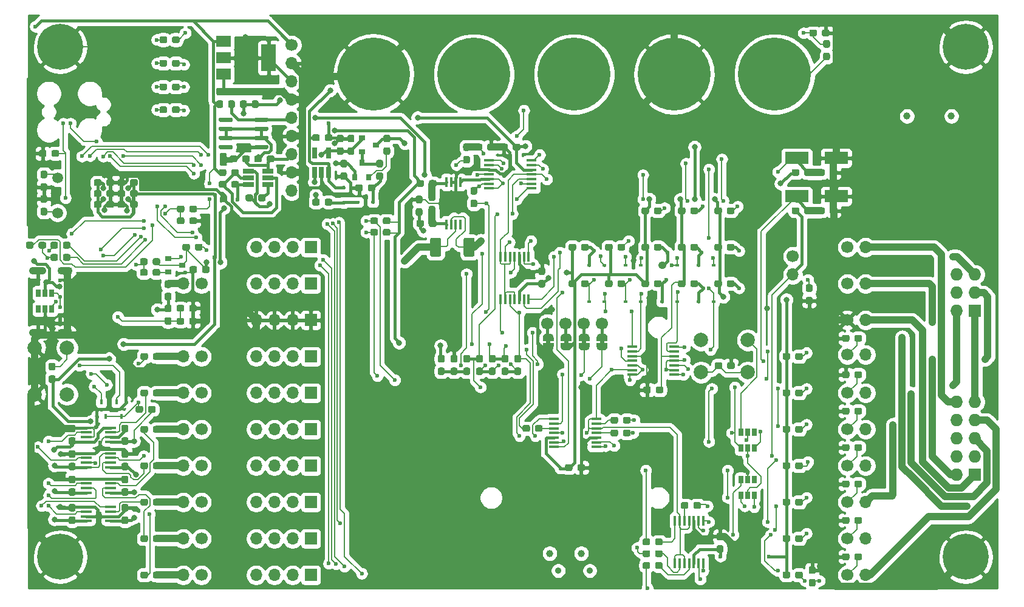
<source format=gbr>
G04 #@! TF.GenerationSoftware,KiCad,Pcbnew,5.1.10*
G04 #@! TF.CreationDate,2021-11-28T00:22:19+01:00*
G04 #@! TF.ProjectId,board,626f6172-642e-46b6-9963-61645f706362,rev?*
G04 #@! TF.SameCoordinates,Original*
G04 #@! TF.FileFunction,Copper,L2,Bot*
G04 #@! TF.FilePolarity,Positive*
%FSLAX46Y46*%
G04 Gerber Fmt 4.6, Leading zero omitted, Abs format (unit mm)*
G04 Created by KiCad (PCBNEW 5.1.10) date 2021-11-28 00:22:19*
%MOMM*%
%LPD*%
G01*
G04 APERTURE LIST*
G04 #@! TA.AperFunction,EtchedComponent*
%ADD10C,0.100000*%
G04 #@! TD*
G04 #@! TA.AperFunction,ComponentPad*
%ADD11R,1.727200X1.727200*%
G04 #@! TD*
G04 #@! TA.AperFunction,ComponentPad*
%ADD12O,1.727200X1.727200*%
G04 #@! TD*
G04 #@! TA.AperFunction,ComponentPad*
%ADD13C,0.900000*%
G04 #@! TD*
G04 #@! TA.AperFunction,SMDPad,CuDef*
%ADD14C,1.000000*%
G04 #@! TD*
G04 #@! TA.AperFunction,ComponentPad*
%ADD15C,1.700000*%
G04 #@! TD*
G04 #@! TA.AperFunction,ComponentPad*
%ADD16O,1.700000X1.700000*%
G04 #@! TD*
G04 #@! TA.AperFunction,ComponentPad*
%ADD17C,10.160000*%
G04 #@! TD*
G04 #@! TA.AperFunction,SMDPad,CuDef*
%ADD18R,0.650000X1.060000*%
G04 #@! TD*
G04 #@! TA.AperFunction,SMDPad,CuDef*
%ADD19R,3.300000X1.700000*%
G04 #@! TD*
G04 #@! TA.AperFunction,ComponentPad*
%ADD20R,1.700000X1.700000*%
G04 #@! TD*
G04 #@! TA.AperFunction,SMDPad,CuDef*
%ADD21R,0.450000X0.700000*%
G04 #@! TD*
G04 #@! TA.AperFunction,ComponentPad*
%ADD22C,2.000000*%
G04 #@! TD*
G04 #@! TA.AperFunction,SMDPad,CuDef*
%ADD23R,1.600000X0.300000*%
G04 #@! TD*
G04 #@! TA.AperFunction,SMDPad,CuDef*
%ADD24R,0.450000X1.450000*%
G04 #@! TD*
G04 #@! TA.AperFunction,SMDPad,CuDef*
%ADD25R,1.450000X0.450000*%
G04 #@! TD*
G04 #@! TA.AperFunction,SMDPad,CuDef*
%ADD26R,2.000000X3.800000*%
G04 #@! TD*
G04 #@! TA.AperFunction,SMDPad,CuDef*
%ADD27R,2.000000X1.500000*%
G04 #@! TD*
G04 #@! TA.AperFunction,SMDPad,CuDef*
%ADD28R,1.560000X0.650000*%
G04 #@! TD*
G04 #@! TA.AperFunction,SMDPad,CuDef*
%ADD29R,0.600000X0.450000*%
G04 #@! TD*
G04 #@! TA.AperFunction,ComponentPad*
%ADD30C,6.400000*%
G04 #@! TD*
G04 #@! TA.AperFunction,ComponentPad*
%ADD31C,0.800000*%
G04 #@! TD*
G04 #@! TA.AperFunction,SMDPad,CuDef*
%ADD32R,0.450000X0.600000*%
G04 #@! TD*
G04 #@! TA.AperFunction,ComponentPad*
%ADD33O,2.100000X1.100000*%
G04 #@! TD*
G04 #@! TA.AperFunction,ComponentPad*
%ADD34O,2.400000X1.100000*%
G04 #@! TD*
G04 #@! TA.AperFunction,ComponentPad*
%ADD35O,0.600000X0.600000*%
G04 #@! TD*
G04 #@! TA.AperFunction,ComponentPad*
%ADD36O,0.600000X0.850000*%
G04 #@! TD*
G04 #@! TA.AperFunction,SMDPad,CuDef*
%ADD37R,0.900000X0.800000*%
G04 #@! TD*
G04 #@! TA.AperFunction,SMDPad,CuDef*
%ADD38R,0.800000X0.900000*%
G04 #@! TD*
G04 #@! TA.AperFunction,SMDPad,CuDef*
%ADD39R,0.650000X1.560000*%
G04 #@! TD*
G04 #@! TA.AperFunction,ComponentPad*
%ADD40C,1.500000*%
G04 #@! TD*
G04 #@! TA.AperFunction,SMDPad,CuDef*
%ADD41C,0.100000*%
G04 #@! TD*
G04 #@! TA.AperFunction,ViaPad*
%ADD42C,0.800000*%
G04 #@! TD*
G04 #@! TA.AperFunction,ViaPad*
%ADD43C,0.600000*%
G04 #@! TD*
G04 #@! TA.AperFunction,Conductor*
%ADD44C,0.400000*%
G04 #@! TD*
G04 #@! TA.AperFunction,Conductor*
%ADD45C,1.000000*%
G04 #@! TD*
G04 #@! TA.AperFunction,Conductor*
%ADD46C,0.200000*%
G04 #@! TD*
G04 #@! TA.AperFunction,Conductor*
%ADD47C,0.254000*%
G04 #@! TD*
G04 #@! TA.AperFunction,Conductor*
%ADD48C,0.100000*%
G04 #@! TD*
G04 APERTURE END LIST*
D10*
G36*
X103300000Y-94250000D02*
G01*
X103300000Y-94750000D01*
X102700000Y-94750000D01*
X102700000Y-94250000D01*
X103300000Y-94250000D01*
G37*
G36*
X105800000Y-94250000D02*
G01*
X105800000Y-94750000D01*
X105200000Y-94750000D01*
X105200000Y-94250000D01*
X105800000Y-94250000D01*
G37*
G36*
X100200000Y-94750000D02*
G01*
X100200000Y-94250000D01*
X100800000Y-94250000D01*
X100800000Y-94750000D01*
X100200000Y-94750000D01*
G37*
G36*
X97700000Y-94750000D02*
G01*
X97700000Y-94250000D01*
X98300000Y-94250000D01*
X98300000Y-94750000D01*
X97700000Y-94750000D01*
G37*
D11*
X157480000Y-113030000D03*
D12*
X154940000Y-113030000D03*
X157480000Y-110490000D03*
X154940000Y-110490000D03*
X157480000Y-107950000D03*
X154940000Y-107950000D03*
X157480000Y-105410000D03*
X154940000Y-105410000D03*
X157480000Y-102870000D03*
X154940000Y-102870000D03*
D11*
X157480000Y-90170000D03*
D12*
X154940000Y-90170000D03*
X157480000Y-87630000D03*
X154940000Y-87630000D03*
X157480000Y-85090000D03*
X154940000Y-85090000D03*
D13*
X99400000Y-126406000D03*
X103800000Y-126406000D03*
D14*
X154200000Y-63000000D03*
X102600000Y-124000000D03*
X148000000Y-63000000D03*
X98200000Y-124000000D03*
D15*
X100430000Y-91931998D03*
X97890000Y-91931998D03*
X102970000Y-91931998D03*
X105510000Y-91931998D03*
X62230000Y-53086000D03*
D16*
X62230000Y-55626000D03*
X62230000Y-58166000D03*
X62230000Y-60706000D03*
X62230000Y-63246000D03*
X62230000Y-65786000D03*
X62230000Y-68326000D03*
X62230000Y-70866000D03*
X62230000Y-73406000D03*
D17*
X73660000Y-57150000D03*
X129540000Y-57150000D03*
X87630000Y-57150000D03*
X101600000Y-57150000D03*
X115570000Y-57150000D03*
G04 #@! TA.AperFunction,SMDPad,CuDef*
G36*
G01*
X76000000Y-77362500D02*
X76000000Y-77837500D01*
G75*
G02*
X75762500Y-78075000I-237500J0D01*
G01*
X75187500Y-78075000D01*
G75*
G02*
X74950000Y-77837500I0J237500D01*
G01*
X74950000Y-77362500D01*
G75*
G02*
X75187500Y-77125000I237500J0D01*
G01*
X75762500Y-77125000D01*
G75*
G02*
X76000000Y-77362500I0J-237500D01*
G01*
G37*
G04 #@! TD.AperFunction*
G04 #@! TA.AperFunction,SMDPad,CuDef*
G36*
G01*
X74250000Y-77362500D02*
X74250000Y-77837500D01*
G75*
G02*
X74012500Y-78075000I-237500J0D01*
G01*
X73437500Y-78075000D01*
G75*
G02*
X73200000Y-77837500I0J237500D01*
G01*
X73200000Y-77362500D01*
G75*
G02*
X73437500Y-77125000I237500J0D01*
G01*
X74012500Y-77125000D01*
G75*
G02*
X74250000Y-77362500I0J-237500D01*
G01*
G37*
G04 #@! TD.AperFunction*
G04 #@! TA.AperFunction,SMDPad,CuDef*
G36*
G01*
X74250000Y-78962500D02*
X74250000Y-79437500D01*
G75*
G02*
X74012500Y-79675000I-237500J0D01*
G01*
X73437500Y-79675000D01*
G75*
G02*
X73200000Y-79437500I0J237500D01*
G01*
X73200000Y-78962500D01*
G75*
G02*
X73437500Y-78725000I237500J0D01*
G01*
X74012500Y-78725000D01*
G75*
G02*
X74250000Y-78962500I0J-237500D01*
G01*
G37*
G04 #@! TD.AperFunction*
G04 #@! TA.AperFunction,SMDPad,CuDef*
G36*
G01*
X76000000Y-78962500D02*
X76000000Y-79437500D01*
G75*
G02*
X75762500Y-79675000I-237500J0D01*
G01*
X75187500Y-79675000D01*
G75*
G02*
X74950000Y-79437500I0J237500D01*
G01*
X74950000Y-78962500D01*
G75*
G02*
X75187500Y-78725000I237500J0D01*
G01*
X75762500Y-78725000D01*
G75*
G02*
X76000000Y-78962500I0J-237500D01*
G01*
G37*
G04 #@! TD.AperFunction*
G04 #@! TA.AperFunction,SMDPad,CuDef*
G36*
G01*
X85098900Y-97363800D02*
X84623900Y-97363800D01*
G75*
G02*
X84386400Y-97126300I0J237500D01*
G01*
X84386400Y-96551300D01*
G75*
G02*
X84623900Y-96313800I237500J0D01*
G01*
X85098900Y-96313800D01*
G75*
G02*
X85336400Y-96551300I0J-237500D01*
G01*
X85336400Y-97126300D01*
G75*
G02*
X85098900Y-97363800I-237500J0D01*
G01*
G37*
G04 #@! TD.AperFunction*
G04 #@! TA.AperFunction,SMDPad,CuDef*
G36*
G01*
X85098900Y-99113800D02*
X84623900Y-99113800D01*
G75*
G02*
X84386400Y-98876300I0J237500D01*
G01*
X84386400Y-98301300D01*
G75*
G02*
X84623900Y-98063800I237500J0D01*
G01*
X85098900Y-98063800D01*
G75*
G02*
X85336400Y-98301300I0J-237500D01*
G01*
X85336400Y-98876300D01*
G75*
G02*
X85098900Y-99113800I-237500J0D01*
G01*
G37*
G04 #@! TD.AperFunction*
G04 #@! TA.AperFunction,SMDPad,CuDef*
G36*
G01*
X88179900Y-96313800D02*
X88654900Y-96313800D01*
G75*
G02*
X88892400Y-96551300I0J-237500D01*
G01*
X88892400Y-97126300D01*
G75*
G02*
X88654900Y-97363800I-237500J0D01*
G01*
X88179900Y-97363800D01*
G75*
G02*
X87942400Y-97126300I0J237500D01*
G01*
X87942400Y-96551300D01*
G75*
G02*
X88179900Y-96313800I237500J0D01*
G01*
G37*
G04 #@! TD.AperFunction*
G04 #@! TA.AperFunction,SMDPad,CuDef*
G36*
G01*
X88179900Y-98063800D02*
X88654900Y-98063800D01*
G75*
G02*
X88892400Y-98301300I0J-237500D01*
G01*
X88892400Y-98876300D01*
G75*
G02*
X88654900Y-99113800I-237500J0D01*
G01*
X88179900Y-99113800D01*
G75*
G02*
X87942400Y-98876300I0J237500D01*
G01*
X87942400Y-98301300D01*
G75*
G02*
X88179900Y-98063800I237500J0D01*
G01*
G37*
G04 #@! TD.AperFunction*
G04 #@! TA.AperFunction,SMDPad,CuDef*
G36*
G01*
X86401900Y-98063800D02*
X86876900Y-98063800D01*
G75*
G02*
X87114400Y-98301300I0J-237500D01*
G01*
X87114400Y-98876300D01*
G75*
G02*
X86876900Y-99113800I-237500J0D01*
G01*
X86401900Y-99113800D01*
G75*
G02*
X86164400Y-98876300I0J237500D01*
G01*
X86164400Y-98301300D01*
G75*
G02*
X86401900Y-98063800I237500J0D01*
G01*
G37*
G04 #@! TD.AperFunction*
G04 #@! TA.AperFunction,SMDPad,CuDef*
G36*
G01*
X86401900Y-96313800D02*
X86876900Y-96313800D01*
G75*
G02*
X87114400Y-96551300I0J-237500D01*
G01*
X87114400Y-97126300D01*
G75*
G02*
X86876900Y-97363800I-237500J0D01*
G01*
X86401900Y-97363800D01*
G75*
G02*
X86164400Y-97126300I0J237500D01*
G01*
X86164400Y-96551300D01*
G75*
G02*
X86401900Y-96313800I237500J0D01*
G01*
G37*
G04 #@! TD.AperFunction*
G04 #@! TA.AperFunction,SMDPad,CuDef*
G36*
G01*
X93988900Y-99113800D02*
X93513900Y-99113800D01*
G75*
G02*
X93276400Y-98876300I0J237500D01*
G01*
X93276400Y-98301300D01*
G75*
G02*
X93513900Y-98063800I237500J0D01*
G01*
X93988900Y-98063800D01*
G75*
G02*
X94226400Y-98301300I0J-237500D01*
G01*
X94226400Y-98876300D01*
G75*
G02*
X93988900Y-99113800I-237500J0D01*
G01*
G37*
G04 #@! TD.AperFunction*
G04 #@! TA.AperFunction,SMDPad,CuDef*
G36*
G01*
X93988900Y-97363800D02*
X93513900Y-97363800D01*
G75*
G02*
X93276400Y-97126300I0J237500D01*
G01*
X93276400Y-96551300D01*
G75*
G02*
X93513900Y-96313800I237500J0D01*
G01*
X93988900Y-96313800D01*
G75*
G02*
X94226400Y-96551300I0J-237500D01*
G01*
X94226400Y-97126300D01*
G75*
G02*
X93988900Y-97363800I-237500J0D01*
G01*
G37*
G04 #@! TD.AperFunction*
G04 #@! TA.AperFunction,SMDPad,CuDef*
G36*
G01*
X91735900Y-96313800D02*
X92210900Y-96313800D01*
G75*
G02*
X92448400Y-96551300I0J-237500D01*
G01*
X92448400Y-97126300D01*
G75*
G02*
X92210900Y-97363800I-237500J0D01*
G01*
X91735900Y-97363800D01*
G75*
G02*
X91498400Y-97126300I0J237500D01*
G01*
X91498400Y-96551300D01*
G75*
G02*
X91735900Y-96313800I237500J0D01*
G01*
G37*
G04 #@! TD.AperFunction*
G04 #@! TA.AperFunction,SMDPad,CuDef*
G36*
G01*
X91735900Y-98063800D02*
X92210900Y-98063800D01*
G75*
G02*
X92448400Y-98301300I0J-237500D01*
G01*
X92448400Y-98876300D01*
G75*
G02*
X92210900Y-99113800I-237500J0D01*
G01*
X91735900Y-99113800D01*
G75*
G02*
X91498400Y-98876300I0J237500D01*
G01*
X91498400Y-98301300D01*
G75*
G02*
X91735900Y-98063800I237500J0D01*
G01*
G37*
G04 #@! TD.AperFunction*
G04 #@! TA.AperFunction,SMDPad,CuDef*
G36*
G01*
X90432900Y-97363800D02*
X89957900Y-97363800D01*
G75*
G02*
X89720400Y-97126300I0J237500D01*
G01*
X89720400Y-96551300D01*
G75*
G02*
X89957900Y-96313800I237500J0D01*
G01*
X90432900Y-96313800D01*
G75*
G02*
X90670400Y-96551300I0J-237500D01*
G01*
X90670400Y-97126300D01*
G75*
G02*
X90432900Y-97363800I-237500J0D01*
G01*
G37*
G04 #@! TD.AperFunction*
G04 #@! TA.AperFunction,SMDPad,CuDef*
G36*
G01*
X90432900Y-99113800D02*
X89957900Y-99113800D01*
G75*
G02*
X89720400Y-98876300I0J237500D01*
G01*
X89720400Y-98301300D01*
G75*
G02*
X89957900Y-98063800I237500J0D01*
G01*
X90432900Y-98063800D01*
G75*
G02*
X90670400Y-98301300I0J-237500D01*
G01*
X90670400Y-98876300D01*
G75*
G02*
X90432900Y-99113800I-237500J0D01*
G01*
G37*
G04 #@! TD.AperFunction*
G04 #@! TA.AperFunction,SMDPad,CuDef*
G36*
G01*
X82845900Y-96313800D02*
X83320900Y-96313800D01*
G75*
G02*
X83558400Y-96551300I0J-237500D01*
G01*
X83558400Y-97126300D01*
G75*
G02*
X83320900Y-97363800I-237500J0D01*
G01*
X82845900Y-97363800D01*
G75*
G02*
X82608400Y-97126300I0J237500D01*
G01*
X82608400Y-96551300D01*
G75*
G02*
X82845900Y-96313800I237500J0D01*
G01*
G37*
G04 #@! TD.AperFunction*
G04 #@! TA.AperFunction,SMDPad,CuDef*
G36*
G01*
X82845900Y-98063800D02*
X83320900Y-98063800D01*
G75*
G02*
X83558400Y-98301300I0J-237500D01*
G01*
X83558400Y-98876300D01*
G75*
G02*
X83320900Y-99113800I-237500J0D01*
G01*
X82845900Y-99113800D01*
G75*
G02*
X82608400Y-98876300I0J237500D01*
G01*
X82608400Y-98301300D01*
G75*
G02*
X82845900Y-98063800I237500J0D01*
G01*
G37*
G04 #@! TD.AperFunction*
D18*
X124828000Y-107104000D03*
X125778000Y-107104000D03*
X126728000Y-107104000D03*
X126728000Y-109304000D03*
X124828000Y-109304000D03*
X125778000Y-109304000D03*
G04 #@! TA.AperFunction,SMDPad,CuDef*
G36*
G01*
X29800000Y-67962500D02*
X29800000Y-68437500D01*
G75*
G02*
X29562500Y-68675000I-237500J0D01*
G01*
X28987500Y-68675000D01*
G75*
G02*
X28750000Y-68437500I0J237500D01*
G01*
X28750000Y-67962500D01*
G75*
G02*
X28987500Y-67725000I237500J0D01*
G01*
X29562500Y-67725000D01*
G75*
G02*
X29800000Y-67962500I0J-237500D01*
G01*
G37*
G04 #@! TD.AperFunction*
G04 #@! TA.AperFunction,SMDPad,CuDef*
G36*
G01*
X28050000Y-67962500D02*
X28050000Y-68437500D01*
G75*
G02*
X27812500Y-68675000I-237500J0D01*
G01*
X27237500Y-68675000D01*
G75*
G02*
X27000000Y-68437500I0J237500D01*
G01*
X27000000Y-67962500D01*
G75*
G02*
X27237500Y-67725000I237500J0D01*
G01*
X27812500Y-67725000D01*
G75*
G02*
X28050000Y-67962500I0J-237500D01*
G01*
G37*
G04 #@! TD.AperFunction*
G04 #@! TA.AperFunction,SMDPad,CuDef*
G36*
G01*
X27448500Y-72359000D02*
X27923500Y-72359000D01*
G75*
G02*
X28161000Y-72596500I0J-237500D01*
G01*
X28161000Y-73171500D01*
G75*
G02*
X27923500Y-73409000I-237500J0D01*
G01*
X27448500Y-73409000D01*
G75*
G02*
X27211000Y-73171500I0J237500D01*
G01*
X27211000Y-72596500D01*
G75*
G02*
X27448500Y-72359000I237500J0D01*
G01*
G37*
G04 #@! TD.AperFunction*
G04 #@! TA.AperFunction,SMDPad,CuDef*
G36*
G01*
X27448500Y-70609000D02*
X27923500Y-70609000D01*
G75*
G02*
X28161000Y-70846500I0J-237500D01*
G01*
X28161000Y-71421500D01*
G75*
G02*
X27923500Y-71659000I-237500J0D01*
G01*
X27448500Y-71659000D01*
G75*
G02*
X27211000Y-71421500I0J237500D01*
G01*
X27211000Y-70846500D01*
G75*
G02*
X27448500Y-70609000I237500J0D01*
G01*
G37*
G04 #@! TD.AperFunction*
G04 #@! TA.AperFunction,SMDPad,CuDef*
G36*
G01*
X27923500Y-75088000D02*
X27448500Y-75088000D01*
G75*
G02*
X27211000Y-74850500I0J237500D01*
G01*
X27211000Y-74275500D01*
G75*
G02*
X27448500Y-74038000I237500J0D01*
G01*
X27923500Y-74038000D01*
G75*
G02*
X28161000Y-74275500I0J-237500D01*
G01*
X28161000Y-74850500D01*
G75*
G02*
X27923500Y-75088000I-237500J0D01*
G01*
G37*
G04 #@! TD.AperFunction*
G04 #@! TA.AperFunction,SMDPad,CuDef*
G36*
G01*
X27923500Y-76838000D02*
X27448500Y-76838000D01*
G75*
G02*
X27211000Y-76600500I0J237500D01*
G01*
X27211000Y-76025500D01*
G75*
G02*
X27448500Y-75788000I237500J0D01*
G01*
X27923500Y-75788000D01*
G75*
G02*
X28161000Y-76025500I0J-237500D01*
G01*
X28161000Y-76600500D01*
G75*
G02*
X27923500Y-76838000I-237500J0D01*
G01*
G37*
G04 #@! TD.AperFunction*
G04 #@! TA.AperFunction,SMDPad,CuDef*
G36*
G01*
X37468000Y-75073500D02*
X37468000Y-75548500D01*
G75*
G02*
X37230500Y-75786000I-237500J0D01*
G01*
X36655500Y-75786000D01*
G75*
G02*
X36418000Y-75548500I0J237500D01*
G01*
X36418000Y-75073500D01*
G75*
G02*
X36655500Y-74836000I237500J0D01*
G01*
X37230500Y-74836000D01*
G75*
G02*
X37468000Y-75073500I0J-237500D01*
G01*
G37*
G04 #@! TD.AperFunction*
G04 #@! TA.AperFunction,SMDPad,CuDef*
G36*
G01*
X35718000Y-75073500D02*
X35718000Y-75548500D01*
G75*
G02*
X35480500Y-75786000I-237500J0D01*
G01*
X34905500Y-75786000D01*
G75*
G02*
X34668000Y-75548500I0J237500D01*
G01*
X34668000Y-75073500D01*
G75*
G02*
X34905500Y-74836000I237500J0D01*
G01*
X35480500Y-74836000D01*
G75*
G02*
X35718000Y-75073500I0J-237500D01*
G01*
G37*
G04 #@! TD.AperFunction*
G04 #@! TA.AperFunction,SMDPad,CuDef*
G36*
G01*
X39720000Y-74024500D02*
X39720000Y-73549500D01*
G75*
G02*
X39957500Y-73312000I237500J0D01*
G01*
X40532500Y-73312000D01*
G75*
G02*
X40770000Y-73549500I0J-237500D01*
G01*
X40770000Y-74024500D01*
G75*
G02*
X40532500Y-74262000I-237500J0D01*
G01*
X39957500Y-74262000D01*
G75*
G02*
X39720000Y-74024500I0J237500D01*
G01*
G37*
G04 #@! TD.AperFunction*
G04 #@! TA.AperFunction,SMDPad,CuDef*
G36*
G01*
X37970000Y-74024500D02*
X37970000Y-73549500D01*
G75*
G02*
X38207500Y-73312000I237500J0D01*
G01*
X38782500Y-73312000D01*
G75*
G02*
X39020000Y-73549500I0J-237500D01*
G01*
X39020000Y-74024500D01*
G75*
G02*
X38782500Y-74262000I-237500J0D01*
G01*
X38207500Y-74262000D01*
G75*
G02*
X37970000Y-74024500I0J237500D01*
G01*
G37*
G04 #@! TD.AperFunction*
G04 #@! TA.AperFunction,SMDPad,CuDef*
G36*
G01*
X37970000Y-75548500D02*
X37970000Y-75073500D01*
G75*
G02*
X38207500Y-74836000I237500J0D01*
G01*
X38782500Y-74836000D01*
G75*
G02*
X39020000Y-75073500I0J-237500D01*
G01*
X39020000Y-75548500D01*
G75*
G02*
X38782500Y-75786000I-237500J0D01*
G01*
X38207500Y-75786000D01*
G75*
G02*
X37970000Y-75548500I0J237500D01*
G01*
G37*
G04 #@! TD.AperFunction*
G04 #@! TA.AperFunction,SMDPad,CuDef*
G36*
G01*
X39720000Y-75548500D02*
X39720000Y-75073500D01*
G75*
G02*
X39957500Y-74836000I237500J0D01*
G01*
X40532500Y-74836000D01*
G75*
G02*
X40770000Y-75073500I0J-237500D01*
G01*
X40770000Y-75548500D01*
G75*
G02*
X40532500Y-75786000I-237500J0D01*
G01*
X39957500Y-75786000D01*
G75*
G02*
X39720000Y-75548500I0J237500D01*
G01*
G37*
G04 #@! TD.AperFunction*
G04 #@! TA.AperFunction,SMDPad,CuDef*
G36*
G01*
X31385500Y-107792000D02*
X31860500Y-107792000D01*
G75*
G02*
X32098000Y-108029500I0J-237500D01*
G01*
X32098000Y-108604500D01*
G75*
G02*
X31860500Y-108842000I-237500J0D01*
G01*
X31385500Y-108842000D01*
G75*
G02*
X31148000Y-108604500I0J237500D01*
G01*
X31148000Y-108029500D01*
G75*
G02*
X31385500Y-107792000I237500J0D01*
G01*
G37*
G04 #@! TD.AperFunction*
G04 #@! TA.AperFunction,SMDPad,CuDef*
G36*
G01*
X31385500Y-106042000D02*
X31860500Y-106042000D01*
G75*
G02*
X32098000Y-106279500I0J-237500D01*
G01*
X32098000Y-106854500D01*
G75*
G02*
X31860500Y-107092000I-237500J0D01*
G01*
X31385500Y-107092000D01*
G75*
G02*
X31148000Y-106854500I0J237500D01*
G01*
X31148000Y-106279500D01*
G75*
G02*
X31385500Y-106042000I237500J0D01*
G01*
G37*
G04 #@! TD.AperFunction*
G04 #@! TA.AperFunction,SMDPad,CuDef*
G36*
G01*
X31385500Y-111348000D02*
X31860500Y-111348000D01*
G75*
G02*
X32098000Y-111585500I0J-237500D01*
G01*
X32098000Y-112160500D01*
G75*
G02*
X31860500Y-112398000I-237500J0D01*
G01*
X31385500Y-112398000D01*
G75*
G02*
X31148000Y-112160500I0J237500D01*
G01*
X31148000Y-111585500D01*
G75*
G02*
X31385500Y-111348000I237500J0D01*
G01*
G37*
G04 #@! TD.AperFunction*
G04 #@! TA.AperFunction,SMDPad,CuDef*
G36*
G01*
X31385500Y-109598000D02*
X31860500Y-109598000D01*
G75*
G02*
X32098000Y-109835500I0J-237500D01*
G01*
X32098000Y-110410500D01*
G75*
G02*
X31860500Y-110648000I-237500J0D01*
G01*
X31385500Y-110648000D01*
G75*
G02*
X31148000Y-110410500I0J237500D01*
G01*
X31148000Y-109835500D01*
G75*
G02*
X31385500Y-109598000I237500J0D01*
G01*
G37*
G04 #@! TD.AperFunction*
G04 #@! TA.AperFunction,SMDPad,CuDef*
G36*
G01*
X35718000Y-73549500D02*
X35718000Y-74024500D01*
G75*
G02*
X35480500Y-74262000I-237500J0D01*
G01*
X34905500Y-74262000D01*
G75*
G02*
X34668000Y-74024500I0J237500D01*
G01*
X34668000Y-73549500D01*
G75*
G02*
X34905500Y-73312000I237500J0D01*
G01*
X35480500Y-73312000D01*
G75*
G02*
X35718000Y-73549500I0J-237500D01*
G01*
G37*
G04 #@! TD.AperFunction*
G04 #@! TA.AperFunction,SMDPad,CuDef*
G36*
G01*
X37468000Y-73549500D02*
X37468000Y-74024500D01*
G75*
G02*
X37230500Y-74262000I-237500J0D01*
G01*
X36655500Y-74262000D01*
G75*
G02*
X36418000Y-74024500I0J237500D01*
G01*
X36418000Y-73549500D01*
G75*
G02*
X36655500Y-73312000I237500J0D01*
G01*
X37230500Y-73312000D01*
G75*
G02*
X37468000Y-73549500I0J-237500D01*
G01*
G37*
G04 #@! TD.AperFunction*
G04 #@! TA.AperFunction,SMDPad,CuDef*
G36*
G01*
X39226500Y-108842000D02*
X38751500Y-108842000D01*
G75*
G02*
X38514000Y-108604500I0J237500D01*
G01*
X38514000Y-108029500D01*
G75*
G02*
X38751500Y-107792000I237500J0D01*
G01*
X39226500Y-107792000D01*
G75*
G02*
X39464000Y-108029500I0J-237500D01*
G01*
X39464000Y-108604500D01*
G75*
G02*
X39226500Y-108842000I-237500J0D01*
G01*
G37*
G04 #@! TD.AperFunction*
G04 #@! TA.AperFunction,SMDPad,CuDef*
G36*
G01*
X39226500Y-107092000D02*
X38751500Y-107092000D01*
G75*
G02*
X38514000Y-106854500I0J237500D01*
G01*
X38514000Y-106279500D01*
G75*
G02*
X38751500Y-106042000I237500J0D01*
G01*
X39226500Y-106042000D01*
G75*
G02*
X39464000Y-106279500I0J-237500D01*
G01*
X39464000Y-106854500D01*
G75*
G02*
X39226500Y-107092000I-237500J0D01*
G01*
G37*
G04 #@! TD.AperFunction*
G04 #@! TA.AperFunction,SMDPad,CuDef*
G36*
G01*
X39226500Y-112398000D02*
X38751500Y-112398000D01*
G75*
G02*
X38514000Y-112160500I0J237500D01*
G01*
X38514000Y-111585500D01*
G75*
G02*
X38751500Y-111348000I237500J0D01*
G01*
X39226500Y-111348000D01*
G75*
G02*
X39464000Y-111585500I0J-237500D01*
G01*
X39464000Y-112160500D01*
G75*
G02*
X39226500Y-112398000I-237500J0D01*
G01*
G37*
G04 #@! TD.AperFunction*
G04 #@! TA.AperFunction,SMDPad,CuDef*
G36*
G01*
X39226500Y-110648000D02*
X38751500Y-110648000D01*
G75*
G02*
X38514000Y-110410500I0J237500D01*
G01*
X38514000Y-109835500D01*
G75*
G02*
X38751500Y-109598000I237500J0D01*
G01*
X39226500Y-109598000D01*
G75*
G02*
X39464000Y-109835500I0J-237500D01*
G01*
X39464000Y-110410500D01*
G75*
G02*
X39226500Y-110648000I-237500J0D01*
G01*
G37*
G04 #@! TD.AperFunction*
G04 #@! TA.AperFunction,SMDPad,CuDef*
G36*
G01*
X35718000Y-72025500D02*
X35718000Y-72500500D01*
G75*
G02*
X35480500Y-72738000I-237500J0D01*
G01*
X34905500Y-72738000D01*
G75*
G02*
X34668000Y-72500500I0J237500D01*
G01*
X34668000Y-72025500D01*
G75*
G02*
X34905500Y-71788000I237500J0D01*
G01*
X35480500Y-71788000D01*
G75*
G02*
X35718000Y-72025500I0J-237500D01*
G01*
G37*
G04 #@! TD.AperFunction*
G04 #@! TA.AperFunction,SMDPad,CuDef*
G36*
G01*
X37468000Y-72025500D02*
X37468000Y-72500500D01*
G75*
G02*
X37230500Y-72738000I-237500J0D01*
G01*
X36655500Y-72738000D01*
G75*
G02*
X36418000Y-72500500I0J237500D01*
G01*
X36418000Y-72025500D01*
G75*
G02*
X36655500Y-71788000I237500J0D01*
G01*
X37230500Y-71788000D01*
G75*
G02*
X37468000Y-72025500I0J-237500D01*
G01*
G37*
G04 #@! TD.AperFunction*
G04 #@! TA.AperFunction,SMDPad,CuDef*
G36*
G01*
X37970000Y-72500500D02*
X37970000Y-72025500D01*
G75*
G02*
X38207500Y-71788000I237500J0D01*
G01*
X38782500Y-71788000D01*
G75*
G02*
X39020000Y-72025500I0J-237500D01*
G01*
X39020000Y-72500500D01*
G75*
G02*
X38782500Y-72738000I-237500J0D01*
G01*
X38207500Y-72738000D01*
G75*
G02*
X37970000Y-72500500I0J237500D01*
G01*
G37*
G04 #@! TD.AperFunction*
G04 #@! TA.AperFunction,SMDPad,CuDef*
G36*
G01*
X39720000Y-72500500D02*
X39720000Y-72025500D01*
G75*
G02*
X39957500Y-71788000I237500J0D01*
G01*
X40532500Y-71788000D01*
G75*
G02*
X40770000Y-72025500I0J-237500D01*
G01*
X40770000Y-72500500D01*
G75*
G02*
X40532500Y-72738000I-237500J0D01*
G01*
X39957500Y-72738000D01*
G75*
G02*
X39720000Y-72500500I0J237500D01*
G01*
G37*
G04 #@! TD.AperFunction*
G04 #@! TA.AperFunction,SMDPad,CuDef*
G36*
G01*
X31385500Y-118841000D02*
X31860500Y-118841000D01*
G75*
G02*
X32098000Y-119078500I0J-237500D01*
G01*
X32098000Y-119653500D01*
G75*
G02*
X31860500Y-119891000I-237500J0D01*
G01*
X31385500Y-119891000D01*
G75*
G02*
X31148000Y-119653500I0J237500D01*
G01*
X31148000Y-119078500D01*
G75*
G02*
X31385500Y-118841000I237500J0D01*
G01*
G37*
G04 #@! TD.AperFunction*
G04 #@! TA.AperFunction,SMDPad,CuDef*
G36*
G01*
X31385500Y-117091000D02*
X31860500Y-117091000D01*
G75*
G02*
X32098000Y-117328500I0J-237500D01*
G01*
X32098000Y-117903500D01*
G75*
G02*
X31860500Y-118141000I-237500J0D01*
G01*
X31385500Y-118141000D01*
G75*
G02*
X31148000Y-117903500I0J237500D01*
G01*
X31148000Y-117328500D01*
G75*
G02*
X31385500Y-117091000I237500J0D01*
G01*
G37*
G04 #@! TD.AperFunction*
G04 #@! TA.AperFunction,SMDPad,CuDef*
G36*
G01*
X31385500Y-113154000D02*
X31860500Y-113154000D01*
G75*
G02*
X32098000Y-113391500I0J-237500D01*
G01*
X32098000Y-113966500D01*
G75*
G02*
X31860500Y-114204000I-237500J0D01*
G01*
X31385500Y-114204000D01*
G75*
G02*
X31148000Y-113966500I0J237500D01*
G01*
X31148000Y-113391500D01*
G75*
G02*
X31385500Y-113154000I237500J0D01*
G01*
G37*
G04 #@! TD.AperFunction*
G04 #@! TA.AperFunction,SMDPad,CuDef*
G36*
G01*
X31385500Y-114904000D02*
X31860500Y-114904000D01*
G75*
G02*
X32098000Y-115141500I0J-237500D01*
G01*
X32098000Y-115716500D01*
G75*
G02*
X31860500Y-115954000I-237500J0D01*
G01*
X31385500Y-115954000D01*
G75*
G02*
X31148000Y-115716500I0J237500D01*
G01*
X31148000Y-115141500D01*
G75*
G02*
X31385500Y-114904000I237500J0D01*
G01*
G37*
G04 #@! TD.AperFunction*
G04 #@! TA.AperFunction,SMDPad,CuDef*
G36*
G01*
X39226500Y-119891000D02*
X38751500Y-119891000D01*
G75*
G02*
X38514000Y-119653500I0J237500D01*
G01*
X38514000Y-119078500D01*
G75*
G02*
X38751500Y-118841000I237500J0D01*
G01*
X39226500Y-118841000D01*
G75*
G02*
X39464000Y-119078500I0J-237500D01*
G01*
X39464000Y-119653500D01*
G75*
G02*
X39226500Y-119891000I-237500J0D01*
G01*
G37*
G04 #@! TD.AperFunction*
G04 #@! TA.AperFunction,SMDPad,CuDef*
G36*
G01*
X39226500Y-118141000D02*
X38751500Y-118141000D01*
G75*
G02*
X38514000Y-117903500I0J237500D01*
G01*
X38514000Y-117328500D01*
G75*
G02*
X38751500Y-117091000I237500J0D01*
G01*
X39226500Y-117091000D01*
G75*
G02*
X39464000Y-117328500I0J-237500D01*
G01*
X39464000Y-117903500D01*
G75*
G02*
X39226500Y-118141000I-237500J0D01*
G01*
G37*
G04 #@! TD.AperFunction*
G04 #@! TA.AperFunction,SMDPad,CuDef*
G36*
G01*
X39226500Y-115954000D02*
X38751500Y-115954000D01*
G75*
G02*
X38514000Y-115716500I0J237500D01*
G01*
X38514000Y-115141500D01*
G75*
G02*
X38751500Y-114904000I237500J0D01*
G01*
X39226500Y-114904000D01*
G75*
G02*
X39464000Y-115141500I0J-237500D01*
G01*
X39464000Y-115716500D01*
G75*
G02*
X39226500Y-115954000I-237500J0D01*
G01*
G37*
G04 #@! TD.AperFunction*
G04 #@! TA.AperFunction,SMDPad,CuDef*
G36*
G01*
X39226500Y-114204000D02*
X38751500Y-114204000D01*
G75*
G02*
X38514000Y-113966500I0J237500D01*
G01*
X38514000Y-113391500D01*
G75*
G02*
X38751500Y-113154000I237500J0D01*
G01*
X39226500Y-113154000D01*
G75*
G02*
X39464000Y-113391500I0J-237500D01*
G01*
X39464000Y-113966500D01*
G75*
G02*
X39226500Y-114204000I-237500J0D01*
G01*
G37*
G04 #@! TD.AperFunction*
G04 #@! TA.AperFunction,SMDPad,CuDef*
G36*
G01*
X49000000Y-91362500D02*
X49000000Y-91837500D01*
G75*
G02*
X48762500Y-92075000I-237500J0D01*
G01*
X48187500Y-92075000D01*
G75*
G02*
X47950000Y-91837500I0J237500D01*
G01*
X47950000Y-91362500D01*
G75*
G02*
X48187500Y-91125000I237500J0D01*
G01*
X48762500Y-91125000D01*
G75*
G02*
X49000000Y-91362500I0J-237500D01*
G01*
G37*
G04 #@! TD.AperFunction*
G04 #@! TA.AperFunction,SMDPad,CuDef*
G36*
G01*
X47250000Y-91362500D02*
X47250000Y-91837500D01*
G75*
G02*
X47012500Y-92075000I-237500J0D01*
G01*
X46437500Y-92075000D01*
G75*
G02*
X46200000Y-91837500I0J237500D01*
G01*
X46200000Y-91362500D01*
G75*
G02*
X46437500Y-91125000I237500J0D01*
G01*
X47012500Y-91125000D01*
G75*
G02*
X47250000Y-91362500I0J-237500D01*
G01*
G37*
G04 #@! TD.AperFunction*
G04 #@! TA.AperFunction,SMDPad,CuDef*
G36*
G01*
X81550500Y-75534000D02*
X82025500Y-75534000D01*
G75*
G02*
X82263000Y-75771500I0J-237500D01*
G01*
X82263000Y-76346500D01*
G75*
G02*
X82025500Y-76584000I-237500J0D01*
G01*
X81550500Y-76584000D01*
G75*
G02*
X81313000Y-76346500I0J237500D01*
G01*
X81313000Y-75771500D01*
G75*
G02*
X81550500Y-75534000I237500J0D01*
G01*
G37*
G04 #@! TD.AperFunction*
G04 #@! TA.AperFunction,SMDPad,CuDef*
G36*
G01*
X81550500Y-73784000D02*
X82025500Y-73784000D01*
G75*
G02*
X82263000Y-74021500I0J-237500D01*
G01*
X82263000Y-74596500D01*
G75*
G02*
X82025500Y-74834000I-237500J0D01*
G01*
X81550500Y-74834000D01*
G75*
G02*
X81313000Y-74596500I0J237500D01*
G01*
X81313000Y-74021500D01*
G75*
G02*
X81550500Y-73784000I237500J0D01*
G01*
G37*
G04 #@! TD.AperFunction*
G04 #@! TA.AperFunction,SMDPad,CuDef*
G36*
G01*
X97337500Y-86900000D02*
X96862500Y-86900000D01*
G75*
G02*
X96625000Y-86662500I0J237500D01*
G01*
X96625000Y-86087500D01*
G75*
G02*
X96862500Y-85850000I237500J0D01*
G01*
X97337500Y-85850000D01*
G75*
G02*
X97575000Y-86087500I0J-237500D01*
G01*
X97575000Y-86662500D01*
G75*
G02*
X97337500Y-86900000I-237500J0D01*
G01*
G37*
G04 #@! TD.AperFunction*
G04 #@! TA.AperFunction,SMDPad,CuDef*
G36*
G01*
X97337500Y-85150000D02*
X96862500Y-85150000D01*
G75*
G02*
X96625000Y-84912500I0J237500D01*
G01*
X96625000Y-84337500D01*
G75*
G02*
X96862500Y-84100000I237500J0D01*
G01*
X97337500Y-84100000D01*
G75*
G02*
X97575000Y-84337500I0J-237500D01*
G01*
X97575000Y-84912500D01*
G75*
G02*
X97337500Y-85150000I-237500J0D01*
G01*
G37*
G04 #@! TD.AperFunction*
G04 #@! TA.AperFunction,SMDPad,CuDef*
G36*
G01*
X102077000Y-112251500D02*
X102077000Y-111776500D01*
G75*
G02*
X102314500Y-111539000I237500J0D01*
G01*
X102889500Y-111539000D01*
G75*
G02*
X103127000Y-111776500I0J-237500D01*
G01*
X103127000Y-112251500D01*
G75*
G02*
X102889500Y-112489000I-237500J0D01*
G01*
X102314500Y-112489000D01*
G75*
G02*
X102077000Y-112251500I0J237500D01*
G01*
G37*
G04 #@! TD.AperFunction*
G04 #@! TA.AperFunction,SMDPad,CuDef*
G36*
G01*
X100327000Y-112251500D02*
X100327000Y-111776500D01*
G75*
G02*
X100564500Y-111539000I237500J0D01*
G01*
X101139500Y-111539000D01*
G75*
G02*
X101377000Y-111776500I0J-237500D01*
G01*
X101377000Y-112251500D01*
G75*
G02*
X101139500Y-112489000I-237500J0D01*
G01*
X100564500Y-112489000D01*
G75*
G02*
X100327000Y-112251500I0J237500D01*
G01*
G37*
G04 #@! TD.AperFunction*
G04 #@! TA.AperFunction,SMDPad,CuDef*
G36*
G01*
X92360000Y-67072500D02*
X92360000Y-67547500D01*
G75*
G02*
X92122500Y-67785000I-237500J0D01*
G01*
X91547500Y-67785000D01*
G75*
G02*
X91310000Y-67547500I0J237500D01*
G01*
X91310000Y-67072500D01*
G75*
G02*
X91547500Y-66835000I237500J0D01*
G01*
X92122500Y-66835000D01*
G75*
G02*
X92360000Y-67072500I0J-237500D01*
G01*
G37*
G04 #@! TD.AperFunction*
G04 #@! TA.AperFunction,SMDPad,CuDef*
G36*
G01*
X94110000Y-67072500D02*
X94110000Y-67547500D01*
G75*
G02*
X93872500Y-67785000I-237500J0D01*
G01*
X93297500Y-67785000D01*
G75*
G02*
X93060000Y-67547500I0J237500D01*
G01*
X93060000Y-67072500D01*
G75*
G02*
X93297500Y-66835000I237500J0D01*
G01*
X93872500Y-66835000D01*
G75*
G02*
X94110000Y-67072500I0J-237500D01*
G01*
G37*
G04 #@! TD.AperFunction*
G04 #@! TA.AperFunction,SMDPad,CuDef*
G36*
G01*
X114041000Y-100941500D02*
X114041000Y-101416500D01*
G75*
G02*
X113803500Y-101654000I-237500J0D01*
G01*
X113228500Y-101654000D01*
G75*
G02*
X112991000Y-101416500I0J237500D01*
G01*
X112991000Y-100941500D01*
G75*
G02*
X113228500Y-100704000I237500J0D01*
G01*
X113803500Y-100704000D01*
G75*
G02*
X114041000Y-100941500I0J-237500D01*
G01*
G37*
G04 #@! TD.AperFunction*
G04 #@! TA.AperFunction,SMDPad,CuDef*
G36*
G01*
X112291000Y-100941500D02*
X112291000Y-101416500D01*
G75*
G02*
X112053500Y-101654000I-237500J0D01*
G01*
X111478500Y-101654000D01*
G75*
G02*
X111241000Y-101416500I0J237500D01*
G01*
X111241000Y-100941500D01*
G75*
G02*
X111478500Y-100704000I237500J0D01*
G01*
X112053500Y-100704000D01*
G75*
G02*
X112291000Y-100941500I0J-237500D01*
G01*
G37*
G04 #@! TD.AperFunction*
G04 #@! TA.AperFunction,SMDPad,CuDef*
G36*
G01*
X122188500Y-122157000D02*
X121713500Y-122157000D01*
G75*
G02*
X121476000Y-121919500I0J237500D01*
G01*
X121476000Y-121344500D01*
G75*
G02*
X121713500Y-121107000I237500J0D01*
G01*
X122188500Y-121107000D01*
G75*
G02*
X122426000Y-121344500I0J-237500D01*
G01*
X122426000Y-121919500D01*
G75*
G02*
X122188500Y-122157000I-237500J0D01*
G01*
G37*
G04 #@! TD.AperFunction*
G04 #@! TA.AperFunction,SMDPad,CuDef*
G36*
G01*
X122188500Y-123907000D02*
X121713500Y-123907000D01*
G75*
G02*
X121476000Y-123669500I0J237500D01*
G01*
X121476000Y-123094500D01*
G75*
G02*
X121713500Y-122857000I237500J0D01*
G01*
X122188500Y-122857000D01*
G75*
G02*
X122426000Y-123094500I0J-237500D01*
G01*
X122426000Y-123669500D01*
G75*
G02*
X122188500Y-123907000I-237500J0D01*
G01*
G37*
G04 #@! TD.AperFunction*
G04 #@! TA.AperFunction,SMDPad,CuDef*
G36*
G01*
X53117000Y-72279500D02*
X53117000Y-72754500D01*
G75*
G02*
X52879500Y-72992000I-237500J0D01*
G01*
X52304500Y-72992000D01*
G75*
G02*
X52067000Y-72754500I0J237500D01*
G01*
X52067000Y-72279500D01*
G75*
G02*
X52304500Y-72042000I237500J0D01*
G01*
X52879500Y-72042000D01*
G75*
G02*
X53117000Y-72279500I0J-237500D01*
G01*
G37*
G04 #@! TD.AperFunction*
G04 #@! TA.AperFunction,SMDPad,CuDef*
G36*
G01*
X54867000Y-72279500D02*
X54867000Y-72754500D01*
G75*
G02*
X54629500Y-72992000I-237500J0D01*
G01*
X54054500Y-72992000D01*
G75*
G02*
X53817000Y-72754500I0J237500D01*
G01*
X53817000Y-72279500D01*
G75*
G02*
X54054500Y-72042000I237500J0D01*
G01*
X54629500Y-72042000D01*
G75*
G02*
X54867000Y-72279500I0J-237500D01*
G01*
G37*
G04 #@! TD.AperFunction*
G04 #@! TA.AperFunction,SMDPad,CuDef*
G36*
G01*
X51959500Y-60802000D02*
X52434500Y-60802000D01*
G75*
G02*
X52672000Y-61039500I0J-237500D01*
G01*
X52672000Y-61614500D01*
G75*
G02*
X52434500Y-61852000I-237500J0D01*
G01*
X51959500Y-61852000D01*
G75*
G02*
X51722000Y-61614500I0J237500D01*
G01*
X51722000Y-61039500D01*
G75*
G02*
X51959500Y-60802000I237500J0D01*
G01*
G37*
G04 #@! TD.AperFunction*
G04 #@! TA.AperFunction,SMDPad,CuDef*
G36*
G01*
X51959500Y-59052000D02*
X52434500Y-59052000D01*
G75*
G02*
X52672000Y-59289500I0J-237500D01*
G01*
X52672000Y-59864500D01*
G75*
G02*
X52434500Y-60102000I-237500J0D01*
G01*
X51959500Y-60102000D01*
G75*
G02*
X51722000Y-59864500I0J237500D01*
G01*
X51722000Y-59289500D01*
G75*
G02*
X51959500Y-59052000I237500J0D01*
G01*
G37*
G04 #@! TD.AperFunction*
G04 #@! TA.AperFunction,SMDPad,CuDef*
G36*
G01*
X56912500Y-60802000D02*
X57387500Y-60802000D01*
G75*
G02*
X57625000Y-61039500I0J-237500D01*
G01*
X57625000Y-61614500D01*
G75*
G02*
X57387500Y-61852000I-237500J0D01*
G01*
X56912500Y-61852000D01*
G75*
G02*
X56675000Y-61614500I0J237500D01*
G01*
X56675000Y-61039500D01*
G75*
G02*
X56912500Y-60802000I237500J0D01*
G01*
G37*
G04 #@! TD.AperFunction*
G04 #@! TA.AperFunction,SMDPad,CuDef*
G36*
G01*
X56912500Y-59052000D02*
X57387500Y-59052000D01*
G75*
G02*
X57625000Y-59289500I0J-237500D01*
G01*
X57625000Y-59864500D01*
G75*
G02*
X57387500Y-60102000I-237500J0D01*
G01*
X56912500Y-60102000D01*
G75*
G02*
X56675000Y-59864500I0J237500D01*
G01*
X56675000Y-59289500D01*
G75*
G02*
X56912500Y-59052000I237500J0D01*
G01*
G37*
G04 #@! TD.AperFunction*
G04 #@! TA.AperFunction,SMDPad,CuDef*
G36*
G01*
X58600000Y-74162500D02*
X58600000Y-74637500D01*
G75*
G02*
X58362500Y-74875000I-237500J0D01*
G01*
X57787500Y-74875000D01*
G75*
G02*
X57550000Y-74637500I0J237500D01*
G01*
X57550000Y-74162500D01*
G75*
G02*
X57787500Y-73925000I237500J0D01*
G01*
X58362500Y-73925000D01*
G75*
G02*
X58600000Y-74162500I0J-237500D01*
G01*
G37*
G04 #@! TD.AperFunction*
G04 #@! TA.AperFunction,SMDPad,CuDef*
G36*
G01*
X56850000Y-74162500D02*
X56850000Y-74637500D01*
G75*
G02*
X56612500Y-74875000I-237500J0D01*
G01*
X56037500Y-74875000D01*
G75*
G02*
X55800000Y-74637500I0J237500D01*
G01*
X55800000Y-74162500D01*
G75*
G02*
X56037500Y-73925000I237500J0D01*
G01*
X56612500Y-73925000D01*
G75*
G02*
X56850000Y-74162500I0J-237500D01*
G01*
G37*
G04 #@! TD.AperFunction*
G04 #@! TA.AperFunction,SMDPad,CuDef*
G36*
G01*
X53591000Y-69198500D02*
X53591000Y-68723500D01*
G75*
G02*
X53828500Y-68486000I237500J0D01*
G01*
X54403500Y-68486000D01*
G75*
G02*
X54641000Y-68723500I0J-237500D01*
G01*
X54641000Y-69198500D01*
G75*
G02*
X54403500Y-69436000I-237500J0D01*
G01*
X53828500Y-69436000D01*
G75*
G02*
X53591000Y-69198500I0J237500D01*
G01*
G37*
G04 #@! TD.AperFunction*
G04 #@! TA.AperFunction,SMDPad,CuDef*
G36*
G01*
X55341000Y-69198500D02*
X55341000Y-68723500D01*
G75*
G02*
X55578500Y-68486000I237500J0D01*
G01*
X56153500Y-68486000D01*
G75*
G02*
X56391000Y-68723500I0J-237500D01*
G01*
X56391000Y-69198500D01*
G75*
G02*
X56153500Y-69436000I-237500J0D01*
G01*
X55578500Y-69436000D01*
G75*
G02*
X55341000Y-69198500I0J237500D01*
G01*
G37*
G04 #@! TD.AperFunction*
G04 #@! TA.AperFunction,SMDPad,CuDef*
G36*
G01*
X53610500Y-59052000D02*
X54085500Y-59052000D01*
G75*
G02*
X54323000Y-59289500I0J-237500D01*
G01*
X54323000Y-59864500D01*
G75*
G02*
X54085500Y-60102000I-237500J0D01*
G01*
X53610500Y-60102000D01*
G75*
G02*
X53373000Y-59864500I0J237500D01*
G01*
X53373000Y-59289500D01*
G75*
G02*
X53610500Y-59052000I237500J0D01*
G01*
G37*
G04 #@! TD.AperFunction*
G04 #@! TA.AperFunction,SMDPad,CuDef*
G36*
G01*
X53610500Y-60802000D02*
X54085500Y-60802000D01*
G75*
G02*
X54323000Y-61039500I0J-237500D01*
G01*
X54323000Y-61614500D01*
G75*
G02*
X54085500Y-61852000I-237500J0D01*
G01*
X53610500Y-61852000D01*
G75*
G02*
X53373000Y-61614500I0J237500D01*
G01*
X53373000Y-61039500D01*
G75*
G02*
X53610500Y-60802000I237500J0D01*
G01*
G37*
G04 #@! TD.AperFunction*
G04 #@! TA.AperFunction,SMDPad,CuDef*
G36*
G01*
X55261500Y-59052000D02*
X55736500Y-59052000D01*
G75*
G02*
X55974000Y-59289500I0J-237500D01*
G01*
X55974000Y-59864500D01*
G75*
G02*
X55736500Y-60102000I-237500J0D01*
G01*
X55261500Y-60102000D01*
G75*
G02*
X55024000Y-59864500I0J237500D01*
G01*
X55024000Y-59289500D01*
G75*
G02*
X55261500Y-59052000I237500J0D01*
G01*
G37*
G04 #@! TD.AperFunction*
G04 #@! TA.AperFunction,SMDPad,CuDef*
G36*
G01*
X55261500Y-60802000D02*
X55736500Y-60802000D01*
G75*
G02*
X55974000Y-61039500I0J-237500D01*
G01*
X55974000Y-61614500D01*
G75*
G02*
X55736500Y-61852000I-237500J0D01*
G01*
X55261500Y-61852000D01*
G75*
G02*
X55024000Y-61614500I0J237500D01*
G01*
X55024000Y-61039500D01*
G75*
G02*
X55261500Y-60802000I237500J0D01*
G01*
G37*
G04 #@! TD.AperFunction*
D19*
X132632000Y-68834000D03*
X138132000Y-68834000D03*
X138132000Y-74168000D03*
X132632000Y-74168000D03*
G04 #@! TA.AperFunction,SMDPad,CuDef*
G36*
G01*
X135037500Y-126850000D02*
X134562500Y-126850000D01*
G75*
G02*
X134325000Y-126612500I0J237500D01*
G01*
X134325000Y-126037500D01*
G75*
G02*
X134562500Y-125800000I237500J0D01*
G01*
X135037500Y-125800000D01*
G75*
G02*
X135275000Y-126037500I0J-237500D01*
G01*
X135275000Y-126612500D01*
G75*
G02*
X135037500Y-126850000I-237500J0D01*
G01*
G37*
G04 #@! TD.AperFunction*
G04 #@! TA.AperFunction,SMDPad,CuDef*
G36*
G01*
X135037500Y-128600000D02*
X134562500Y-128600000D01*
G75*
G02*
X134325000Y-128362500I0J237500D01*
G01*
X134325000Y-127787500D01*
G75*
G02*
X134562500Y-127550000I237500J0D01*
G01*
X135037500Y-127550000D01*
G75*
G02*
X135275000Y-127787500I0J-237500D01*
G01*
X135275000Y-128362500D01*
G75*
G02*
X135037500Y-128600000I-237500J0D01*
G01*
G37*
G04 #@! TD.AperFunction*
G04 #@! TA.AperFunction,SMDPad,CuDef*
G36*
G01*
X134146500Y-86462000D02*
X134621500Y-86462000D01*
G75*
G02*
X134859000Y-86699500I0J-237500D01*
G01*
X134859000Y-87274500D01*
G75*
G02*
X134621500Y-87512000I-237500J0D01*
G01*
X134146500Y-87512000D01*
G75*
G02*
X133909000Y-87274500I0J237500D01*
G01*
X133909000Y-86699500D01*
G75*
G02*
X134146500Y-86462000I237500J0D01*
G01*
G37*
G04 #@! TD.AperFunction*
G04 #@! TA.AperFunction,SMDPad,CuDef*
G36*
G01*
X134146500Y-88212000D02*
X134621500Y-88212000D01*
G75*
G02*
X134859000Y-88449500I0J-237500D01*
G01*
X134859000Y-89024500D01*
G75*
G02*
X134621500Y-89262000I-237500J0D01*
G01*
X134146500Y-89262000D01*
G75*
G02*
X133909000Y-89024500I0J237500D01*
G01*
X133909000Y-88449500D01*
G75*
G02*
X134146500Y-88212000I237500J0D01*
G01*
G37*
G04 #@! TD.AperFunction*
G04 #@! TA.AperFunction,SMDPad,CuDef*
G36*
G01*
X79626000Y-72627500D02*
X79626000Y-72152500D01*
G75*
G02*
X79863500Y-71915000I237500J0D01*
G01*
X80438500Y-71915000D01*
G75*
G02*
X80676000Y-72152500I0J-237500D01*
G01*
X80676000Y-72627500D01*
G75*
G02*
X80438500Y-72865000I-237500J0D01*
G01*
X79863500Y-72865000D01*
G75*
G02*
X79626000Y-72627500I0J237500D01*
G01*
G37*
G04 #@! TD.AperFunction*
G04 #@! TA.AperFunction,SMDPad,CuDef*
G36*
G01*
X81376000Y-72627500D02*
X81376000Y-72152500D01*
G75*
G02*
X81613500Y-71915000I237500J0D01*
G01*
X82188500Y-71915000D01*
G75*
G02*
X82426000Y-72152500I0J-237500D01*
G01*
X82426000Y-72627500D01*
G75*
G02*
X82188500Y-72865000I-237500J0D01*
G01*
X81613500Y-72865000D01*
G75*
G02*
X81376000Y-72627500I0J237500D01*
G01*
G37*
G04 #@! TD.AperFunction*
G04 #@! TA.AperFunction,SMDPad,CuDef*
G36*
G01*
X80676000Y-77740500D02*
X80676000Y-78215500D01*
G75*
G02*
X80438500Y-78453000I-237500J0D01*
G01*
X79863500Y-78453000D01*
G75*
G02*
X79626000Y-78215500I0J237500D01*
G01*
X79626000Y-77740500D01*
G75*
G02*
X79863500Y-77503000I237500J0D01*
G01*
X80438500Y-77503000D01*
G75*
G02*
X80676000Y-77740500I0J-237500D01*
G01*
G37*
G04 #@! TD.AperFunction*
G04 #@! TA.AperFunction,SMDPad,CuDef*
G36*
G01*
X82426000Y-77740500D02*
X82426000Y-78215500D01*
G75*
G02*
X82188500Y-78453000I-237500J0D01*
G01*
X81613500Y-78453000D01*
G75*
G02*
X81376000Y-78215500I0J237500D01*
G01*
X81376000Y-77740500D01*
G75*
G02*
X81613500Y-77503000I237500J0D01*
G01*
X82188500Y-77503000D01*
G75*
G02*
X82426000Y-77740500I0J-237500D01*
G01*
G37*
G04 #@! TD.AperFunction*
G04 #@! TA.AperFunction,SMDPad,CuDef*
G36*
G01*
X52067000Y-71103500D02*
X52067000Y-70628500D01*
G75*
G02*
X52304500Y-70391000I237500J0D01*
G01*
X52879500Y-70391000D01*
G75*
G02*
X53117000Y-70628500I0J-237500D01*
G01*
X53117000Y-71103500D01*
G75*
G02*
X52879500Y-71341000I-237500J0D01*
G01*
X52304500Y-71341000D01*
G75*
G02*
X52067000Y-71103500I0J237500D01*
G01*
G37*
G04 #@! TD.AperFunction*
G04 #@! TA.AperFunction,SMDPad,CuDef*
G36*
G01*
X53817000Y-71103500D02*
X53817000Y-70628500D01*
G75*
G02*
X54054500Y-70391000I237500J0D01*
G01*
X54629500Y-70391000D01*
G75*
G02*
X54867000Y-70628500I0J-237500D01*
G01*
X54867000Y-71103500D01*
G75*
G02*
X54629500Y-71341000I-237500J0D01*
G01*
X54054500Y-71341000D01*
G75*
G02*
X53817000Y-71103500I0J237500D01*
G01*
G37*
G04 #@! TD.AperFunction*
G04 #@! TA.AperFunction,SMDPad,CuDef*
G36*
G01*
X59820000Y-68723500D02*
X59820000Y-69198500D01*
G75*
G02*
X59582500Y-69436000I-237500J0D01*
G01*
X59007500Y-69436000D01*
G75*
G02*
X58770000Y-69198500I0J237500D01*
G01*
X58770000Y-68723500D01*
G75*
G02*
X59007500Y-68486000I237500J0D01*
G01*
X59582500Y-68486000D01*
G75*
G02*
X59820000Y-68723500I0J-237500D01*
G01*
G37*
G04 #@! TD.AperFunction*
G04 #@! TA.AperFunction,SMDPad,CuDef*
G36*
G01*
X58070000Y-68723500D02*
X58070000Y-69198500D01*
G75*
G02*
X57832500Y-69436000I-237500J0D01*
G01*
X57257500Y-69436000D01*
G75*
G02*
X57020000Y-69198500I0J237500D01*
G01*
X57020000Y-68723500D01*
G75*
G02*
X57257500Y-68486000I237500J0D01*
G01*
X57832500Y-68486000D01*
G75*
G02*
X58070000Y-68723500I0J-237500D01*
G01*
G37*
G04 #@! TD.AperFunction*
D16*
X57277000Y-91440000D03*
X59817000Y-91440000D03*
X62357000Y-91440000D03*
D20*
X64897000Y-91440000D03*
X64897000Y-106680000D03*
D16*
X62357000Y-106680000D03*
X59817000Y-106680000D03*
X57277000Y-106680000D03*
D20*
X64897000Y-81280000D03*
D16*
X62357000Y-81280000D03*
X59817000Y-81280000D03*
X57277000Y-81280000D03*
D20*
X64897000Y-111760000D03*
D16*
X62357000Y-111760000D03*
X59817000Y-111760000D03*
X57277000Y-111760000D03*
X57277000Y-86360000D03*
X59817000Y-86360000D03*
X62357000Y-86360000D03*
D20*
X64897000Y-86360000D03*
D16*
X57277000Y-116840000D03*
X59817000Y-116840000D03*
X62357000Y-116840000D03*
D20*
X64897000Y-116840000D03*
X64897000Y-96520000D03*
D16*
X62357000Y-96520000D03*
X59817000Y-96520000D03*
X57277000Y-96520000D03*
D20*
X64897000Y-121920000D03*
D16*
X62357000Y-121920000D03*
X59817000Y-121920000D03*
X57277000Y-121920000D03*
X57277000Y-101600000D03*
X59817000Y-101600000D03*
X62357000Y-101600000D03*
D20*
X64897000Y-101600000D03*
D16*
X57277000Y-127000000D03*
X59817000Y-127000000D03*
X62357000Y-127000000D03*
D20*
X64897000Y-127000000D03*
D21*
X38481000Y-104886000D03*
X39131000Y-102886000D03*
X37831000Y-102886000D03*
X36337000Y-104886000D03*
X35037000Y-104886000D03*
X35687000Y-102886000D03*
G04 #@! TA.AperFunction,SMDPad,CuDef*
G36*
G01*
X41525000Y-103662500D02*
X41525000Y-104137500D01*
G75*
G02*
X41287500Y-104375000I-237500J0D01*
G01*
X40712500Y-104375000D01*
G75*
G02*
X40475000Y-104137500I0J237500D01*
G01*
X40475000Y-103662500D01*
G75*
G02*
X40712500Y-103425000I237500J0D01*
G01*
X41287500Y-103425000D01*
G75*
G02*
X41525000Y-103662500I0J-237500D01*
G01*
G37*
G04 #@! TD.AperFunction*
G04 #@! TA.AperFunction,SMDPad,CuDef*
G36*
G01*
X43275000Y-103662500D02*
X43275000Y-104137500D01*
G75*
G02*
X43037500Y-104375000I-237500J0D01*
G01*
X42462500Y-104375000D01*
G75*
G02*
X42225000Y-104137500I0J237500D01*
G01*
X42225000Y-103662500D01*
G75*
G02*
X42462500Y-103425000I237500J0D01*
G01*
X43037500Y-103425000D01*
G75*
G02*
X43275000Y-103662500I0J-237500D01*
G01*
G37*
G04 #@! TD.AperFunction*
G04 #@! TA.AperFunction,SMDPad,CuDef*
G36*
G01*
X26250000Y-80762500D02*
X26250000Y-81237500D01*
G75*
G02*
X26012500Y-81475000I-237500J0D01*
G01*
X25437500Y-81475000D01*
G75*
G02*
X25200000Y-81237500I0J237500D01*
G01*
X25200000Y-80762500D01*
G75*
G02*
X25437500Y-80525000I237500J0D01*
G01*
X26012500Y-80525000D01*
G75*
G02*
X26250000Y-80762500I0J-237500D01*
G01*
G37*
G04 #@! TD.AperFunction*
G04 #@! TA.AperFunction,SMDPad,CuDef*
G36*
G01*
X28000000Y-80762500D02*
X28000000Y-81237500D01*
G75*
G02*
X27762500Y-81475000I-237500J0D01*
G01*
X27187500Y-81475000D01*
G75*
G02*
X26950000Y-81237500I0J237500D01*
G01*
X26950000Y-80762500D01*
G75*
G02*
X27187500Y-80525000I237500J0D01*
G01*
X27762500Y-80525000D01*
G75*
G02*
X28000000Y-80762500I0J-237500D01*
G01*
G37*
G04 #@! TD.AperFunction*
G04 #@! TA.AperFunction,SMDPad,CuDef*
G36*
G01*
X28600000Y-81237500D02*
X28600000Y-80762500D01*
G75*
G02*
X28837500Y-80525000I237500J0D01*
G01*
X29412500Y-80525000D01*
G75*
G02*
X29650000Y-80762500I0J-237500D01*
G01*
X29650000Y-81237500D01*
G75*
G02*
X29412500Y-81475000I-237500J0D01*
G01*
X28837500Y-81475000D01*
G75*
G02*
X28600000Y-81237500I0J237500D01*
G01*
G37*
G04 #@! TD.AperFunction*
G04 #@! TA.AperFunction,SMDPad,CuDef*
G36*
G01*
X30350000Y-81237500D02*
X30350000Y-80762500D01*
G75*
G02*
X30587500Y-80525000I237500J0D01*
G01*
X31162500Y-80525000D01*
G75*
G02*
X31400000Y-80762500I0J-237500D01*
G01*
X31400000Y-81237500D01*
G75*
G02*
X31162500Y-81475000I-237500J0D01*
G01*
X30587500Y-81475000D01*
G75*
G02*
X30350000Y-81237500I0J237500D01*
G01*
G37*
G04 #@! TD.AperFunction*
G04 #@! TA.AperFunction,SMDPad,CuDef*
G36*
G01*
X30350000Y-82937500D02*
X30350000Y-82462500D01*
G75*
G02*
X30587500Y-82225000I237500J0D01*
G01*
X31162500Y-82225000D01*
G75*
G02*
X31400000Y-82462500I0J-237500D01*
G01*
X31400000Y-82937500D01*
G75*
G02*
X31162500Y-83175000I-237500J0D01*
G01*
X30587500Y-83175000D01*
G75*
G02*
X30350000Y-82937500I0J237500D01*
G01*
G37*
G04 #@! TD.AperFunction*
G04 #@! TA.AperFunction,SMDPad,CuDef*
G36*
G01*
X28600000Y-82937500D02*
X28600000Y-82462500D01*
G75*
G02*
X28837500Y-82225000I237500J0D01*
G01*
X29412500Y-82225000D01*
G75*
G02*
X29650000Y-82462500I0J-237500D01*
G01*
X29650000Y-82937500D01*
G75*
G02*
X29412500Y-83175000I-237500J0D01*
G01*
X28837500Y-83175000D01*
G75*
G02*
X28600000Y-82937500I0J237500D01*
G01*
G37*
G04 #@! TD.AperFunction*
G04 #@! TA.AperFunction,SMDPad,CuDef*
G36*
G01*
X28591500Y-97406000D02*
X29066500Y-97406000D01*
G75*
G02*
X29304000Y-97643500I0J-237500D01*
G01*
X29304000Y-98218500D01*
G75*
G02*
X29066500Y-98456000I-237500J0D01*
G01*
X28591500Y-98456000D01*
G75*
G02*
X28354000Y-98218500I0J237500D01*
G01*
X28354000Y-97643500D01*
G75*
G02*
X28591500Y-97406000I237500J0D01*
G01*
G37*
G04 #@! TD.AperFunction*
G04 #@! TA.AperFunction,SMDPad,CuDef*
G36*
G01*
X28591500Y-99156000D02*
X29066500Y-99156000D01*
G75*
G02*
X29304000Y-99393500I0J-237500D01*
G01*
X29304000Y-99968500D01*
G75*
G02*
X29066500Y-100206000I-237500J0D01*
G01*
X28591500Y-100206000D01*
G75*
G02*
X28354000Y-99968500I0J237500D01*
G01*
X28354000Y-99393500D01*
G75*
G02*
X28591500Y-99156000I237500J0D01*
G01*
G37*
G04 #@! TD.AperFunction*
G04 #@! TA.AperFunction,SMDPad,CuDef*
G36*
G01*
X49025000Y-75708500D02*
X49025000Y-76183500D01*
G75*
G02*
X48787500Y-76421000I-237500J0D01*
G01*
X48212500Y-76421000D01*
G75*
G02*
X47975000Y-76183500I0J237500D01*
G01*
X47975000Y-75708500D01*
G75*
G02*
X48212500Y-75471000I237500J0D01*
G01*
X48787500Y-75471000D01*
G75*
G02*
X49025000Y-75708500I0J-237500D01*
G01*
G37*
G04 #@! TD.AperFunction*
G04 #@! TA.AperFunction,SMDPad,CuDef*
G36*
G01*
X47275000Y-75708500D02*
X47275000Y-76183500D01*
G75*
G02*
X47037500Y-76421000I-237500J0D01*
G01*
X46462500Y-76421000D01*
G75*
G02*
X46225000Y-76183500I0J237500D01*
G01*
X46225000Y-75708500D01*
G75*
G02*
X46462500Y-75471000I237500J0D01*
G01*
X47037500Y-75471000D01*
G75*
G02*
X47275000Y-75708500I0J-237500D01*
G01*
G37*
G04 #@! TD.AperFunction*
G04 #@! TA.AperFunction,SMDPad,CuDef*
G36*
G01*
X46225000Y-77834500D02*
X46225000Y-77359500D01*
G75*
G02*
X46462500Y-77122000I237500J0D01*
G01*
X47037500Y-77122000D01*
G75*
G02*
X47275000Y-77359500I0J-237500D01*
G01*
X47275000Y-77834500D01*
G75*
G02*
X47037500Y-78072000I-237500J0D01*
G01*
X46462500Y-78072000D01*
G75*
G02*
X46225000Y-77834500I0J237500D01*
G01*
G37*
G04 #@! TD.AperFunction*
G04 #@! TA.AperFunction,SMDPad,CuDef*
G36*
G01*
X47975000Y-77834500D02*
X47975000Y-77359500D01*
G75*
G02*
X48212500Y-77122000I237500J0D01*
G01*
X48787500Y-77122000D01*
G75*
G02*
X49025000Y-77359500I0J-237500D01*
G01*
X49025000Y-77834500D01*
G75*
G02*
X48787500Y-78072000I-237500J0D01*
G01*
X48212500Y-78072000D01*
G75*
G02*
X47975000Y-77834500I0J237500D01*
G01*
G37*
G04 #@! TD.AperFunction*
G04 #@! TA.AperFunction,SMDPad,CuDef*
G36*
G01*
X44762500Y-89300000D02*
X45237500Y-89300000D01*
G75*
G02*
X45475000Y-89537500I0J-237500D01*
G01*
X45475000Y-90112500D01*
G75*
G02*
X45237500Y-90350000I-237500J0D01*
G01*
X44762500Y-90350000D01*
G75*
G02*
X44525000Y-90112500I0J237500D01*
G01*
X44525000Y-89537500D01*
G75*
G02*
X44762500Y-89300000I237500J0D01*
G01*
G37*
G04 #@! TD.AperFunction*
G04 #@! TA.AperFunction,SMDPad,CuDef*
G36*
G01*
X44762500Y-91050000D02*
X45237500Y-91050000D01*
G75*
G02*
X45475000Y-91287500I0J-237500D01*
G01*
X45475000Y-91862500D01*
G75*
G02*
X45237500Y-92100000I-237500J0D01*
G01*
X44762500Y-92100000D01*
G75*
G02*
X44525000Y-91862500I0J237500D01*
G01*
X44525000Y-91287500D01*
G75*
G02*
X44762500Y-91050000I237500J0D01*
G01*
G37*
G04 #@! TD.AperFunction*
G04 #@! TA.AperFunction,SMDPad,CuDef*
G36*
G01*
X47950000Y-90037500D02*
X47950000Y-89562500D01*
G75*
G02*
X48187500Y-89325000I237500J0D01*
G01*
X48762500Y-89325000D01*
G75*
G02*
X49000000Y-89562500I0J-237500D01*
G01*
X49000000Y-90037500D01*
G75*
G02*
X48762500Y-90275000I-237500J0D01*
G01*
X48187500Y-90275000D01*
G75*
G02*
X47950000Y-90037500I0J237500D01*
G01*
G37*
G04 #@! TD.AperFunction*
G04 #@! TA.AperFunction,SMDPad,CuDef*
G36*
G01*
X46200000Y-90037500D02*
X46200000Y-89562500D01*
G75*
G02*
X46437500Y-89325000I237500J0D01*
G01*
X47012500Y-89325000D01*
G75*
G02*
X47250000Y-89562500I0J-237500D01*
G01*
X47250000Y-90037500D01*
G75*
G02*
X47012500Y-90275000I-237500J0D01*
G01*
X46437500Y-90275000D01*
G75*
G02*
X46200000Y-90037500I0J237500D01*
G01*
G37*
G04 #@! TD.AperFunction*
G04 #@! TA.AperFunction,SMDPad,CuDef*
G36*
G01*
X46612000Y-52111900D02*
X46612000Y-52586900D01*
G75*
G02*
X46374500Y-52824400I-237500J0D01*
G01*
X45799500Y-52824400D01*
G75*
G02*
X45562000Y-52586900I0J237500D01*
G01*
X45562000Y-52111900D01*
G75*
G02*
X45799500Y-51874400I237500J0D01*
G01*
X46374500Y-51874400D01*
G75*
G02*
X46612000Y-52111900I0J-237500D01*
G01*
G37*
G04 #@! TD.AperFunction*
G04 #@! TA.AperFunction,SMDPad,CuDef*
G36*
G01*
X44862000Y-52111900D02*
X44862000Y-52586900D01*
G75*
G02*
X44624500Y-52824400I-237500J0D01*
G01*
X44049500Y-52824400D01*
G75*
G02*
X43812000Y-52586900I0J237500D01*
G01*
X43812000Y-52111900D01*
G75*
G02*
X44049500Y-51874400I237500J0D01*
G01*
X44624500Y-51874400D01*
G75*
G02*
X44862000Y-52111900I0J-237500D01*
G01*
G37*
G04 #@! TD.AperFunction*
G04 #@! TA.AperFunction,SMDPad,CuDef*
G36*
G01*
X44862000Y-55388500D02*
X44862000Y-55863500D01*
G75*
G02*
X44624500Y-56101000I-237500J0D01*
G01*
X44049500Y-56101000D01*
G75*
G02*
X43812000Y-55863500I0J237500D01*
G01*
X43812000Y-55388500D01*
G75*
G02*
X44049500Y-55151000I237500J0D01*
G01*
X44624500Y-55151000D01*
G75*
G02*
X44862000Y-55388500I0J-237500D01*
G01*
G37*
G04 #@! TD.AperFunction*
G04 #@! TA.AperFunction,SMDPad,CuDef*
G36*
G01*
X46612000Y-55388500D02*
X46612000Y-55863500D01*
G75*
G02*
X46374500Y-56101000I-237500J0D01*
G01*
X45799500Y-56101000D01*
G75*
G02*
X45562000Y-55863500I0J237500D01*
G01*
X45562000Y-55388500D01*
G75*
G02*
X45799500Y-55151000I237500J0D01*
G01*
X46374500Y-55151000D01*
G75*
G02*
X46612000Y-55388500I0J-237500D01*
G01*
G37*
G04 #@! TD.AperFunction*
G04 #@! TA.AperFunction,SMDPad,CuDef*
G36*
G01*
X44762500Y-85900000D02*
X45237500Y-85900000D01*
G75*
G02*
X45475000Y-86137500I0J-237500D01*
G01*
X45475000Y-86712500D01*
G75*
G02*
X45237500Y-86950000I-237500J0D01*
G01*
X44762500Y-86950000D01*
G75*
G02*
X44525000Y-86712500I0J237500D01*
G01*
X44525000Y-86137500D01*
G75*
G02*
X44762500Y-85900000I237500J0D01*
G01*
G37*
G04 #@! TD.AperFunction*
G04 #@! TA.AperFunction,SMDPad,CuDef*
G36*
G01*
X44762500Y-87650000D02*
X45237500Y-87650000D01*
G75*
G02*
X45475000Y-87887500I0J-237500D01*
G01*
X45475000Y-88462500D01*
G75*
G02*
X45237500Y-88700000I-237500J0D01*
G01*
X44762500Y-88700000D01*
G75*
G02*
X44525000Y-88462500I0J237500D01*
G01*
X44525000Y-87887500D01*
G75*
G02*
X44762500Y-87650000I237500J0D01*
G01*
G37*
G04 #@! TD.AperFunction*
G04 #@! TA.AperFunction,SMDPad,CuDef*
G36*
G01*
X43945000Y-96282500D02*
X43945000Y-96757500D01*
G75*
G02*
X43707500Y-96995000I-237500J0D01*
G01*
X43132500Y-96995000D01*
G75*
G02*
X42895000Y-96757500I0J237500D01*
G01*
X42895000Y-96282500D01*
G75*
G02*
X43132500Y-96045000I237500J0D01*
G01*
X43707500Y-96045000D01*
G75*
G02*
X43945000Y-96282500I0J-237500D01*
G01*
G37*
G04 #@! TD.AperFunction*
G04 #@! TA.AperFunction,SMDPad,CuDef*
G36*
G01*
X42195000Y-96282500D02*
X42195000Y-96757500D01*
G75*
G02*
X41957500Y-96995000I-237500J0D01*
G01*
X41382500Y-96995000D01*
G75*
G02*
X41145000Y-96757500I0J237500D01*
G01*
X41145000Y-96282500D01*
G75*
G02*
X41382500Y-96045000I237500J0D01*
G01*
X41957500Y-96045000D01*
G75*
G02*
X42195000Y-96282500I0J-237500D01*
G01*
G37*
G04 #@! TD.AperFunction*
G04 #@! TA.AperFunction,SMDPad,CuDef*
G36*
G01*
X43945000Y-126762500D02*
X43945000Y-127237500D01*
G75*
G02*
X43707500Y-127475000I-237500J0D01*
G01*
X43132500Y-127475000D01*
G75*
G02*
X42895000Y-127237500I0J237500D01*
G01*
X42895000Y-126762500D01*
G75*
G02*
X43132500Y-126525000I237500J0D01*
G01*
X43707500Y-126525000D01*
G75*
G02*
X43945000Y-126762500I0J-237500D01*
G01*
G37*
G04 #@! TD.AperFunction*
G04 #@! TA.AperFunction,SMDPad,CuDef*
G36*
G01*
X42195000Y-126762500D02*
X42195000Y-127237500D01*
G75*
G02*
X41957500Y-127475000I-237500J0D01*
G01*
X41382500Y-127475000D01*
G75*
G02*
X41145000Y-127237500I0J237500D01*
G01*
X41145000Y-126762500D01*
G75*
G02*
X41382500Y-126525000I237500J0D01*
G01*
X41957500Y-126525000D01*
G75*
G02*
X42195000Y-126762500I0J-237500D01*
G01*
G37*
G04 #@! TD.AperFunction*
G04 #@! TA.AperFunction,SMDPad,CuDef*
G36*
G01*
X42195000Y-121682500D02*
X42195000Y-122157500D01*
G75*
G02*
X41957500Y-122395000I-237500J0D01*
G01*
X41382500Y-122395000D01*
G75*
G02*
X41145000Y-122157500I0J237500D01*
G01*
X41145000Y-121682500D01*
G75*
G02*
X41382500Y-121445000I237500J0D01*
G01*
X41957500Y-121445000D01*
G75*
G02*
X42195000Y-121682500I0J-237500D01*
G01*
G37*
G04 #@! TD.AperFunction*
G04 #@! TA.AperFunction,SMDPad,CuDef*
G36*
G01*
X43945000Y-121682500D02*
X43945000Y-122157500D01*
G75*
G02*
X43707500Y-122395000I-237500J0D01*
G01*
X43132500Y-122395000D01*
G75*
G02*
X42895000Y-122157500I0J237500D01*
G01*
X42895000Y-121682500D01*
G75*
G02*
X43132500Y-121445000I237500J0D01*
G01*
X43707500Y-121445000D01*
G75*
G02*
X43945000Y-121682500I0J-237500D01*
G01*
G37*
G04 #@! TD.AperFunction*
G04 #@! TA.AperFunction,SMDPad,CuDef*
G36*
G01*
X42195000Y-111522500D02*
X42195000Y-111997500D01*
G75*
G02*
X41957500Y-112235000I-237500J0D01*
G01*
X41382500Y-112235000D01*
G75*
G02*
X41145000Y-111997500I0J237500D01*
G01*
X41145000Y-111522500D01*
G75*
G02*
X41382500Y-111285000I237500J0D01*
G01*
X41957500Y-111285000D01*
G75*
G02*
X42195000Y-111522500I0J-237500D01*
G01*
G37*
G04 #@! TD.AperFunction*
G04 #@! TA.AperFunction,SMDPad,CuDef*
G36*
G01*
X43945000Y-111522500D02*
X43945000Y-111997500D01*
G75*
G02*
X43707500Y-112235000I-237500J0D01*
G01*
X43132500Y-112235000D01*
G75*
G02*
X42895000Y-111997500I0J237500D01*
G01*
X42895000Y-111522500D01*
G75*
G02*
X43132500Y-111285000I237500J0D01*
G01*
X43707500Y-111285000D01*
G75*
G02*
X43945000Y-111522500I0J-237500D01*
G01*
G37*
G04 #@! TD.AperFunction*
G04 #@! TA.AperFunction,SMDPad,CuDef*
G36*
G01*
X42195000Y-116602500D02*
X42195000Y-117077500D01*
G75*
G02*
X41957500Y-117315000I-237500J0D01*
G01*
X41382500Y-117315000D01*
G75*
G02*
X41145000Y-117077500I0J237500D01*
G01*
X41145000Y-116602500D01*
G75*
G02*
X41382500Y-116365000I237500J0D01*
G01*
X41957500Y-116365000D01*
G75*
G02*
X42195000Y-116602500I0J-237500D01*
G01*
G37*
G04 #@! TD.AperFunction*
G04 #@! TA.AperFunction,SMDPad,CuDef*
G36*
G01*
X43945000Y-116602500D02*
X43945000Y-117077500D01*
G75*
G02*
X43707500Y-117315000I-237500J0D01*
G01*
X43132500Y-117315000D01*
G75*
G02*
X42895000Y-117077500I0J237500D01*
G01*
X42895000Y-116602500D01*
G75*
G02*
X43132500Y-116365000I237500J0D01*
G01*
X43707500Y-116365000D01*
G75*
G02*
X43945000Y-116602500I0J-237500D01*
G01*
G37*
G04 #@! TD.AperFunction*
G04 #@! TA.AperFunction,SMDPad,CuDef*
G36*
G01*
X42195000Y-101362500D02*
X42195000Y-101837500D01*
G75*
G02*
X41957500Y-102075000I-237500J0D01*
G01*
X41382500Y-102075000D01*
G75*
G02*
X41145000Y-101837500I0J237500D01*
G01*
X41145000Y-101362500D01*
G75*
G02*
X41382500Y-101125000I237500J0D01*
G01*
X41957500Y-101125000D01*
G75*
G02*
X42195000Y-101362500I0J-237500D01*
G01*
G37*
G04 #@! TD.AperFunction*
G04 #@! TA.AperFunction,SMDPad,CuDef*
G36*
G01*
X43945000Y-101362500D02*
X43945000Y-101837500D01*
G75*
G02*
X43707500Y-102075000I-237500J0D01*
G01*
X43132500Y-102075000D01*
G75*
G02*
X42895000Y-101837500I0J237500D01*
G01*
X42895000Y-101362500D01*
G75*
G02*
X43132500Y-101125000I237500J0D01*
G01*
X43707500Y-101125000D01*
G75*
G02*
X43945000Y-101362500I0J-237500D01*
G01*
G37*
G04 #@! TD.AperFunction*
G04 #@! TA.AperFunction,SMDPad,CuDef*
G36*
G01*
X43945000Y-106442500D02*
X43945000Y-106917500D01*
G75*
G02*
X43707500Y-107155000I-237500J0D01*
G01*
X43132500Y-107155000D01*
G75*
G02*
X42895000Y-106917500I0J237500D01*
G01*
X42895000Y-106442500D01*
G75*
G02*
X43132500Y-106205000I237500J0D01*
G01*
X43707500Y-106205000D01*
G75*
G02*
X43945000Y-106442500I0J-237500D01*
G01*
G37*
G04 #@! TD.AperFunction*
G04 #@! TA.AperFunction,SMDPad,CuDef*
G36*
G01*
X42195000Y-106442500D02*
X42195000Y-106917500D01*
G75*
G02*
X41957500Y-107155000I-237500J0D01*
G01*
X41382500Y-107155000D01*
G75*
G02*
X41145000Y-106917500I0J237500D01*
G01*
X41145000Y-106442500D01*
G75*
G02*
X41382500Y-106205000I237500J0D01*
G01*
X41957500Y-106205000D01*
G75*
G02*
X42195000Y-106442500I0J-237500D01*
G01*
G37*
G04 #@! TD.AperFunction*
G04 #@! TA.AperFunction,SMDPad,CuDef*
G36*
G01*
X46612000Y-58690500D02*
X46612000Y-59165500D01*
G75*
G02*
X46374500Y-59403000I-237500J0D01*
G01*
X45799500Y-59403000D01*
G75*
G02*
X45562000Y-59165500I0J237500D01*
G01*
X45562000Y-58690500D01*
G75*
G02*
X45799500Y-58453000I237500J0D01*
G01*
X46374500Y-58453000D01*
G75*
G02*
X46612000Y-58690500I0J-237500D01*
G01*
G37*
G04 #@! TD.AperFunction*
G04 #@! TA.AperFunction,SMDPad,CuDef*
G36*
G01*
X44862000Y-58690500D02*
X44862000Y-59165500D01*
G75*
G02*
X44624500Y-59403000I-237500J0D01*
G01*
X44049500Y-59403000D01*
G75*
G02*
X43812000Y-59165500I0J237500D01*
G01*
X43812000Y-58690500D01*
G75*
G02*
X44049500Y-58453000I237500J0D01*
G01*
X44624500Y-58453000D01*
G75*
G02*
X44862000Y-58690500I0J-237500D01*
G01*
G37*
G04 #@! TD.AperFunction*
G04 #@! TA.AperFunction,SMDPad,CuDef*
G36*
G01*
X44862000Y-61865500D02*
X44862000Y-62340500D01*
G75*
G02*
X44624500Y-62578000I-237500J0D01*
G01*
X44049500Y-62578000D01*
G75*
G02*
X43812000Y-62340500I0J237500D01*
G01*
X43812000Y-61865500D01*
G75*
G02*
X44049500Y-61628000I237500J0D01*
G01*
X44624500Y-61628000D01*
G75*
G02*
X44862000Y-61865500I0J-237500D01*
G01*
G37*
G04 #@! TD.AperFunction*
G04 #@! TA.AperFunction,SMDPad,CuDef*
G36*
G01*
X46612000Y-61865500D02*
X46612000Y-62340500D01*
G75*
G02*
X46374500Y-62578000I-237500J0D01*
G01*
X45799500Y-62578000D01*
G75*
G02*
X45562000Y-62340500I0J237500D01*
G01*
X45562000Y-61865500D01*
G75*
G02*
X45799500Y-61628000I237500J0D01*
G01*
X46374500Y-61628000D01*
G75*
G02*
X46612000Y-61865500I0J-237500D01*
G01*
G37*
G04 #@! TD.AperFunction*
G04 #@! TA.AperFunction,SMDPad,CuDef*
G36*
G01*
X87733500Y-80204999D02*
X87733500Y-82355001D01*
G75*
G02*
X87483501Y-82605000I-249999J0D01*
G01*
X86458499Y-82605000D01*
G75*
G02*
X86208500Y-82355001I0J249999D01*
G01*
X86208500Y-80204999D01*
G75*
G02*
X86458499Y-79955000I249999J0D01*
G01*
X87483501Y-79955000D01*
G75*
G02*
X87733500Y-80204999I0J-249999D01*
G01*
G37*
G04 #@! TD.AperFunction*
G04 #@! TA.AperFunction,SMDPad,CuDef*
G36*
G01*
X83058500Y-80204999D02*
X83058500Y-82355001D01*
G75*
G02*
X82808501Y-82605000I-249999J0D01*
G01*
X81783499Y-82605000D01*
G75*
G02*
X81533500Y-82355001I0J249999D01*
G01*
X81533500Y-80204999D01*
G75*
G02*
X81783499Y-79955000I249999J0D01*
G01*
X82808501Y-79955000D01*
G75*
G02*
X83058500Y-80204999I0J-249999D01*
G01*
G37*
G04 #@! TD.AperFunction*
G04 #@! TA.AperFunction,SMDPad,CuDef*
G36*
G01*
X87867500Y-73945000D02*
X87392500Y-73945000D01*
G75*
G02*
X87155000Y-73707500I0J237500D01*
G01*
X87155000Y-73132500D01*
G75*
G02*
X87392500Y-72895000I237500J0D01*
G01*
X87867500Y-72895000D01*
G75*
G02*
X88105000Y-73132500I0J-237500D01*
G01*
X88105000Y-73707500D01*
G75*
G02*
X87867500Y-73945000I-237500J0D01*
G01*
G37*
G04 #@! TD.AperFunction*
G04 #@! TA.AperFunction,SMDPad,CuDef*
G36*
G01*
X87867500Y-75695000D02*
X87392500Y-75695000D01*
G75*
G02*
X87155000Y-75457500I0J237500D01*
G01*
X87155000Y-74882500D01*
G75*
G02*
X87392500Y-74645000I237500J0D01*
G01*
X87867500Y-74645000D01*
G75*
G02*
X88105000Y-74882500I0J-237500D01*
G01*
X88105000Y-75457500D01*
G75*
G02*
X87867500Y-75695000I-237500J0D01*
G01*
G37*
G04 #@! TD.AperFunction*
G04 #@! TA.AperFunction,SMDPad,CuDef*
G36*
G01*
X86851500Y-67849000D02*
X86376500Y-67849000D01*
G75*
G02*
X86139000Y-67611500I0J237500D01*
G01*
X86139000Y-67036500D01*
G75*
G02*
X86376500Y-66799000I237500J0D01*
G01*
X86851500Y-66799000D01*
G75*
G02*
X87089000Y-67036500I0J-237500D01*
G01*
X87089000Y-67611500D01*
G75*
G02*
X86851500Y-67849000I-237500J0D01*
G01*
G37*
G04 #@! TD.AperFunction*
G04 #@! TA.AperFunction,SMDPad,CuDef*
G36*
G01*
X86851500Y-69599000D02*
X86376500Y-69599000D01*
G75*
G02*
X86139000Y-69361500I0J237500D01*
G01*
X86139000Y-68786500D01*
G75*
G02*
X86376500Y-68549000I237500J0D01*
G01*
X86851500Y-68549000D01*
G75*
G02*
X87089000Y-68786500I0J-237500D01*
G01*
X87089000Y-69361500D01*
G75*
G02*
X86851500Y-69599000I-237500J0D01*
G01*
G37*
G04 #@! TD.AperFunction*
G04 #@! TA.AperFunction,SMDPad,CuDef*
G36*
G01*
X87754000Y-67547500D02*
X87754000Y-67072500D01*
G75*
G02*
X87991500Y-66835000I237500J0D01*
G01*
X88566500Y-66835000D01*
G75*
G02*
X88804000Y-67072500I0J-237500D01*
G01*
X88804000Y-67547500D01*
G75*
G02*
X88566500Y-67785000I-237500J0D01*
G01*
X87991500Y-67785000D01*
G75*
G02*
X87754000Y-67547500I0J237500D01*
G01*
G37*
G04 #@! TD.AperFunction*
G04 #@! TA.AperFunction,SMDPad,CuDef*
G36*
G01*
X89504000Y-67547500D02*
X89504000Y-67072500D01*
G75*
G02*
X89741500Y-66835000I237500J0D01*
G01*
X90316500Y-66835000D01*
G75*
G02*
X90554000Y-67072500I0J-237500D01*
G01*
X90554000Y-67547500D01*
G75*
G02*
X90316500Y-67785000I-237500J0D01*
G01*
X89741500Y-67785000D01*
G75*
G02*
X89504000Y-67547500I0J237500D01*
G01*
G37*
G04 #@! TD.AperFunction*
G04 #@! TA.AperFunction,SMDPad,CuDef*
G36*
G01*
X108427000Y-105647500D02*
X108427000Y-105172500D01*
G75*
G02*
X108664500Y-104935000I237500J0D01*
G01*
X109239500Y-104935000D01*
G75*
G02*
X109477000Y-105172500I0J-237500D01*
G01*
X109477000Y-105647500D01*
G75*
G02*
X109239500Y-105885000I-237500J0D01*
G01*
X108664500Y-105885000D01*
G75*
G02*
X108427000Y-105647500I0J237500D01*
G01*
G37*
G04 #@! TD.AperFunction*
G04 #@! TA.AperFunction,SMDPad,CuDef*
G36*
G01*
X106677000Y-105647500D02*
X106677000Y-105172500D01*
G75*
G02*
X106914500Y-104935000I237500J0D01*
G01*
X107489500Y-104935000D01*
G75*
G02*
X107727000Y-105172500I0J-237500D01*
G01*
X107727000Y-105647500D01*
G75*
G02*
X107489500Y-105885000I-237500J0D01*
G01*
X106914500Y-105885000D01*
G75*
G02*
X106677000Y-105647500I0J237500D01*
G01*
G37*
G04 #@! TD.AperFunction*
G04 #@! TA.AperFunction,SMDPad,CuDef*
G36*
G01*
X106677000Y-107425500D02*
X106677000Y-106950500D01*
G75*
G02*
X106914500Y-106713000I237500J0D01*
G01*
X107489500Y-106713000D01*
G75*
G02*
X107727000Y-106950500I0J-237500D01*
G01*
X107727000Y-107425500D01*
G75*
G02*
X107489500Y-107663000I-237500J0D01*
G01*
X106914500Y-107663000D01*
G75*
G02*
X106677000Y-107425500I0J237500D01*
G01*
G37*
G04 #@! TD.AperFunction*
G04 #@! TA.AperFunction,SMDPad,CuDef*
G36*
G01*
X108427000Y-107425500D02*
X108427000Y-106950500D01*
G75*
G02*
X108664500Y-106713000I237500J0D01*
G01*
X109239500Y-106713000D01*
G75*
G02*
X109477000Y-106950500I0J-237500D01*
G01*
X109477000Y-107425500D01*
G75*
G02*
X109239500Y-107663000I-237500J0D01*
G01*
X108664500Y-107663000D01*
G75*
G02*
X108427000Y-107425500I0J237500D01*
G01*
G37*
G04 #@! TD.AperFunction*
G04 #@! TA.AperFunction,SMDPad,CuDef*
G36*
G01*
X97208800Y-106315500D02*
X97208800Y-106790500D01*
G75*
G02*
X96971300Y-107028000I-237500J0D01*
G01*
X96396300Y-107028000D01*
G75*
G02*
X96158800Y-106790500I0J237500D01*
G01*
X96158800Y-106315500D01*
G75*
G02*
X96396300Y-106078000I237500J0D01*
G01*
X96971300Y-106078000D01*
G75*
G02*
X97208800Y-106315500I0J-237500D01*
G01*
G37*
G04 #@! TD.AperFunction*
G04 #@! TA.AperFunction,SMDPad,CuDef*
G36*
G01*
X95458800Y-106315500D02*
X95458800Y-106790500D01*
G75*
G02*
X95221300Y-107028000I-237500J0D01*
G01*
X94646300Y-107028000D01*
G75*
G02*
X94408800Y-106790500I0J237500D01*
G01*
X94408800Y-106315500D01*
G75*
G02*
X94646300Y-106078000I237500J0D01*
G01*
X95221300Y-106078000D01*
G75*
G02*
X95458800Y-106315500I0J-237500D01*
G01*
G37*
G04 #@! TD.AperFunction*
G04 #@! TA.AperFunction,SMDPad,CuDef*
G36*
G01*
X122250000Y-97562500D02*
X122250000Y-98037500D01*
G75*
G02*
X122012500Y-98275000I-237500J0D01*
G01*
X121437500Y-98275000D01*
G75*
G02*
X121200000Y-98037500I0J237500D01*
G01*
X121200000Y-97562500D01*
G75*
G02*
X121437500Y-97325000I237500J0D01*
G01*
X122012500Y-97325000D01*
G75*
G02*
X122250000Y-97562500I0J-237500D01*
G01*
G37*
G04 #@! TD.AperFunction*
G04 #@! TA.AperFunction,SMDPad,CuDef*
G36*
G01*
X124000000Y-97562500D02*
X124000000Y-98037500D01*
G75*
G02*
X123762500Y-98275000I-237500J0D01*
G01*
X123187500Y-98275000D01*
G75*
G02*
X122950000Y-98037500I0J237500D01*
G01*
X122950000Y-97562500D01*
G75*
G02*
X123187500Y-97325000I237500J0D01*
G01*
X123762500Y-97325000D01*
G75*
G02*
X124000000Y-97562500I0J-237500D01*
G01*
G37*
G04 #@! TD.AperFunction*
G04 #@! TA.AperFunction,SMDPad,CuDef*
G36*
G01*
X100835000Y-81517500D02*
X100835000Y-81042500D01*
G75*
G02*
X101072500Y-80805000I237500J0D01*
G01*
X101647500Y-80805000D01*
G75*
G02*
X101885000Y-81042500I0J-237500D01*
G01*
X101885000Y-81517500D01*
G75*
G02*
X101647500Y-81755000I-237500J0D01*
G01*
X101072500Y-81755000D01*
G75*
G02*
X100835000Y-81517500I0J237500D01*
G01*
G37*
G04 #@! TD.AperFunction*
G04 #@! TA.AperFunction,SMDPad,CuDef*
G36*
G01*
X102585000Y-81517500D02*
X102585000Y-81042500D01*
G75*
G02*
X102822500Y-80805000I237500J0D01*
G01*
X103397500Y-80805000D01*
G75*
G02*
X103635000Y-81042500I0J-237500D01*
G01*
X103635000Y-81517500D01*
G75*
G02*
X103397500Y-81755000I-237500J0D01*
G01*
X102822500Y-81755000D01*
G75*
G02*
X102585000Y-81517500I0J237500D01*
G01*
G37*
G04 #@! TD.AperFunction*
G04 #@! TA.AperFunction,SMDPad,CuDef*
G36*
G01*
X107665000Y-81517500D02*
X107665000Y-81042500D01*
G75*
G02*
X107902500Y-80805000I237500J0D01*
G01*
X108477500Y-80805000D01*
G75*
G02*
X108715000Y-81042500I0J-237500D01*
G01*
X108715000Y-81517500D01*
G75*
G02*
X108477500Y-81755000I-237500J0D01*
G01*
X107902500Y-81755000D01*
G75*
G02*
X107665000Y-81517500I0J237500D01*
G01*
G37*
G04 #@! TD.AperFunction*
G04 #@! TA.AperFunction,SMDPad,CuDef*
G36*
G01*
X105915000Y-81517500D02*
X105915000Y-81042500D01*
G75*
G02*
X106152500Y-80805000I237500J0D01*
G01*
X106727500Y-80805000D01*
G75*
G02*
X106965000Y-81042500I0J-237500D01*
G01*
X106965000Y-81517500D01*
G75*
G02*
X106727500Y-81755000I-237500J0D01*
G01*
X106152500Y-81755000D01*
G75*
G02*
X105915000Y-81517500I0J237500D01*
G01*
G37*
G04 #@! TD.AperFunction*
G04 #@! TA.AperFunction,SMDPad,CuDef*
G36*
G01*
X112745000Y-81517500D02*
X112745000Y-81042500D01*
G75*
G02*
X112982500Y-80805000I237500J0D01*
G01*
X113557500Y-80805000D01*
G75*
G02*
X113795000Y-81042500I0J-237500D01*
G01*
X113795000Y-81517500D01*
G75*
G02*
X113557500Y-81755000I-237500J0D01*
G01*
X112982500Y-81755000D01*
G75*
G02*
X112745000Y-81517500I0J237500D01*
G01*
G37*
G04 #@! TD.AperFunction*
G04 #@! TA.AperFunction,SMDPad,CuDef*
G36*
G01*
X110995000Y-81517500D02*
X110995000Y-81042500D01*
G75*
G02*
X111232500Y-80805000I237500J0D01*
G01*
X111807500Y-80805000D01*
G75*
G02*
X112045000Y-81042500I0J-237500D01*
G01*
X112045000Y-81517500D01*
G75*
G02*
X111807500Y-81755000I-237500J0D01*
G01*
X111232500Y-81755000D01*
G75*
G02*
X110995000Y-81517500I0J237500D01*
G01*
G37*
G04 #@! TD.AperFunction*
G04 #@! TA.AperFunction,SMDPad,CuDef*
G36*
G01*
X116075000Y-81517500D02*
X116075000Y-81042500D01*
G75*
G02*
X116312500Y-80805000I237500J0D01*
G01*
X116887500Y-80805000D01*
G75*
G02*
X117125000Y-81042500I0J-237500D01*
G01*
X117125000Y-81517500D01*
G75*
G02*
X116887500Y-81755000I-237500J0D01*
G01*
X116312500Y-81755000D01*
G75*
G02*
X116075000Y-81517500I0J237500D01*
G01*
G37*
G04 #@! TD.AperFunction*
G04 #@! TA.AperFunction,SMDPad,CuDef*
G36*
G01*
X117825000Y-81517500D02*
X117825000Y-81042500D01*
G75*
G02*
X118062500Y-80805000I237500J0D01*
G01*
X118637500Y-80805000D01*
G75*
G02*
X118875000Y-81042500I0J-237500D01*
G01*
X118875000Y-81517500D01*
G75*
G02*
X118637500Y-81755000I-237500J0D01*
G01*
X118062500Y-81755000D01*
G75*
G02*
X117825000Y-81517500I0J237500D01*
G01*
G37*
G04 #@! TD.AperFunction*
G04 #@! TA.AperFunction,SMDPad,CuDef*
G36*
G01*
X122905000Y-81517500D02*
X122905000Y-81042500D01*
G75*
G02*
X123142500Y-80805000I237500J0D01*
G01*
X123717500Y-80805000D01*
G75*
G02*
X123955000Y-81042500I0J-237500D01*
G01*
X123955000Y-81517500D01*
G75*
G02*
X123717500Y-81755000I-237500J0D01*
G01*
X123142500Y-81755000D01*
G75*
G02*
X122905000Y-81517500I0J237500D01*
G01*
G37*
G04 #@! TD.AperFunction*
G04 #@! TA.AperFunction,SMDPad,CuDef*
G36*
G01*
X121155000Y-81517500D02*
X121155000Y-81042500D01*
G75*
G02*
X121392500Y-80805000I237500J0D01*
G01*
X121967500Y-80805000D01*
G75*
G02*
X122205000Y-81042500I0J-237500D01*
G01*
X122205000Y-81517500D01*
G75*
G02*
X121967500Y-81755000I-237500J0D01*
G01*
X121392500Y-81755000D01*
G75*
G02*
X121155000Y-81517500I0J237500D01*
G01*
G37*
G04 #@! TD.AperFunction*
G04 #@! TA.AperFunction,SMDPad,CuDef*
G36*
G01*
X132430000Y-106917500D02*
X132430000Y-106442500D01*
G75*
G02*
X132667500Y-106205000I237500J0D01*
G01*
X133242500Y-106205000D01*
G75*
G02*
X133480000Y-106442500I0J-237500D01*
G01*
X133480000Y-106917500D01*
G75*
G02*
X133242500Y-107155000I-237500J0D01*
G01*
X132667500Y-107155000D01*
G75*
G02*
X132430000Y-106917500I0J237500D01*
G01*
G37*
G04 #@! TD.AperFunction*
G04 #@! TA.AperFunction,SMDPad,CuDef*
G36*
G01*
X130680000Y-106917500D02*
X130680000Y-106442500D01*
G75*
G02*
X130917500Y-106205000I237500J0D01*
G01*
X131492500Y-106205000D01*
G75*
G02*
X131730000Y-106442500I0J-237500D01*
G01*
X131730000Y-106917500D01*
G75*
G02*
X131492500Y-107155000I-237500J0D01*
G01*
X130917500Y-107155000D01*
G75*
G02*
X130680000Y-106917500I0J237500D01*
G01*
G37*
G04 #@! TD.AperFunction*
G04 #@! TA.AperFunction,SMDPad,CuDef*
G36*
G01*
X130680000Y-101837500D02*
X130680000Y-101362500D01*
G75*
G02*
X130917500Y-101125000I237500J0D01*
G01*
X131492500Y-101125000D01*
G75*
G02*
X131730000Y-101362500I0J-237500D01*
G01*
X131730000Y-101837500D01*
G75*
G02*
X131492500Y-102075000I-237500J0D01*
G01*
X130917500Y-102075000D01*
G75*
G02*
X130680000Y-101837500I0J237500D01*
G01*
G37*
G04 #@! TD.AperFunction*
G04 #@! TA.AperFunction,SMDPad,CuDef*
G36*
G01*
X132430000Y-101837500D02*
X132430000Y-101362500D01*
G75*
G02*
X132667500Y-101125000I237500J0D01*
G01*
X133242500Y-101125000D01*
G75*
G02*
X133480000Y-101362500I0J-237500D01*
G01*
X133480000Y-101837500D01*
G75*
G02*
X133242500Y-102075000I-237500J0D01*
G01*
X132667500Y-102075000D01*
G75*
G02*
X132430000Y-101837500I0J237500D01*
G01*
G37*
G04 #@! TD.AperFunction*
G04 #@! TA.AperFunction,SMDPad,CuDef*
G36*
G01*
X132430000Y-96757500D02*
X132430000Y-96282500D01*
G75*
G02*
X132667500Y-96045000I237500J0D01*
G01*
X133242500Y-96045000D01*
G75*
G02*
X133480000Y-96282500I0J-237500D01*
G01*
X133480000Y-96757500D01*
G75*
G02*
X133242500Y-96995000I-237500J0D01*
G01*
X132667500Y-96995000D01*
G75*
G02*
X132430000Y-96757500I0J237500D01*
G01*
G37*
G04 #@! TD.AperFunction*
G04 #@! TA.AperFunction,SMDPad,CuDef*
G36*
G01*
X130680000Y-96757500D02*
X130680000Y-96282500D01*
G75*
G02*
X130917500Y-96045000I237500J0D01*
G01*
X131492500Y-96045000D01*
G75*
G02*
X131730000Y-96282500I0J-237500D01*
G01*
X131730000Y-96757500D01*
G75*
G02*
X131492500Y-96995000I-237500J0D01*
G01*
X130917500Y-96995000D01*
G75*
G02*
X130680000Y-96757500I0J237500D01*
G01*
G37*
G04 #@! TD.AperFunction*
G04 #@! TA.AperFunction,SMDPad,CuDef*
G36*
G01*
X122905000Y-76437500D02*
X122905000Y-75962500D01*
G75*
G02*
X123142500Y-75725000I237500J0D01*
G01*
X123717500Y-75725000D01*
G75*
G02*
X123955000Y-75962500I0J-237500D01*
G01*
X123955000Y-76437500D01*
G75*
G02*
X123717500Y-76675000I-237500J0D01*
G01*
X123142500Y-76675000D01*
G75*
G02*
X122905000Y-76437500I0J237500D01*
G01*
G37*
G04 #@! TD.AperFunction*
G04 #@! TA.AperFunction,SMDPad,CuDef*
G36*
G01*
X121155000Y-76437500D02*
X121155000Y-75962500D01*
G75*
G02*
X121392500Y-75725000I237500J0D01*
G01*
X121967500Y-75725000D01*
G75*
G02*
X122205000Y-75962500I0J-237500D01*
G01*
X122205000Y-76437500D01*
G75*
G02*
X121967500Y-76675000I-237500J0D01*
G01*
X121392500Y-76675000D01*
G75*
G02*
X121155000Y-76437500I0J237500D01*
G01*
G37*
G04 #@! TD.AperFunction*
G04 #@! TA.AperFunction,SMDPad,CuDef*
G36*
G01*
X117825000Y-76437500D02*
X117825000Y-75962500D01*
G75*
G02*
X118062500Y-75725000I237500J0D01*
G01*
X118637500Y-75725000D01*
G75*
G02*
X118875000Y-75962500I0J-237500D01*
G01*
X118875000Y-76437500D01*
G75*
G02*
X118637500Y-76675000I-237500J0D01*
G01*
X118062500Y-76675000D01*
G75*
G02*
X117825000Y-76437500I0J237500D01*
G01*
G37*
G04 #@! TD.AperFunction*
G04 #@! TA.AperFunction,SMDPad,CuDef*
G36*
G01*
X116075000Y-76437500D02*
X116075000Y-75962500D01*
G75*
G02*
X116312500Y-75725000I237500J0D01*
G01*
X116887500Y-75725000D01*
G75*
G02*
X117125000Y-75962500I0J-237500D01*
G01*
X117125000Y-76437500D01*
G75*
G02*
X116887500Y-76675000I-237500J0D01*
G01*
X116312500Y-76675000D01*
G75*
G02*
X116075000Y-76437500I0J237500D01*
G01*
G37*
G04 #@! TD.AperFunction*
G04 #@! TA.AperFunction,SMDPad,CuDef*
G36*
G01*
X110995000Y-76437500D02*
X110995000Y-75962500D01*
G75*
G02*
X111232500Y-75725000I237500J0D01*
G01*
X111807500Y-75725000D01*
G75*
G02*
X112045000Y-75962500I0J-237500D01*
G01*
X112045000Y-76437500D01*
G75*
G02*
X111807500Y-76675000I-237500J0D01*
G01*
X111232500Y-76675000D01*
G75*
G02*
X110995000Y-76437500I0J237500D01*
G01*
G37*
G04 #@! TD.AperFunction*
G04 #@! TA.AperFunction,SMDPad,CuDef*
G36*
G01*
X112745000Y-76437500D02*
X112745000Y-75962500D01*
G75*
G02*
X112982500Y-75725000I237500J0D01*
G01*
X113557500Y-75725000D01*
G75*
G02*
X113795000Y-75962500I0J-237500D01*
G01*
X113795000Y-76437500D01*
G75*
G02*
X113557500Y-76675000I-237500J0D01*
G01*
X112982500Y-76675000D01*
G75*
G02*
X112745000Y-76437500I0J237500D01*
G01*
G37*
G04 #@! TD.AperFunction*
G04 #@! TA.AperFunction,SMDPad,CuDef*
G36*
G01*
X113953000Y-123793500D02*
X113953000Y-124268500D01*
G75*
G02*
X113715500Y-124506000I-237500J0D01*
G01*
X113140500Y-124506000D01*
G75*
G02*
X112903000Y-124268500I0J237500D01*
G01*
X112903000Y-123793500D01*
G75*
G02*
X113140500Y-123556000I237500J0D01*
G01*
X113715500Y-123556000D01*
G75*
G02*
X113953000Y-123793500I0J-237500D01*
G01*
G37*
G04 #@! TD.AperFunction*
G04 #@! TA.AperFunction,SMDPad,CuDef*
G36*
G01*
X112203000Y-123793500D02*
X112203000Y-124268500D01*
G75*
G02*
X111965500Y-124506000I-237500J0D01*
G01*
X111390500Y-124506000D01*
G75*
G02*
X111153000Y-124268500I0J237500D01*
G01*
X111153000Y-123793500D01*
G75*
G02*
X111390500Y-123556000I237500J0D01*
G01*
X111965500Y-123556000D01*
G75*
G02*
X112203000Y-123793500I0J-237500D01*
G01*
G37*
G04 #@! TD.AperFunction*
G04 #@! TA.AperFunction,SMDPad,CuDef*
G36*
G01*
X113953000Y-122142500D02*
X113953000Y-122617500D01*
G75*
G02*
X113715500Y-122855000I-237500J0D01*
G01*
X113140500Y-122855000D01*
G75*
G02*
X112903000Y-122617500I0J237500D01*
G01*
X112903000Y-122142500D01*
G75*
G02*
X113140500Y-121905000I237500J0D01*
G01*
X113715500Y-121905000D01*
G75*
G02*
X113953000Y-122142500I0J-237500D01*
G01*
G37*
G04 #@! TD.AperFunction*
G04 #@! TA.AperFunction,SMDPad,CuDef*
G36*
G01*
X112203000Y-122142500D02*
X112203000Y-122617500D01*
G75*
G02*
X111965500Y-122855000I-237500J0D01*
G01*
X111390500Y-122855000D01*
G75*
G02*
X111153000Y-122617500I0J237500D01*
G01*
X111153000Y-122142500D01*
G75*
G02*
X111390500Y-121905000I237500J0D01*
G01*
X111965500Y-121905000D01*
G75*
G02*
X112203000Y-122142500I0J-237500D01*
G01*
G37*
G04 #@! TD.AperFunction*
G04 #@! TA.AperFunction,SMDPad,CuDef*
G36*
G01*
X116487000Y-117537500D02*
X116487000Y-117062500D01*
G75*
G02*
X116724500Y-116825000I237500J0D01*
G01*
X117299500Y-116825000D01*
G75*
G02*
X117537000Y-117062500I0J-237500D01*
G01*
X117537000Y-117537500D01*
G75*
G02*
X117299500Y-117775000I-237500J0D01*
G01*
X116724500Y-117775000D01*
G75*
G02*
X116487000Y-117537500I0J237500D01*
G01*
G37*
G04 #@! TD.AperFunction*
G04 #@! TA.AperFunction,SMDPad,CuDef*
G36*
G01*
X118237000Y-117537500D02*
X118237000Y-117062500D01*
G75*
G02*
X118474500Y-116825000I237500J0D01*
G01*
X119049500Y-116825000D01*
G75*
G02*
X119287000Y-117062500I0J-237500D01*
G01*
X119287000Y-117537500D01*
G75*
G02*
X119049500Y-117775000I-237500J0D01*
G01*
X118474500Y-117775000D01*
G75*
G02*
X118237000Y-117537500I0J237500D01*
G01*
G37*
G04 #@! TD.AperFunction*
G04 #@! TA.AperFunction,SMDPad,CuDef*
G36*
G01*
X113953000Y-125444500D02*
X113953000Y-125919500D01*
G75*
G02*
X113715500Y-126157000I-237500J0D01*
G01*
X113140500Y-126157000D01*
G75*
G02*
X112903000Y-125919500I0J237500D01*
G01*
X112903000Y-125444500D01*
G75*
G02*
X113140500Y-125207000I237500J0D01*
G01*
X113715500Y-125207000D01*
G75*
G02*
X113953000Y-125444500I0J-237500D01*
G01*
G37*
G04 #@! TD.AperFunction*
G04 #@! TA.AperFunction,SMDPad,CuDef*
G36*
G01*
X112203000Y-125444500D02*
X112203000Y-125919500D01*
G75*
G02*
X111965500Y-126157000I-237500J0D01*
G01*
X111390500Y-126157000D01*
G75*
G02*
X111153000Y-125919500I0J237500D01*
G01*
X111153000Y-125444500D01*
G75*
G02*
X111390500Y-125207000I237500J0D01*
G01*
X111965500Y-125207000D01*
G75*
G02*
X112203000Y-125444500I0J-237500D01*
G01*
G37*
G04 #@! TD.AperFunction*
G04 #@! TA.AperFunction,SMDPad,CuDef*
G36*
G01*
X131950000Y-71103500D02*
X131950000Y-70628500D01*
G75*
G02*
X132187500Y-70391000I237500J0D01*
G01*
X132762500Y-70391000D01*
G75*
G02*
X133000000Y-70628500I0J-237500D01*
G01*
X133000000Y-71103500D01*
G75*
G02*
X132762500Y-71341000I-237500J0D01*
G01*
X132187500Y-71341000D01*
G75*
G02*
X131950000Y-71103500I0J237500D01*
G01*
G37*
G04 #@! TD.AperFunction*
G04 #@! TA.AperFunction,SMDPad,CuDef*
G36*
G01*
X133700000Y-71103500D02*
X133700000Y-70628500D01*
G75*
G02*
X133937500Y-70391000I237500J0D01*
G01*
X134512500Y-70391000D01*
G75*
G02*
X134750000Y-70628500I0J-237500D01*
G01*
X134750000Y-71103500D01*
G75*
G02*
X134512500Y-71341000I-237500J0D01*
G01*
X133937500Y-71341000D01*
G75*
G02*
X133700000Y-71103500I0J237500D01*
G01*
G37*
G04 #@! TD.AperFunction*
G04 #@! TA.AperFunction,SMDPad,CuDef*
G36*
G01*
X137256000Y-71103500D02*
X137256000Y-70628500D01*
G75*
G02*
X137493500Y-70391000I237500J0D01*
G01*
X138068500Y-70391000D01*
G75*
G02*
X138306000Y-70628500I0J-237500D01*
G01*
X138306000Y-71103500D01*
G75*
G02*
X138068500Y-71341000I-237500J0D01*
G01*
X137493500Y-71341000D01*
G75*
G02*
X137256000Y-71103500I0J237500D01*
G01*
G37*
G04 #@! TD.AperFunction*
G04 #@! TA.AperFunction,SMDPad,CuDef*
G36*
G01*
X135506000Y-71103500D02*
X135506000Y-70628500D01*
G75*
G02*
X135743500Y-70391000I237500J0D01*
G01*
X136318500Y-70391000D01*
G75*
G02*
X136556000Y-70628500I0J-237500D01*
G01*
X136556000Y-71103500D01*
G75*
G02*
X136318500Y-71341000I-237500J0D01*
G01*
X135743500Y-71341000D01*
G75*
G02*
X135506000Y-71103500I0J237500D01*
G01*
G37*
G04 #@! TD.AperFunction*
G04 #@! TA.AperFunction,SMDPad,CuDef*
G36*
G01*
X102585000Y-86597500D02*
X102585000Y-86122500D01*
G75*
G02*
X102822500Y-85885000I237500J0D01*
G01*
X103397500Y-85885000D01*
G75*
G02*
X103635000Y-86122500I0J-237500D01*
G01*
X103635000Y-86597500D01*
G75*
G02*
X103397500Y-86835000I-237500J0D01*
G01*
X102822500Y-86835000D01*
G75*
G02*
X102585000Y-86597500I0J237500D01*
G01*
G37*
G04 #@! TD.AperFunction*
G04 #@! TA.AperFunction,SMDPad,CuDef*
G36*
G01*
X100835000Y-86597500D02*
X100835000Y-86122500D01*
G75*
G02*
X101072500Y-85885000I237500J0D01*
G01*
X101647500Y-85885000D01*
G75*
G02*
X101885000Y-86122500I0J-237500D01*
G01*
X101885000Y-86597500D01*
G75*
G02*
X101647500Y-86835000I-237500J0D01*
G01*
X101072500Y-86835000D01*
G75*
G02*
X100835000Y-86597500I0J237500D01*
G01*
G37*
G04 #@! TD.AperFunction*
G04 #@! TA.AperFunction,SMDPad,CuDef*
G36*
G01*
X105915000Y-86597500D02*
X105915000Y-86122500D01*
G75*
G02*
X106152500Y-85885000I237500J0D01*
G01*
X106727500Y-85885000D01*
G75*
G02*
X106965000Y-86122500I0J-237500D01*
G01*
X106965000Y-86597500D01*
G75*
G02*
X106727500Y-86835000I-237500J0D01*
G01*
X106152500Y-86835000D01*
G75*
G02*
X105915000Y-86597500I0J237500D01*
G01*
G37*
G04 #@! TD.AperFunction*
G04 #@! TA.AperFunction,SMDPad,CuDef*
G36*
G01*
X107665000Y-86597500D02*
X107665000Y-86122500D01*
G75*
G02*
X107902500Y-85885000I237500J0D01*
G01*
X108477500Y-85885000D01*
G75*
G02*
X108715000Y-86122500I0J-237500D01*
G01*
X108715000Y-86597500D01*
G75*
G02*
X108477500Y-86835000I-237500J0D01*
G01*
X107902500Y-86835000D01*
G75*
G02*
X107665000Y-86597500I0J237500D01*
G01*
G37*
G04 #@! TD.AperFunction*
G04 #@! TA.AperFunction,SMDPad,CuDef*
G36*
G01*
X110995000Y-86597500D02*
X110995000Y-86122500D01*
G75*
G02*
X111232500Y-85885000I237500J0D01*
G01*
X111807500Y-85885000D01*
G75*
G02*
X112045000Y-86122500I0J-237500D01*
G01*
X112045000Y-86597500D01*
G75*
G02*
X111807500Y-86835000I-237500J0D01*
G01*
X111232500Y-86835000D01*
G75*
G02*
X110995000Y-86597500I0J237500D01*
G01*
G37*
G04 #@! TD.AperFunction*
G04 #@! TA.AperFunction,SMDPad,CuDef*
G36*
G01*
X112745000Y-86597500D02*
X112745000Y-86122500D01*
G75*
G02*
X112982500Y-85885000I237500J0D01*
G01*
X113557500Y-85885000D01*
G75*
G02*
X113795000Y-86122500I0J-237500D01*
G01*
X113795000Y-86597500D01*
G75*
G02*
X113557500Y-86835000I-237500J0D01*
G01*
X112982500Y-86835000D01*
G75*
G02*
X112745000Y-86597500I0J237500D01*
G01*
G37*
G04 #@! TD.AperFunction*
G04 #@! TA.AperFunction,SMDPad,CuDef*
G36*
G01*
X117825000Y-86597500D02*
X117825000Y-86122500D01*
G75*
G02*
X118062500Y-85885000I237500J0D01*
G01*
X118637500Y-85885000D01*
G75*
G02*
X118875000Y-86122500I0J-237500D01*
G01*
X118875000Y-86597500D01*
G75*
G02*
X118637500Y-86835000I-237500J0D01*
G01*
X118062500Y-86835000D01*
G75*
G02*
X117825000Y-86597500I0J237500D01*
G01*
G37*
G04 #@! TD.AperFunction*
G04 #@! TA.AperFunction,SMDPad,CuDef*
G36*
G01*
X116075000Y-86597500D02*
X116075000Y-86122500D01*
G75*
G02*
X116312500Y-85885000I237500J0D01*
G01*
X116887500Y-85885000D01*
G75*
G02*
X117125000Y-86122500I0J-237500D01*
G01*
X117125000Y-86597500D01*
G75*
G02*
X116887500Y-86835000I-237500J0D01*
G01*
X116312500Y-86835000D01*
G75*
G02*
X116075000Y-86597500I0J237500D01*
G01*
G37*
G04 #@! TD.AperFunction*
G04 #@! TA.AperFunction,SMDPad,CuDef*
G36*
G01*
X121155000Y-86597500D02*
X121155000Y-86122500D01*
G75*
G02*
X121392500Y-85885000I237500J0D01*
G01*
X121967500Y-85885000D01*
G75*
G02*
X122205000Y-86122500I0J-237500D01*
G01*
X122205000Y-86597500D01*
G75*
G02*
X121967500Y-86835000I-237500J0D01*
G01*
X121392500Y-86835000D01*
G75*
G02*
X121155000Y-86597500I0J237500D01*
G01*
G37*
G04 #@! TD.AperFunction*
G04 #@! TA.AperFunction,SMDPad,CuDef*
G36*
G01*
X122905000Y-86597500D02*
X122905000Y-86122500D01*
G75*
G02*
X123142500Y-85885000I237500J0D01*
G01*
X123717500Y-85885000D01*
G75*
G02*
X123955000Y-86122500I0J-237500D01*
G01*
X123955000Y-86597500D01*
G75*
G02*
X123717500Y-86835000I-237500J0D01*
G01*
X123142500Y-86835000D01*
G75*
G02*
X122905000Y-86597500I0J237500D01*
G01*
G37*
G04 #@! TD.AperFunction*
G04 #@! TA.AperFunction,SMDPad,CuDef*
G36*
G01*
X132430000Y-122157500D02*
X132430000Y-121682500D01*
G75*
G02*
X132667500Y-121445000I237500J0D01*
G01*
X133242500Y-121445000D01*
G75*
G02*
X133480000Y-121682500I0J-237500D01*
G01*
X133480000Y-122157500D01*
G75*
G02*
X133242500Y-122395000I-237500J0D01*
G01*
X132667500Y-122395000D01*
G75*
G02*
X132430000Y-122157500I0J237500D01*
G01*
G37*
G04 #@! TD.AperFunction*
G04 #@! TA.AperFunction,SMDPad,CuDef*
G36*
G01*
X130680000Y-122157500D02*
X130680000Y-121682500D01*
G75*
G02*
X130917500Y-121445000I237500J0D01*
G01*
X131492500Y-121445000D01*
G75*
G02*
X131730000Y-121682500I0J-237500D01*
G01*
X131730000Y-122157500D01*
G75*
G02*
X131492500Y-122395000I-237500J0D01*
G01*
X130917500Y-122395000D01*
G75*
G02*
X130680000Y-122157500I0J237500D01*
G01*
G37*
G04 #@! TD.AperFunction*
G04 #@! TA.AperFunction,SMDPad,CuDef*
G36*
G01*
X132430000Y-111997500D02*
X132430000Y-111522500D01*
G75*
G02*
X132667500Y-111285000I237500J0D01*
G01*
X133242500Y-111285000D01*
G75*
G02*
X133480000Y-111522500I0J-237500D01*
G01*
X133480000Y-111997500D01*
G75*
G02*
X133242500Y-112235000I-237500J0D01*
G01*
X132667500Y-112235000D01*
G75*
G02*
X132430000Y-111997500I0J237500D01*
G01*
G37*
G04 #@! TD.AperFunction*
G04 #@! TA.AperFunction,SMDPad,CuDef*
G36*
G01*
X130680000Y-111997500D02*
X130680000Y-111522500D01*
G75*
G02*
X130917500Y-111285000I237500J0D01*
G01*
X131492500Y-111285000D01*
G75*
G02*
X131730000Y-111522500I0J-237500D01*
G01*
X131730000Y-111997500D01*
G75*
G02*
X131492500Y-112235000I-237500J0D01*
G01*
X130917500Y-112235000D01*
G75*
G02*
X130680000Y-111997500I0J237500D01*
G01*
G37*
G04 #@! TD.AperFunction*
G04 #@! TA.AperFunction,SMDPad,CuDef*
G36*
G01*
X132430000Y-117077500D02*
X132430000Y-116602500D01*
G75*
G02*
X132667500Y-116365000I237500J0D01*
G01*
X133242500Y-116365000D01*
G75*
G02*
X133480000Y-116602500I0J-237500D01*
G01*
X133480000Y-117077500D01*
G75*
G02*
X133242500Y-117315000I-237500J0D01*
G01*
X132667500Y-117315000D01*
G75*
G02*
X132430000Y-117077500I0J237500D01*
G01*
G37*
G04 #@! TD.AperFunction*
G04 #@! TA.AperFunction,SMDPad,CuDef*
G36*
G01*
X130680000Y-117077500D02*
X130680000Y-116602500D01*
G75*
G02*
X130917500Y-116365000I237500J0D01*
G01*
X131492500Y-116365000D01*
G75*
G02*
X131730000Y-116602500I0J-237500D01*
G01*
X131730000Y-117077500D01*
G75*
G02*
X131492500Y-117315000I-237500J0D01*
G01*
X130917500Y-117315000D01*
G75*
G02*
X130680000Y-117077500I0J237500D01*
G01*
G37*
G04 #@! TD.AperFunction*
G04 #@! TA.AperFunction,SMDPad,CuDef*
G36*
G01*
X132430000Y-127237500D02*
X132430000Y-126762500D01*
G75*
G02*
X132667500Y-126525000I237500J0D01*
G01*
X133242500Y-126525000D01*
G75*
G02*
X133480000Y-126762500I0J-237500D01*
G01*
X133480000Y-127237500D01*
G75*
G02*
X133242500Y-127475000I-237500J0D01*
G01*
X132667500Y-127475000D01*
G75*
G02*
X132430000Y-127237500I0J237500D01*
G01*
G37*
G04 #@! TD.AperFunction*
G04 #@! TA.AperFunction,SMDPad,CuDef*
G36*
G01*
X130680000Y-127237500D02*
X130680000Y-126762500D01*
G75*
G02*
X130917500Y-126525000I237500J0D01*
G01*
X131492500Y-126525000D01*
G75*
G02*
X131730000Y-126762500I0J-237500D01*
G01*
X131730000Y-127237500D01*
G75*
G02*
X131492500Y-127475000I-237500J0D01*
G01*
X130917500Y-127475000D01*
G75*
G02*
X130680000Y-127237500I0J237500D01*
G01*
G37*
G04 #@! TD.AperFunction*
G04 #@! TA.AperFunction,SMDPad,CuDef*
G36*
G01*
X131950000Y-76437500D02*
X131950000Y-75962500D01*
G75*
G02*
X132187500Y-75725000I237500J0D01*
G01*
X132762500Y-75725000D01*
G75*
G02*
X133000000Y-75962500I0J-237500D01*
G01*
X133000000Y-76437500D01*
G75*
G02*
X132762500Y-76675000I-237500J0D01*
G01*
X132187500Y-76675000D01*
G75*
G02*
X131950000Y-76437500I0J237500D01*
G01*
G37*
G04 #@! TD.AperFunction*
G04 #@! TA.AperFunction,SMDPad,CuDef*
G36*
G01*
X133700000Y-76437500D02*
X133700000Y-75962500D01*
G75*
G02*
X133937500Y-75725000I237500J0D01*
G01*
X134512500Y-75725000D01*
G75*
G02*
X134750000Y-75962500I0J-237500D01*
G01*
X134750000Y-76437500D01*
G75*
G02*
X134512500Y-76675000I-237500J0D01*
G01*
X133937500Y-76675000D01*
G75*
G02*
X133700000Y-76437500I0J237500D01*
G01*
G37*
G04 #@! TD.AperFunction*
G04 #@! TA.AperFunction,SMDPad,CuDef*
G36*
G01*
X137256000Y-76437500D02*
X137256000Y-75962500D01*
G75*
G02*
X137493500Y-75725000I237500J0D01*
G01*
X138068500Y-75725000D01*
G75*
G02*
X138306000Y-75962500I0J-237500D01*
G01*
X138306000Y-76437500D01*
G75*
G02*
X138068500Y-76675000I-237500J0D01*
G01*
X137493500Y-76675000D01*
G75*
G02*
X137256000Y-76437500I0J237500D01*
G01*
G37*
G04 #@! TD.AperFunction*
G04 #@! TA.AperFunction,SMDPad,CuDef*
G36*
G01*
X135506000Y-76437500D02*
X135506000Y-75962500D01*
G75*
G02*
X135743500Y-75725000I237500J0D01*
G01*
X136318500Y-75725000D01*
G75*
G02*
X136556000Y-75962500I0J-237500D01*
G01*
X136556000Y-76437500D01*
G75*
G02*
X136318500Y-76675000I-237500J0D01*
G01*
X135743500Y-76675000D01*
G75*
G02*
X135506000Y-76437500I0J237500D01*
G01*
G37*
G04 #@! TD.AperFunction*
G04 #@! TA.AperFunction,SMDPad,CuDef*
G36*
G01*
X139985000Y-93742500D02*
X139985000Y-94217500D01*
G75*
G02*
X139747500Y-94455000I-237500J0D01*
G01*
X139172500Y-94455000D01*
G75*
G02*
X138935000Y-94217500I0J237500D01*
G01*
X138935000Y-93742500D01*
G75*
G02*
X139172500Y-93505000I237500J0D01*
G01*
X139747500Y-93505000D01*
G75*
G02*
X139985000Y-93742500I0J-237500D01*
G01*
G37*
G04 #@! TD.AperFunction*
G04 #@! TA.AperFunction,SMDPad,CuDef*
G36*
G01*
X141735000Y-93742500D02*
X141735000Y-94217500D01*
G75*
G02*
X141497500Y-94455000I-237500J0D01*
G01*
X140922500Y-94455000D01*
G75*
G02*
X140685000Y-94217500I0J237500D01*
G01*
X140685000Y-93742500D01*
G75*
G02*
X140922500Y-93505000I237500J0D01*
G01*
X141497500Y-93505000D01*
G75*
G02*
X141735000Y-93742500I0J-237500D01*
G01*
G37*
G04 #@! TD.AperFunction*
G04 #@! TA.AperFunction,SMDPad,CuDef*
G36*
G01*
X141735000Y-98822500D02*
X141735000Y-99297500D01*
G75*
G02*
X141497500Y-99535000I-237500J0D01*
G01*
X140922500Y-99535000D01*
G75*
G02*
X140685000Y-99297500I0J237500D01*
G01*
X140685000Y-98822500D01*
G75*
G02*
X140922500Y-98585000I237500J0D01*
G01*
X141497500Y-98585000D01*
G75*
G02*
X141735000Y-98822500I0J-237500D01*
G01*
G37*
G04 #@! TD.AperFunction*
G04 #@! TA.AperFunction,SMDPad,CuDef*
G36*
G01*
X139985000Y-98822500D02*
X139985000Y-99297500D01*
G75*
G02*
X139747500Y-99535000I-237500J0D01*
G01*
X139172500Y-99535000D01*
G75*
G02*
X138935000Y-99297500I0J237500D01*
G01*
X138935000Y-98822500D01*
G75*
G02*
X139172500Y-98585000I237500J0D01*
G01*
X139747500Y-98585000D01*
G75*
G02*
X139985000Y-98822500I0J-237500D01*
G01*
G37*
G04 #@! TD.AperFunction*
G04 #@! TA.AperFunction,SMDPad,CuDef*
G36*
G01*
X139985000Y-103902500D02*
X139985000Y-104377500D01*
G75*
G02*
X139747500Y-104615000I-237500J0D01*
G01*
X139172500Y-104615000D01*
G75*
G02*
X138935000Y-104377500I0J237500D01*
G01*
X138935000Y-103902500D01*
G75*
G02*
X139172500Y-103665000I237500J0D01*
G01*
X139747500Y-103665000D01*
G75*
G02*
X139985000Y-103902500I0J-237500D01*
G01*
G37*
G04 #@! TD.AperFunction*
G04 #@! TA.AperFunction,SMDPad,CuDef*
G36*
G01*
X141735000Y-103902500D02*
X141735000Y-104377500D01*
G75*
G02*
X141497500Y-104615000I-237500J0D01*
G01*
X140922500Y-104615000D01*
G75*
G02*
X140685000Y-104377500I0J237500D01*
G01*
X140685000Y-103902500D01*
G75*
G02*
X140922500Y-103665000I237500J0D01*
G01*
X141497500Y-103665000D01*
G75*
G02*
X141735000Y-103902500I0J-237500D01*
G01*
G37*
G04 #@! TD.AperFunction*
G04 #@! TA.AperFunction,SMDPad,CuDef*
G36*
G01*
X139985000Y-108982500D02*
X139985000Y-109457500D01*
G75*
G02*
X139747500Y-109695000I-237500J0D01*
G01*
X139172500Y-109695000D01*
G75*
G02*
X138935000Y-109457500I0J237500D01*
G01*
X138935000Y-108982500D01*
G75*
G02*
X139172500Y-108745000I237500J0D01*
G01*
X139747500Y-108745000D01*
G75*
G02*
X139985000Y-108982500I0J-237500D01*
G01*
G37*
G04 #@! TD.AperFunction*
G04 #@! TA.AperFunction,SMDPad,CuDef*
G36*
G01*
X141735000Y-108982500D02*
X141735000Y-109457500D01*
G75*
G02*
X141497500Y-109695000I-237500J0D01*
G01*
X140922500Y-109695000D01*
G75*
G02*
X140685000Y-109457500I0J237500D01*
G01*
X140685000Y-108982500D01*
G75*
G02*
X140922500Y-108745000I237500J0D01*
G01*
X141497500Y-108745000D01*
G75*
G02*
X141735000Y-108982500I0J-237500D01*
G01*
G37*
G04 #@! TD.AperFunction*
G04 #@! TA.AperFunction,SMDPad,CuDef*
G36*
G01*
X141735000Y-114062500D02*
X141735000Y-114537500D01*
G75*
G02*
X141497500Y-114775000I-237500J0D01*
G01*
X140922500Y-114775000D01*
G75*
G02*
X140685000Y-114537500I0J237500D01*
G01*
X140685000Y-114062500D01*
G75*
G02*
X140922500Y-113825000I237500J0D01*
G01*
X141497500Y-113825000D01*
G75*
G02*
X141735000Y-114062500I0J-237500D01*
G01*
G37*
G04 #@! TD.AperFunction*
G04 #@! TA.AperFunction,SMDPad,CuDef*
G36*
G01*
X139985000Y-114062500D02*
X139985000Y-114537500D01*
G75*
G02*
X139747500Y-114775000I-237500J0D01*
G01*
X139172500Y-114775000D01*
G75*
G02*
X138935000Y-114537500I0J237500D01*
G01*
X138935000Y-114062500D01*
G75*
G02*
X139172500Y-113825000I237500J0D01*
G01*
X139747500Y-113825000D01*
G75*
G02*
X139985000Y-114062500I0J-237500D01*
G01*
G37*
G04 #@! TD.AperFunction*
G04 #@! TA.AperFunction,SMDPad,CuDef*
G36*
G01*
X141735000Y-119142500D02*
X141735000Y-119617500D01*
G75*
G02*
X141497500Y-119855000I-237500J0D01*
G01*
X140922500Y-119855000D01*
G75*
G02*
X140685000Y-119617500I0J237500D01*
G01*
X140685000Y-119142500D01*
G75*
G02*
X140922500Y-118905000I237500J0D01*
G01*
X141497500Y-118905000D01*
G75*
G02*
X141735000Y-119142500I0J-237500D01*
G01*
G37*
G04 #@! TD.AperFunction*
G04 #@! TA.AperFunction,SMDPad,CuDef*
G36*
G01*
X139985000Y-119142500D02*
X139985000Y-119617500D01*
G75*
G02*
X139747500Y-119855000I-237500J0D01*
G01*
X139172500Y-119855000D01*
G75*
G02*
X138935000Y-119617500I0J237500D01*
G01*
X138935000Y-119142500D01*
G75*
G02*
X139172500Y-118905000I237500J0D01*
G01*
X139747500Y-118905000D01*
G75*
G02*
X139985000Y-119142500I0J-237500D01*
G01*
G37*
G04 #@! TD.AperFunction*
G04 #@! TA.AperFunction,SMDPad,CuDef*
G36*
G01*
X139985000Y-124222500D02*
X139985000Y-124697500D01*
G75*
G02*
X139747500Y-124935000I-237500J0D01*
G01*
X139172500Y-124935000D01*
G75*
G02*
X138935000Y-124697500I0J237500D01*
G01*
X138935000Y-124222500D01*
G75*
G02*
X139172500Y-123985000I237500J0D01*
G01*
X139747500Y-123985000D01*
G75*
G02*
X139985000Y-124222500I0J-237500D01*
G01*
G37*
G04 #@! TD.AperFunction*
G04 #@! TA.AperFunction,SMDPad,CuDef*
G36*
G01*
X141735000Y-124222500D02*
X141735000Y-124697500D01*
G75*
G02*
X141497500Y-124935000I-237500J0D01*
G01*
X140922500Y-124935000D01*
G75*
G02*
X140685000Y-124697500I0J237500D01*
G01*
X140685000Y-124222500D01*
G75*
G02*
X140922500Y-123985000I237500J0D01*
G01*
X141497500Y-123985000D01*
G75*
G02*
X141735000Y-124222500I0J-237500D01*
G01*
G37*
G04 #@! TD.AperFunction*
D22*
X119305000Y-98734000D03*
X119305000Y-94234000D03*
X125805000Y-98734000D03*
X125805000Y-94234000D03*
D23*
X37006000Y-108417000D03*
X37006000Y-107767000D03*
X37006000Y-107117000D03*
X37006000Y-106467000D03*
X33606000Y-106467000D03*
X33606000Y-107117000D03*
X33606000Y-107767000D03*
X33606000Y-108417000D03*
X33606000Y-111973000D03*
X33606000Y-111323000D03*
X33606000Y-110673000D03*
X33606000Y-110023000D03*
X37006000Y-110023000D03*
X37006000Y-110673000D03*
X37006000Y-111323000D03*
X37006000Y-111973000D03*
D18*
X28800000Y-89900000D03*
X27850000Y-89900000D03*
X26900000Y-89900000D03*
X26900000Y-87700000D03*
X28800000Y-87700000D03*
X27850000Y-87700000D03*
D23*
X33606000Y-119466000D03*
X33606000Y-118816000D03*
X33606000Y-118166000D03*
X33606000Y-117516000D03*
X37006000Y-117516000D03*
X37006000Y-118166000D03*
X37006000Y-118816000D03*
X37006000Y-119466000D03*
X37006000Y-115529000D03*
X37006000Y-114879000D03*
X37006000Y-114229000D03*
X37006000Y-113579000D03*
X33606000Y-113579000D03*
X33606000Y-114229000D03*
X33606000Y-114879000D03*
X33606000Y-115529000D03*
D24*
X85755000Y-78105000D03*
X85105000Y-78105000D03*
X84455000Y-78105000D03*
X83805000Y-78105000D03*
X83805000Y-72205000D03*
X84455000Y-72205000D03*
X85105000Y-72205000D03*
X85755000Y-72205000D03*
X95274000Y-88515000D03*
X94624000Y-88515000D03*
X93974000Y-88515000D03*
X93324000Y-88515000D03*
X92674000Y-88515000D03*
X92024000Y-88515000D03*
X91374000Y-88515000D03*
X91374000Y-82615000D03*
X92024000Y-82615000D03*
X92674000Y-82615000D03*
X93324000Y-82615000D03*
X93974000Y-82615000D03*
X94624000Y-82615000D03*
X95274000Y-82615000D03*
D25*
X104677000Y-109138000D03*
X104677000Y-108488000D03*
X104677000Y-107838000D03*
X104677000Y-107188000D03*
X104677000Y-106538000D03*
X104677000Y-105888000D03*
X104677000Y-105238000D03*
X98777000Y-105238000D03*
X98777000Y-105888000D03*
X98777000Y-106538000D03*
X98777000Y-107188000D03*
X98777000Y-107838000D03*
X98777000Y-108488000D03*
X98777000Y-109138000D03*
X95660000Y-69170000D03*
X95660000Y-69820000D03*
X95660000Y-70470000D03*
X95660000Y-71120000D03*
X95660000Y-71770000D03*
X95660000Y-72420000D03*
X95660000Y-73070000D03*
X89760000Y-73070000D03*
X89760000Y-72420000D03*
X89760000Y-71770000D03*
X89760000Y-71120000D03*
X89760000Y-70470000D03*
X89760000Y-69820000D03*
X89760000Y-69170000D03*
X109691000Y-95165000D03*
X109691000Y-95815000D03*
X109691000Y-96465000D03*
X109691000Y-97115000D03*
X109691000Y-97765000D03*
X109691000Y-98415000D03*
X109691000Y-99065000D03*
X115591000Y-99065000D03*
X115591000Y-98415000D03*
X115591000Y-97765000D03*
X115591000Y-97115000D03*
X115591000Y-96465000D03*
X115591000Y-95815000D03*
X115591000Y-95165000D03*
D24*
X119583000Y-125330000D03*
X118933000Y-125330000D03*
X118283000Y-125330000D03*
X117633000Y-125330000D03*
X116983000Y-125330000D03*
X116333000Y-125330000D03*
X115683000Y-125330000D03*
X115683000Y-119430000D03*
X116333000Y-119430000D03*
X116983000Y-119430000D03*
X117633000Y-119430000D03*
X118283000Y-119430000D03*
X118933000Y-119430000D03*
X119583000Y-119430000D03*
D18*
X125778000Y-115908000D03*
X124828000Y-115908000D03*
X126728000Y-115908000D03*
X126728000Y-113708000D03*
X125778000Y-113708000D03*
X124828000Y-113708000D03*
D26*
X59030000Y-54864000D03*
D27*
X52730000Y-54864000D03*
X52730000Y-52564000D03*
X52730000Y-57164000D03*
D28*
X58881000Y-70678000D03*
X58881000Y-71628000D03*
X58881000Y-72578000D03*
X56181000Y-72578000D03*
X56181000Y-70678000D03*
X56181000Y-71628000D03*
G04 #@! TA.AperFunction,SMDPad,CuDef*
G36*
G01*
X58965000Y-63350000D02*
X58965000Y-63650000D01*
G75*
G02*
X58815000Y-63800000I-150000J0D01*
G01*
X57165000Y-63800000D01*
G75*
G02*
X57015000Y-63650000I0J150000D01*
G01*
X57015000Y-63350000D01*
G75*
G02*
X57165000Y-63200000I150000J0D01*
G01*
X58815000Y-63200000D01*
G75*
G02*
X58965000Y-63350000I0J-150000D01*
G01*
G37*
G04 #@! TD.AperFunction*
G04 #@! TA.AperFunction,SMDPad,CuDef*
G36*
G01*
X58965000Y-64620000D02*
X58965000Y-64920000D01*
G75*
G02*
X58815000Y-65070000I-150000J0D01*
G01*
X57165000Y-65070000D01*
G75*
G02*
X57015000Y-64920000I0J150000D01*
G01*
X57015000Y-64620000D01*
G75*
G02*
X57165000Y-64470000I150000J0D01*
G01*
X58815000Y-64470000D01*
G75*
G02*
X58965000Y-64620000I0J-150000D01*
G01*
G37*
G04 #@! TD.AperFunction*
G04 #@! TA.AperFunction,SMDPad,CuDef*
G36*
G01*
X58965000Y-65890000D02*
X58965000Y-66190000D01*
G75*
G02*
X58815000Y-66340000I-150000J0D01*
G01*
X57165000Y-66340000D01*
G75*
G02*
X57015000Y-66190000I0J150000D01*
G01*
X57015000Y-65890000D01*
G75*
G02*
X57165000Y-65740000I150000J0D01*
G01*
X58815000Y-65740000D01*
G75*
G02*
X58965000Y-65890000I0J-150000D01*
G01*
G37*
G04 #@! TD.AperFunction*
G04 #@! TA.AperFunction,SMDPad,CuDef*
G36*
G01*
X58965000Y-67160000D02*
X58965000Y-67460000D01*
G75*
G02*
X58815000Y-67610000I-150000J0D01*
G01*
X57165000Y-67610000D01*
G75*
G02*
X57015000Y-67460000I0J150000D01*
G01*
X57015000Y-67160000D01*
G75*
G02*
X57165000Y-67010000I150000J0D01*
G01*
X58815000Y-67010000D01*
G75*
G02*
X58965000Y-67160000I0J-150000D01*
G01*
G37*
G04 #@! TD.AperFunction*
G04 #@! TA.AperFunction,SMDPad,CuDef*
G36*
G01*
X54015000Y-67160000D02*
X54015000Y-67460000D01*
G75*
G02*
X53865000Y-67610000I-150000J0D01*
G01*
X52215000Y-67610000D01*
G75*
G02*
X52065000Y-67460000I0J150000D01*
G01*
X52065000Y-67160000D01*
G75*
G02*
X52215000Y-67010000I150000J0D01*
G01*
X53865000Y-67010000D01*
G75*
G02*
X54015000Y-67160000I0J-150000D01*
G01*
G37*
G04 #@! TD.AperFunction*
G04 #@! TA.AperFunction,SMDPad,CuDef*
G36*
G01*
X54015000Y-65890000D02*
X54015000Y-66190000D01*
G75*
G02*
X53865000Y-66340000I-150000J0D01*
G01*
X52215000Y-66340000D01*
G75*
G02*
X52065000Y-66190000I0J150000D01*
G01*
X52065000Y-65890000D01*
G75*
G02*
X52215000Y-65740000I150000J0D01*
G01*
X53865000Y-65740000D01*
G75*
G02*
X54015000Y-65890000I0J-150000D01*
G01*
G37*
G04 #@! TD.AperFunction*
G04 #@! TA.AperFunction,SMDPad,CuDef*
G36*
G01*
X54015000Y-64620000D02*
X54015000Y-64920000D01*
G75*
G02*
X53865000Y-65070000I-150000J0D01*
G01*
X52215000Y-65070000D01*
G75*
G02*
X52065000Y-64920000I0J150000D01*
G01*
X52065000Y-64620000D01*
G75*
G02*
X52215000Y-64470000I150000J0D01*
G01*
X53865000Y-64470000D01*
G75*
G02*
X54015000Y-64620000I0J-150000D01*
G01*
G37*
G04 #@! TD.AperFunction*
G04 #@! TA.AperFunction,SMDPad,CuDef*
G36*
G01*
X54015000Y-63350000D02*
X54015000Y-63650000D01*
G75*
G02*
X53865000Y-63800000I-150000J0D01*
G01*
X52215000Y-63800000D01*
G75*
G02*
X52065000Y-63650000I0J150000D01*
G01*
X52065000Y-63350000D01*
G75*
G02*
X52215000Y-63200000I150000J0D01*
G01*
X53865000Y-63200000D01*
G75*
G02*
X54015000Y-63350000I0J-150000D01*
G01*
G37*
G04 #@! TD.AperFunction*
D22*
X26416000Y-95300000D03*
X30916000Y-95300000D03*
X26416000Y-101800000D03*
X30916000Y-101800000D03*
D29*
X103725000Y-83820000D03*
X105825000Y-83820000D03*
X110905000Y-83820000D03*
X108805000Y-83820000D03*
X115985000Y-83820000D03*
X113885000Y-83820000D03*
X118965000Y-83820000D03*
X121065000Y-83820000D03*
X105825000Y-88900000D03*
X103725000Y-88900000D03*
X108805000Y-88900000D03*
X110905000Y-88900000D03*
X113885000Y-88900000D03*
X115985000Y-88900000D03*
X121065000Y-88900000D03*
X118965000Y-88900000D03*
D30*
X29972000Y-53340000D03*
D31*
X32372000Y-53340000D03*
X31669056Y-55037056D03*
X29972000Y-55740000D03*
X28274944Y-55037056D03*
X27572000Y-53340000D03*
X28274944Y-51642944D03*
X29972000Y-50940000D03*
X31669056Y-51642944D03*
X31669056Y-122762944D03*
X29972000Y-122060000D03*
X28274944Y-122762944D03*
X27572000Y-124460000D03*
X28274944Y-126157056D03*
X29972000Y-126860000D03*
X31669056Y-126157056D03*
X32372000Y-124460000D03*
D30*
X29972000Y-124460000D03*
D31*
X157907056Y-51642944D03*
X156210000Y-50940000D03*
X154512944Y-51642944D03*
X153810000Y-53340000D03*
X154512944Y-55037056D03*
X156210000Y-55740000D03*
X157907056Y-55037056D03*
X158610000Y-53340000D03*
D30*
X156210000Y-53340000D03*
X156210000Y-124460000D03*
D31*
X158610000Y-124460000D03*
X157907056Y-126157056D03*
X156210000Y-126860000D03*
X154512944Y-126157056D03*
X153810000Y-124460000D03*
X154512944Y-122762944D03*
X156210000Y-122060000D03*
X157907056Y-122762944D03*
G04 #@! TA.AperFunction,SMDPad,CuDef*
G36*
G01*
X65100000Y-66237500D02*
X65100000Y-65762500D01*
G75*
G02*
X65337500Y-65525000I237500J0D01*
G01*
X65912500Y-65525000D01*
G75*
G02*
X66150000Y-65762500I0J-237500D01*
G01*
X66150000Y-66237500D01*
G75*
G02*
X65912500Y-66475000I-237500J0D01*
G01*
X65337500Y-66475000D01*
G75*
G02*
X65100000Y-66237500I0J237500D01*
G01*
G37*
G04 #@! TD.AperFunction*
G04 #@! TA.AperFunction,SMDPad,CuDef*
G36*
G01*
X66850000Y-66237500D02*
X66850000Y-65762500D01*
G75*
G02*
X67087500Y-65525000I237500J0D01*
G01*
X67662500Y-65525000D01*
G75*
G02*
X67900000Y-65762500I0J-237500D01*
G01*
X67900000Y-66237500D01*
G75*
G02*
X67662500Y-66475000I-237500J0D01*
G01*
X67087500Y-66475000D01*
G75*
G02*
X66850000Y-66237500I0J237500D01*
G01*
G37*
G04 #@! TD.AperFunction*
G04 #@! TA.AperFunction,SMDPad,CuDef*
G36*
G01*
X65100000Y-75237500D02*
X65100000Y-74762500D01*
G75*
G02*
X65337500Y-74525000I237500J0D01*
G01*
X65912500Y-74525000D01*
G75*
G02*
X66150000Y-74762500I0J-237500D01*
G01*
X66150000Y-75237500D01*
G75*
G02*
X65912500Y-75475000I-237500J0D01*
G01*
X65337500Y-75475000D01*
G75*
G02*
X65100000Y-75237500I0J237500D01*
G01*
G37*
G04 #@! TD.AperFunction*
G04 #@! TA.AperFunction,SMDPad,CuDef*
G36*
G01*
X66850000Y-75237500D02*
X66850000Y-74762500D01*
G75*
G02*
X67087500Y-74525000I237500J0D01*
G01*
X67662500Y-74525000D01*
G75*
G02*
X67900000Y-74762500I0J-237500D01*
G01*
X67900000Y-75237500D01*
G75*
G02*
X67662500Y-75475000I-237500J0D01*
G01*
X67087500Y-75475000D01*
G75*
G02*
X66850000Y-75237500I0J237500D01*
G01*
G37*
G04 #@! TD.AperFunction*
G04 #@! TA.AperFunction,SMDPad,CuDef*
G36*
G01*
X69237500Y-66650000D02*
X68762500Y-66650000D01*
G75*
G02*
X68525000Y-66412500I0J237500D01*
G01*
X68525000Y-65837500D01*
G75*
G02*
X68762500Y-65600000I237500J0D01*
G01*
X69237500Y-65600000D01*
G75*
G02*
X69475000Y-65837500I0J-237500D01*
G01*
X69475000Y-66412500D01*
G75*
G02*
X69237500Y-66650000I-237500J0D01*
G01*
G37*
G04 #@! TD.AperFunction*
G04 #@! TA.AperFunction,SMDPad,CuDef*
G36*
G01*
X69237500Y-68400000D02*
X68762500Y-68400000D01*
G75*
G02*
X68525000Y-68162500I0J237500D01*
G01*
X68525000Y-67587500D01*
G75*
G02*
X68762500Y-67350000I237500J0D01*
G01*
X69237500Y-67350000D01*
G75*
G02*
X69475000Y-67587500I0J-237500D01*
G01*
X69475000Y-68162500D01*
G75*
G02*
X69237500Y-68400000I-237500J0D01*
G01*
G37*
G04 #@! TD.AperFunction*
G04 #@! TA.AperFunction,SMDPad,CuDef*
G36*
G01*
X72850000Y-73237500D02*
X72850000Y-72762500D01*
G75*
G02*
X73087500Y-72525000I237500J0D01*
G01*
X73662500Y-72525000D01*
G75*
G02*
X73900000Y-72762500I0J-237500D01*
G01*
X73900000Y-73237500D01*
G75*
G02*
X73662500Y-73475000I-237500J0D01*
G01*
X73087500Y-73475000D01*
G75*
G02*
X72850000Y-73237500I0J237500D01*
G01*
G37*
G04 #@! TD.AperFunction*
G04 #@! TA.AperFunction,SMDPad,CuDef*
G36*
G01*
X71100000Y-73237500D02*
X71100000Y-72762500D01*
G75*
G02*
X71337500Y-72525000I237500J0D01*
G01*
X71912500Y-72525000D01*
G75*
G02*
X72150000Y-72762500I0J-237500D01*
G01*
X72150000Y-73237500D01*
G75*
G02*
X71912500Y-73475000I-237500J0D01*
G01*
X71337500Y-73475000D01*
G75*
G02*
X71100000Y-73237500I0J237500D01*
G01*
G37*
G04 #@! TD.AperFunction*
G04 #@! TA.AperFunction,SMDPad,CuDef*
G36*
G01*
X134400000Y-51637500D02*
X134400000Y-51162500D01*
G75*
G02*
X134637500Y-50925000I237500J0D01*
G01*
X135212500Y-50925000D01*
G75*
G02*
X135450000Y-51162500I0J-237500D01*
G01*
X135450000Y-51637500D01*
G75*
G02*
X135212500Y-51875000I-237500J0D01*
G01*
X134637500Y-51875000D01*
G75*
G02*
X134400000Y-51637500I0J237500D01*
G01*
G37*
G04 #@! TD.AperFunction*
G04 #@! TA.AperFunction,SMDPad,CuDef*
G36*
G01*
X136150000Y-51637500D02*
X136150000Y-51162500D01*
G75*
G02*
X136387500Y-50925000I237500J0D01*
G01*
X136962500Y-50925000D01*
G75*
G02*
X137200000Y-51162500I0J-237500D01*
G01*
X137200000Y-51637500D01*
G75*
G02*
X136962500Y-51875000I-237500J0D01*
G01*
X136387500Y-51875000D01*
G75*
G02*
X136150000Y-51637500I0J237500D01*
G01*
G37*
G04 #@! TD.AperFunction*
D32*
X69500000Y-75050000D03*
X69500000Y-72950000D03*
D29*
X71450000Y-75000000D03*
X73550000Y-75000000D03*
D33*
X30670000Y-84580000D03*
D34*
X26845000Y-84580000D03*
X26845000Y-93220000D03*
D33*
X30670000Y-93220000D03*
D35*
X29945000Y-85900000D03*
D36*
X29945000Y-91900000D03*
D16*
X132080000Y-85090000D03*
D15*
X132080000Y-82550000D03*
X49657000Y-86360000D03*
D16*
X47117000Y-86360000D03*
X47117000Y-96520000D03*
D15*
X49657000Y-96520000D03*
X49657000Y-127000000D03*
D16*
X47117000Y-127000000D03*
X47117000Y-121920000D03*
D15*
X49657000Y-121920000D03*
X49657000Y-111760000D03*
D16*
X47117000Y-111760000D03*
D15*
X49657000Y-116840000D03*
D16*
X47117000Y-116840000D03*
X47117000Y-101600000D03*
D15*
X49657000Y-101600000D03*
X49657000Y-106680000D03*
D16*
X47117000Y-106680000D03*
D15*
X139700000Y-91440000D03*
D16*
X142240000Y-91440000D03*
X142240000Y-81280000D03*
D15*
X139700000Y-81280000D03*
X139700000Y-86360000D03*
D16*
X142240000Y-86360000D03*
X142240000Y-106680000D03*
D15*
X139700000Y-106680000D03*
X139700000Y-101600000D03*
D16*
X142240000Y-101600000D03*
X142240000Y-96266000D03*
D15*
X139700000Y-96266000D03*
D16*
X142240000Y-111760000D03*
D15*
X139700000Y-111760000D03*
X139700000Y-116840000D03*
D16*
X142240000Y-116840000D03*
X142240000Y-121920000D03*
D15*
X139700000Y-121920000D03*
D16*
X142240000Y-127000000D03*
D15*
X139700000Y-127000000D03*
D37*
X45000000Y-84750000D03*
X45000000Y-82850000D03*
X47000000Y-83800000D03*
X72000000Y-67950000D03*
X72000000Y-66050000D03*
X74000000Y-67000000D03*
D38*
X72000000Y-69500000D03*
X71050000Y-71500000D03*
X72950000Y-71500000D03*
G04 #@! TA.AperFunction,SMDPad,CuDef*
G36*
G01*
X42850000Y-85037500D02*
X42850000Y-84562500D01*
G75*
G02*
X43087500Y-84325000I237500J0D01*
G01*
X43662500Y-84325000D01*
G75*
G02*
X43900000Y-84562500I0J-237500D01*
G01*
X43900000Y-85037500D01*
G75*
G02*
X43662500Y-85275000I-237500J0D01*
G01*
X43087500Y-85275000D01*
G75*
G02*
X42850000Y-85037500I0J237500D01*
G01*
G37*
G04 #@! TD.AperFunction*
G04 #@! TA.AperFunction,SMDPad,CuDef*
G36*
G01*
X41100000Y-85037500D02*
X41100000Y-84562500D01*
G75*
G02*
X41337500Y-84325000I237500J0D01*
G01*
X41912500Y-84325000D01*
G75*
G02*
X42150000Y-84562500I0J-237500D01*
G01*
X42150000Y-85037500D01*
G75*
G02*
X41912500Y-85275000I-237500J0D01*
G01*
X41337500Y-85275000D01*
G75*
G02*
X41100000Y-85037500I0J237500D01*
G01*
G37*
G04 #@! TD.AperFunction*
G04 #@! TA.AperFunction,SMDPad,CuDef*
G36*
G01*
X41100000Y-83537500D02*
X41100000Y-83062500D01*
G75*
G02*
X41337500Y-82825000I237500J0D01*
G01*
X41912500Y-82825000D01*
G75*
G02*
X42150000Y-83062500I0J-237500D01*
G01*
X42150000Y-83537500D01*
G75*
G02*
X41912500Y-83775000I-237500J0D01*
G01*
X41337500Y-83775000D01*
G75*
G02*
X41100000Y-83537500I0J237500D01*
G01*
G37*
G04 #@! TD.AperFunction*
G04 #@! TA.AperFunction,SMDPad,CuDef*
G36*
G01*
X42850000Y-83537500D02*
X42850000Y-83062500D01*
G75*
G02*
X43087500Y-82825000I237500J0D01*
G01*
X43662500Y-82825000D01*
G75*
G02*
X43900000Y-83062500I0J-237500D01*
G01*
X43900000Y-83537500D01*
G75*
G02*
X43662500Y-83775000I-237500J0D01*
G01*
X43087500Y-83775000D01*
G75*
G02*
X42850000Y-83537500I0J237500D01*
G01*
G37*
G04 #@! TD.AperFunction*
G04 #@! TA.AperFunction,SMDPad,CuDef*
G36*
G01*
X50800000Y-84162500D02*
X50800000Y-84637500D01*
G75*
G02*
X50562500Y-84875000I-237500J0D01*
G01*
X49987500Y-84875000D01*
G75*
G02*
X49750000Y-84637500I0J237500D01*
G01*
X49750000Y-84162500D01*
G75*
G02*
X49987500Y-83925000I237500J0D01*
G01*
X50562500Y-83925000D01*
G75*
G02*
X50800000Y-84162500I0J-237500D01*
G01*
G37*
G04 #@! TD.AperFunction*
G04 #@! TA.AperFunction,SMDPad,CuDef*
G36*
G01*
X49050000Y-84162500D02*
X49050000Y-84637500D01*
G75*
G02*
X48812500Y-84875000I-237500J0D01*
G01*
X48237500Y-84875000D01*
G75*
G02*
X48000000Y-84637500I0J237500D01*
G01*
X48000000Y-84162500D01*
G75*
G02*
X48237500Y-83925000I237500J0D01*
G01*
X48812500Y-83925000D01*
G75*
G02*
X49050000Y-84162500I0J-237500D01*
G01*
G37*
G04 #@! TD.AperFunction*
G04 #@! TA.AperFunction,SMDPad,CuDef*
G36*
G01*
X48750000Y-81517500D02*
X48750000Y-81042500D01*
G75*
G02*
X48987500Y-80805000I237500J0D01*
G01*
X49562500Y-80805000D01*
G75*
G02*
X49800000Y-81042500I0J-237500D01*
G01*
X49800000Y-81517500D01*
G75*
G02*
X49562500Y-81755000I-237500J0D01*
G01*
X48987500Y-81755000D01*
G75*
G02*
X48750000Y-81517500I0J237500D01*
G01*
G37*
G04 #@! TD.AperFunction*
G04 #@! TA.AperFunction,SMDPad,CuDef*
G36*
G01*
X47000000Y-81517500D02*
X47000000Y-81042500D01*
G75*
G02*
X47237500Y-80805000I237500J0D01*
G01*
X47812500Y-80805000D01*
G75*
G02*
X48050000Y-81042500I0J-237500D01*
G01*
X48050000Y-81517500D01*
G75*
G02*
X47812500Y-81755000I-237500J0D01*
G01*
X47237500Y-81755000D01*
G75*
G02*
X47000000Y-81517500I0J237500D01*
G01*
G37*
G04 #@! TD.AperFunction*
G04 #@! TA.AperFunction,SMDPad,CuDef*
G36*
G01*
X70737500Y-68400000D02*
X70262500Y-68400000D01*
G75*
G02*
X70025000Y-68162500I0J237500D01*
G01*
X70025000Y-67587500D01*
G75*
G02*
X70262500Y-67350000I237500J0D01*
G01*
X70737500Y-67350000D01*
G75*
G02*
X70975000Y-67587500I0J-237500D01*
G01*
X70975000Y-68162500D01*
G75*
G02*
X70737500Y-68400000I-237500J0D01*
G01*
G37*
G04 #@! TD.AperFunction*
G04 #@! TA.AperFunction,SMDPad,CuDef*
G36*
G01*
X70737500Y-66650000D02*
X70262500Y-66650000D01*
G75*
G02*
X70025000Y-66412500I0J237500D01*
G01*
X70025000Y-65837500D01*
G75*
G02*
X70262500Y-65600000I237500J0D01*
G01*
X70737500Y-65600000D01*
G75*
G02*
X70975000Y-65837500I0J-237500D01*
G01*
X70975000Y-66412500D01*
G75*
G02*
X70737500Y-66650000I-237500J0D01*
G01*
G37*
G04 #@! TD.AperFunction*
G04 #@! TA.AperFunction,SMDPad,CuDef*
G36*
G01*
X74262500Y-70850000D02*
X74737500Y-70850000D01*
G75*
G02*
X74975000Y-71087500I0J-237500D01*
G01*
X74975000Y-71662500D01*
G75*
G02*
X74737500Y-71900000I-237500J0D01*
G01*
X74262500Y-71900000D01*
G75*
G02*
X74025000Y-71662500I0J237500D01*
G01*
X74025000Y-71087500D01*
G75*
G02*
X74262500Y-70850000I237500J0D01*
G01*
G37*
G04 #@! TD.AperFunction*
G04 #@! TA.AperFunction,SMDPad,CuDef*
G36*
G01*
X74262500Y-69100000D02*
X74737500Y-69100000D01*
G75*
G02*
X74975000Y-69337500I0J-237500D01*
G01*
X74975000Y-69912500D01*
G75*
G02*
X74737500Y-70150000I-237500J0D01*
G01*
X74262500Y-70150000D01*
G75*
G02*
X74025000Y-69912500I0J237500D01*
G01*
X74025000Y-69337500D01*
G75*
G02*
X74262500Y-69100000I237500J0D01*
G01*
G37*
G04 #@! TD.AperFunction*
G04 #@! TA.AperFunction,SMDPad,CuDef*
G36*
G01*
X75737500Y-68400000D02*
X75262500Y-68400000D01*
G75*
G02*
X75025000Y-68162500I0J237500D01*
G01*
X75025000Y-67587500D01*
G75*
G02*
X75262500Y-67350000I237500J0D01*
G01*
X75737500Y-67350000D01*
G75*
G02*
X75975000Y-67587500I0J-237500D01*
G01*
X75975000Y-68162500D01*
G75*
G02*
X75737500Y-68400000I-237500J0D01*
G01*
G37*
G04 #@! TD.AperFunction*
G04 #@! TA.AperFunction,SMDPad,CuDef*
G36*
G01*
X75737500Y-66650000D02*
X75262500Y-66650000D01*
G75*
G02*
X75025000Y-66412500I0J237500D01*
G01*
X75025000Y-65837500D01*
G75*
G02*
X75262500Y-65600000I237500J0D01*
G01*
X75737500Y-65600000D01*
G75*
G02*
X75975000Y-65837500I0J-237500D01*
G01*
X75975000Y-66412500D01*
G75*
G02*
X75737500Y-66650000I-237500J0D01*
G01*
G37*
G04 #@! TD.AperFunction*
G04 #@! TA.AperFunction,SMDPad,CuDef*
G36*
G01*
X69262500Y-70850000D02*
X69737500Y-70850000D01*
G75*
G02*
X69975000Y-71087500I0J-237500D01*
G01*
X69975000Y-71662500D01*
G75*
G02*
X69737500Y-71900000I-237500J0D01*
G01*
X69262500Y-71900000D01*
G75*
G02*
X69025000Y-71662500I0J237500D01*
G01*
X69025000Y-71087500D01*
G75*
G02*
X69262500Y-70850000I237500J0D01*
G01*
G37*
G04 #@! TD.AperFunction*
G04 #@! TA.AperFunction,SMDPad,CuDef*
G36*
G01*
X69262500Y-69100000D02*
X69737500Y-69100000D01*
G75*
G02*
X69975000Y-69337500I0J-237500D01*
G01*
X69975000Y-69912500D01*
G75*
G02*
X69737500Y-70150000I-237500J0D01*
G01*
X69262500Y-70150000D01*
G75*
G02*
X69025000Y-69912500I0J237500D01*
G01*
X69025000Y-69337500D01*
G75*
G02*
X69262500Y-69100000I237500J0D01*
G01*
G37*
G04 #@! TD.AperFunction*
G04 #@! TA.AperFunction,SMDPad,CuDef*
G36*
G01*
X80237500Y-75150000D02*
X79762500Y-75150000D01*
G75*
G02*
X79525000Y-74912500I0J237500D01*
G01*
X79525000Y-74337500D01*
G75*
G02*
X79762500Y-74100000I237500J0D01*
G01*
X80237500Y-74100000D01*
G75*
G02*
X80475000Y-74337500I0J-237500D01*
G01*
X80475000Y-74912500D01*
G75*
G02*
X80237500Y-75150000I-237500J0D01*
G01*
G37*
G04 #@! TD.AperFunction*
G04 #@! TA.AperFunction,SMDPad,CuDef*
G36*
G01*
X80237500Y-76900000D02*
X79762500Y-76900000D01*
G75*
G02*
X79525000Y-76662500I0J237500D01*
G01*
X79525000Y-76087500D01*
G75*
G02*
X79762500Y-75850000I237500J0D01*
G01*
X80237500Y-75850000D01*
G75*
G02*
X80475000Y-76087500I0J-237500D01*
G01*
X80475000Y-76662500D01*
G75*
G02*
X80237500Y-76900000I-237500J0D01*
G01*
G37*
G04 #@! TD.AperFunction*
D39*
X67350000Y-70850000D03*
X66400000Y-70850000D03*
X65450000Y-70850000D03*
X65450000Y-68150000D03*
X67350000Y-68150000D03*
D40*
X29591000Y-71601000D03*
X29591000Y-76481000D03*
G04 #@! TA.AperFunction,SMDPad,CuDef*
D41*
G36*
X102250602Y-93850000D02*
G01*
X102250602Y-93825466D01*
X102255412Y-93776635D01*
X102264984Y-93728510D01*
X102279228Y-93681555D01*
X102298005Y-93636222D01*
X102321136Y-93592949D01*
X102348396Y-93552150D01*
X102379524Y-93514221D01*
X102414221Y-93479524D01*
X102452150Y-93448396D01*
X102492949Y-93421136D01*
X102536222Y-93398005D01*
X102581555Y-93379228D01*
X102628510Y-93364984D01*
X102676635Y-93355412D01*
X102725466Y-93350602D01*
X102750000Y-93350602D01*
X102750000Y-93350000D01*
X103250000Y-93350000D01*
X103250000Y-93350602D01*
X103274534Y-93350602D01*
X103323365Y-93355412D01*
X103371490Y-93364984D01*
X103418445Y-93379228D01*
X103463778Y-93398005D01*
X103507051Y-93421136D01*
X103547850Y-93448396D01*
X103585779Y-93479524D01*
X103620476Y-93514221D01*
X103651604Y-93552150D01*
X103678864Y-93592949D01*
X103701995Y-93636222D01*
X103720772Y-93681555D01*
X103735016Y-93728510D01*
X103744588Y-93776635D01*
X103749398Y-93825466D01*
X103749398Y-93850000D01*
X103750000Y-93850000D01*
X103750000Y-94350000D01*
X102250000Y-94350000D01*
X102250000Y-93850000D01*
X102250602Y-93850000D01*
G37*
G04 #@! TD.AperFunction*
G04 #@! TA.AperFunction,SMDPad,CuDef*
G36*
X103750000Y-94650000D02*
G01*
X103750000Y-95150000D01*
X103749398Y-95150000D01*
X103749398Y-95174534D01*
X103744588Y-95223365D01*
X103735016Y-95271490D01*
X103720772Y-95318445D01*
X103701995Y-95363778D01*
X103678864Y-95407051D01*
X103651604Y-95447850D01*
X103620476Y-95485779D01*
X103585779Y-95520476D01*
X103547850Y-95551604D01*
X103507051Y-95578864D01*
X103463778Y-95601995D01*
X103418445Y-95620772D01*
X103371490Y-95635016D01*
X103323365Y-95644588D01*
X103274534Y-95649398D01*
X103250000Y-95649398D01*
X103250000Y-95650000D01*
X102750000Y-95650000D01*
X102750000Y-95649398D01*
X102725466Y-95649398D01*
X102676635Y-95644588D01*
X102628510Y-95635016D01*
X102581555Y-95620772D01*
X102536222Y-95601995D01*
X102492949Y-95578864D01*
X102452150Y-95551604D01*
X102414221Y-95520476D01*
X102379524Y-95485779D01*
X102348396Y-95447850D01*
X102321136Y-95407051D01*
X102298005Y-95363778D01*
X102279228Y-95318445D01*
X102264984Y-95271490D01*
X102255412Y-95223365D01*
X102250602Y-95174534D01*
X102250602Y-95150000D01*
X102250000Y-95150000D01*
X102250000Y-94650000D01*
X103750000Y-94650000D01*
G37*
G04 #@! TD.AperFunction*
G04 #@! TA.AperFunction,SMDPad,CuDef*
G36*
X106250000Y-94650000D02*
G01*
X106250000Y-95150000D01*
X106249398Y-95150000D01*
X106249398Y-95174534D01*
X106244588Y-95223365D01*
X106235016Y-95271490D01*
X106220772Y-95318445D01*
X106201995Y-95363778D01*
X106178864Y-95407051D01*
X106151604Y-95447850D01*
X106120476Y-95485779D01*
X106085779Y-95520476D01*
X106047850Y-95551604D01*
X106007051Y-95578864D01*
X105963778Y-95601995D01*
X105918445Y-95620772D01*
X105871490Y-95635016D01*
X105823365Y-95644588D01*
X105774534Y-95649398D01*
X105750000Y-95649398D01*
X105750000Y-95650000D01*
X105250000Y-95650000D01*
X105250000Y-95649398D01*
X105225466Y-95649398D01*
X105176635Y-95644588D01*
X105128510Y-95635016D01*
X105081555Y-95620772D01*
X105036222Y-95601995D01*
X104992949Y-95578864D01*
X104952150Y-95551604D01*
X104914221Y-95520476D01*
X104879524Y-95485779D01*
X104848396Y-95447850D01*
X104821136Y-95407051D01*
X104798005Y-95363778D01*
X104779228Y-95318445D01*
X104764984Y-95271490D01*
X104755412Y-95223365D01*
X104750602Y-95174534D01*
X104750602Y-95150000D01*
X104750000Y-95150000D01*
X104750000Y-94650000D01*
X106250000Y-94650000D01*
G37*
G04 #@! TD.AperFunction*
G04 #@! TA.AperFunction,SMDPad,CuDef*
G36*
X104750602Y-93850000D02*
G01*
X104750602Y-93825466D01*
X104755412Y-93776635D01*
X104764984Y-93728510D01*
X104779228Y-93681555D01*
X104798005Y-93636222D01*
X104821136Y-93592949D01*
X104848396Y-93552150D01*
X104879524Y-93514221D01*
X104914221Y-93479524D01*
X104952150Y-93448396D01*
X104992949Y-93421136D01*
X105036222Y-93398005D01*
X105081555Y-93379228D01*
X105128510Y-93364984D01*
X105176635Y-93355412D01*
X105225466Y-93350602D01*
X105250000Y-93350602D01*
X105250000Y-93350000D01*
X105750000Y-93350000D01*
X105750000Y-93350602D01*
X105774534Y-93350602D01*
X105823365Y-93355412D01*
X105871490Y-93364984D01*
X105918445Y-93379228D01*
X105963778Y-93398005D01*
X106007051Y-93421136D01*
X106047850Y-93448396D01*
X106085779Y-93479524D01*
X106120476Y-93514221D01*
X106151604Y-93552150D01*
X106178864Y-93592949D01*
X106201995Y-93636222D01*
X106220772Y-93681555D01*
X106235016Y-93728510D01*
X106244588Y-93776635D01*
X106249398Y-93825466D01*
X106249398Y-93850000D01*
X106250000Y-93850000D01*
X106250000Y-94350000D01*
X104750000Y-94350000D01*
X104750000Y-93850000D01*
X104750602Y-93850000D01*
G37*
G04 #@! TD.AperFunction*
G04 #@! TA.AperFunction,SMDPad,CuDef*
G36*
X99750000Y-94350000D02*
G01*
X99750000Y-93850000D01*
X99750602Y-93850000D01*
X99750602Y-93825466D01*
X99755412Y-93776635D01*
X99764984Y-93728510D01*
X99779228Y-93681555D01*
X99798005Y-93636222D01*
X99821136Y-93592949D01*
X99848396Y-93552150D01*
X99879524Y-93514221D01*
X99914221Y-93479524D01*
X99952150Y-93448396D01*
X99992949Y-93421136D01*
X100036222Y-93398005D01*
X100081555Y-93379228D01*
X100128510Y-93364984D01*
X100176635Y-93355412D01*
X100225466Y-93350602D01*
X100250000Y-93350602D01*
X100250000Y-93350000D01*
X100750000Y-93350000D01*
X100750000Y-93350602D01*
X100774534Y-93350602D01*
X100823365Y-93355412D01*
X100871490Y-93364984D01*
X100918445Y-93379228D01*
X100963778Y-93398005D01*
X101007051Y-93421136D01*
X101047850Y-93448396D01*
X101085779Y-93479524D01*
X101120476Y-93514221D01*
X101151604Y-93552150D01*
X101178864Y-93592949D01*
X101201995Y-93636222D01*
X101220772Y-93681555D01*
X101235016Y-93728510D01*
X101244588Y-93776635D01*
X101249398Y-93825466D01*
X101249398Y-93850000D01*
X101250000Y-93850000D01*
X101250000Y-94350000D01*
X99750000Y-94350000D01*
G37*
G04 #@! TD.AperFunction*
G04 #@! TA.AperFunction,SMDPad,CuDef*
G36*
X101249398Y-95150000D02*
G01*
X101249398Y-95174534D01*
X101244588Y-95223365D01*
X101235016Y-95271490D01*
X101220772Y-95318445D01*
X101201995Y-95363778D01*
X101178864Y-95407051D01*
X101151604Y-95447850D01*
X101120476Y-95485779D01*
X101085779Y-95520476D01*
X101047850Y-95551604D01*
X101007051Y-95578864D01*
X100963778Y-95601995D01*
X100918445Y-95620772D01*
X100871490Y-95635016D01*
X100823365Y-95644588D01*
X100774534Y-95649398D01*
X100750000Y-95649398D01*
X100750000Y-95650000D01*
X100250000Y-95650000D01*
X100250000Y-95649398D01*
X100225466Y-95649398D01*
X100176635Y-95644588D01*
X100128510Y-95635016D01*
X100081555Y-95620772D01*
X100036222Y-95601995D01*
X99992949Y-95578864D01*
X99952150Y-95551604D01*
X99914221Y-95520476D01*
X99879524Y-95485779D01*
X99848396Y-95447850D01*
X99821136Y-95407051D01*
X99798005Y-95363778D01*
X99779228Y-95318445D01*
X99764984Y-95271490D01*
X99755412Y-95223365D01*
X99750602Y-95174534D01*
X99750602Y-95150000D01*
X99750000Y-95150000D01*
X99750000Y-94650000D01*
X101250000Y-94650000D01*
X101250000Y-95150000D01*
X101249398Y-95150000D01*
G37*
G04 #@! TD.AperFunction*
G04 #@! TA.AperFunction,SMDPad,CuDef*
G36*
X98749398Y-95150000D02*
G01*
X98749398Y-95174534D01*
X98744588Y-95223365D01*
X98735016Y-95271490D01*
X98720772Y-95318445D01*
X98701995Y-95363778D01*
X98678864Y-95407051D01*
X98651604Y-95447850D01*
X98620476Y-95485779D01*
X98585779Y-95520476D01*
X98547850Y-95551604D01*
X98507051Y-95578864D01*
X98463778Y-95601995D01*
X98418445Y-95620772D01*
X98371490Y-95635016D01*
X98323365Y-95644588D01*
X98274534Y-95649398D01*
X98250000Y-95649398D01*
X98250000Y-95650000D01*
X97750000Y-95650000D01*
X97750000Y-95649398D01*
X97725466Y-95649398D01*
X97676635Y-95644588D01*
X97628510Y-95635016D01*
X97581555Y-95620772D01*
X97536222Y-95601995D01*
X97492949Y-95578864D01*
X97452150Y-95551604D01*
X97414221Y-95520476D01*
X97379524Y-95485779D01*
X97348396Y-95447850D01*
X97321136Y-95407051D01*
X97298005Y-95363778D01*
X97279228Y-95318445D01*
X97264984Y-95271490D01*
X97255412Y-95223365D01*
X97250602Y-95174534D01*
X97250602Y-95150000D01*
X97250000Y-95150000D01*
X97250000Y-94650000D01*
X98750000Y-94650000D01*
X98750000Y-95150000D01*
X98749398Y-95150000D01*
G37*
G04 #@! TD.AperFunction*
G04 #@! TA.AperFunction,SMDPad,CuDef*
G36*
X97250000Y-94350000D02*
G01*
X97250000Y-93850000D01*
X97250602Y-93850000D01*
X97250602Y-93825466D01*
X97255412Y-93776635D01*
X97264984Y-93728510D01*
X97279228Y-93681555D01*
X97298005Y-93636222D01*
X97321136Y-93592949D01*
X97348396Y-93552150D01*
X97379524Y-93514221D01*
X97414221Y-93479524D01*
X97452150Y-93448396D01*
X97492949Y-93421136D01*
X97536222Y-93398005D01*
X97581555Y-93379228D01*
X97628510Y-93364984D01*
X97676635Y-93355412D01*
X97725466Y-93350602D01*
X97750000Y-93350602D01*
X97750000Y-93350000D01*
X98250000Y-93350000D01*
X98250000Y-93350602D01*
X98274534Y-93350602D01*
X98323365Y-93355412D01*
X98371490Y-93364984D01*
X98418445Y-93379228D01*
X98463778Y-93398005D01*
X98507051Y-93421136D01*
X98547850Y-93448396D01*
X98585779Y-93479524D01*
X98620476Y-93514221D01*
X98651604Y-93552150D01*
X98678864Y-93592949D01*
X98701995Y-93636222D01*
X98720772Y-93681555D01*
X98735016Y-93728510D01*
X98744588Y-93776635D01*
X98749398Y-93825466D01*
X98749398Y-93850000D01*
X98750000Y-93850000D01*
X98750000Y-94350000D01*
X97250000Y-94350000D01*
G37*
G04 #@! TD.AperFunction*
G04 #@! TA.AperFunction,SMDPad,CuDef*
G36*
G01*
X137037500Y-55200000D02*
X136562500Y-55200000D01*
G75*
G02*
X136325000Y-54962500I0J237500D01*
G01*
X136325000Y-54387500D01*
G75*
G02*
X136562500Y-54150000I237500J0D01*
G01*
X137037500Y-54150000D01*
G75*
G02*
X137275000Y-54387500I0J-237500D01*
G01*
X137275000Y-54962500D01*
G75*
G02*
X137037500Y-55200000I-237500J0D01*
G01*
G37*
G04 #@! TD.AperFunction*
G04 #@! TA.AperFunction,SMDPad,CuDef*
G36*
G01*
X137037500Y-53450000D02*
X136562500Y-53450000D01*
G75*
G02*
X136325000Y-53212500I0J237500D01*
G01*
X136325000Y-52637500D01*
G75*
G02*
X136562500Y-52400000I237500J0D01*
G01*
X137037500Y-52400000D01*
G75*
G02*
X137275000Y-52637500I0J-237500D01*
G01*
X137275000Y-53212500D01*
G75*
G02*
X137037500Y-53450000I-237500J0D01*
G01*
G37*
G04 #@! TD.AperFunction*
D42*
X52959000Y-69215000D03*
D43*
X34925000Y-106426000D03*
X121968000Y-112522000D03*
X125778000Y-112776000D03*
X35511822Y-108558263D03*
X121968000Y-108712000D03*
D42*
X29972000Y-113538000D03*
X29972000Y-117475000D03*
X30049009Y-110108222D03*
X36131500Y-76136500D03*
X39306500Y-71373994D03*
X39306512Y-76200000D03*
X36118792Y-71272400D03*
D43*
X50000006Y-91400000D03*
X52800000Y-74700020D03*
X27000000Y-63000000D03*
D42*
X26700012Y-79300012D03*
D43*
X50000000Y-77599994D03*
X54711257Y-74688746D03*
X53721000Y-78000022D03*
D42*
X68200000Y-66800000D03*
X106800000Y-51400000D03*
X94800000Y-50000000D03*
D43*
X47400000Y-84800000D03*
X67400000Y-64000000D03*
X65556001Y-58956001D03*
D42*
X85471000Y-76299990D03*
D43*
X102600010Y-121000000D03*
D42*
X136200000Y-108800000D03*
X136000000Y-115400000D03*
X136000000Y-120800000D03*
X136000000Y-125800000D03*
X136200000Y-98600000D03*
X135200000Y-92800000D03*
X135800000Y-89000000D03*
X136000000Y-83600000D03*
X135800000Y-78400000D03*
X136400000Y-63200000D03*
X53400000Y-124400000D03*
X55000000Y-99400000D03*
X55000000Y-104000000D03*
X55200000Y-109400000D03*
X55200000Y-114000000D03*
X55400000Y-119800000D03*
X55400000Y-83800000D03*
X98499990Y-90000000D03*
X141400000Y-74200000D03*
D43*
X125599992Y-108200000D03*
D42*
X128499990Y-89800000D03*
X131400000Y-78400000D03*
X100000000Y-64000000D03*
X105200000Y-64000000D03*
X85000000Y-90400000D03*
X98000000Y-100800000D03*
X102600000Y-100800000D03*
X30800000Y-106600000D03*
D43*
X43400000Y-53400000D03*
D42*
X96200000Y-76000000D03*
X154391000Y-82591000D03*
X28000000Y-86200000D03*
X26283549Y-83207055D03*
X29899990Y-86800011D03*
D43*
X26500022Y-50500000D03*
X50800000Y-72400000D03*
X50800000Y-74600000D03*
D42*
X67600000Y-59400000D03*
X79799995Y-63200005D03*
X122400000Y-88200000D03*
X131200000Y-88600000D03*
X118400000Y-67310000D03*
X94800000Y-67200000D03*
X116400000Y-74600000D03*
X118404995Y-74600000D03*
D43*
X122000000Y-124400000D03*
X128800000Y-124400000D03*
D42*
X112099786Y-74579840D03*
X121200003Y-74599997D03*
X98000000Y-85600000D03*
X100600000Y-84800000D03*
D43*
X43434000Y-55626000D03*
X43434000Y-58928000D03*
X43434000Y-62103000D03*
X124600000Y-81800000D03*
X107200000Y-108975735D03*
X130000000Y-106199992D03*
X130000000Y-101000000D03*
X134000000Y-101000000D03*
X134000000Y-96000000D03*
X124400000Y-75599998D03*
X119507000Y-75600000D03*
X114200000Y-75800000D03*
X104400000Y-85800000D03*
X100000000Y-87600000D03*
X109400000Y-85800000D03*
X114427000Y-85800000D03*
X30700000Y-74400000D03*
X30399985Y-64000000D03*
D42*
X39471600Y-73025000D03*
X39471600Y-74549000D03*
X55499000Y-62611000D03*
X54737000Y-54102000D03*
X54737000Y-53086000D03*
X54991000Y-55626000D03*
X29172000Y-119253000D03*
X29172000Y-115316000D03*
X29172000Y-111722000D03*
X29146500Y-109537500D03*
X35941000Y-74549000D03*
X35941000Y-73025000D03*
D43*
X51511200Y-73990200D03*
D42*
X56388000Y-56642058D03*
D43*
X46800000Y-82600000D03*
D42*
X36800000Y-96800000D03*
X38800000Y-94800000D03*
D43*
X51499990Y-82688800D03*
D42*
X68400000Y-69599992D03*
X60600000Y-60800000D03*
X55800000Y-52000000D03*
X55600000Y-53600000D03*
X68199999Y-65000005D03*
X77200000Y-94600000D03*
X83000000Y-95000000D03*
X34200000Y-105600000D03*
D43*
X47400000Y-51400006D03*
D42*
X40259000Y-118999000D03*
X40259000Y-115443000D03*
X40259000Y-108331000D03*
X40500000Y-113000000D03*
X43500000Y-89999968D03*
D43*
X38000000Y-91000000D03*
D42*
X65480011Y-63200000D03*
X80800000Y-71200000D03*
X80600000Y-79000000D03*
D43*
X43434000Y-52349400D03*
X99599994Y-82000000D03*
X106000000Y-109000000D03*
X134000000Y-106000000D03*
X100175735Y-108375735D03*
X120400000Y-108400000D03*
X128600000Y-95800000D03*
X120799994Y-101000000D03*
X128400000Y-99600002D03*
X122200006Y-69000006D03*
X96799992Y-68400000D03*
X122400000Y-74800000D03*
X91800000Y-69599996D03*
X117200000Y-69600000D03*
X117400000Y-74800000D03*
X91537339Y-70355668D03*
X111200000Y-71200000D03*
X111200000Y-74600000D03*
X97800000Y-71800000D03*
X130000005Y-70800003D03*
X119600000Y-87000000D03*
X124600000Y-87000000D03*
X134000000Y-121200000D03*
X119600000Y-126400000D03*
X130000000Y-126400000D03*
X129000000Y-121400000D03*
X120400000Y-119600000D03*
X128600000Y-119600000D03*
X129800000Y-111000000D03*
X134200000Y-111200000D03*
X134000000Y-116200000D03*
X119600000Y-120800000D03*
X129800000Y-117400000D03*
X129643762Y-120734346D03*
X119200000Y-127600000D03*
X133800000Y-127800000D03*
X114444400Y-98385000D03*
X111117000Y-98385000D03*
X117000000Y-97000000D03*
X109400000Y-99800000D03*
X100000000Y-99000000D03*
X128000000Y-97200000D03*
X111793999Y-128806001D03*
X135800000Y-127800000D03*
D42*
X130400006Y-72400000D03*
X88600000Y-80400002D03*
D43*
X125778000Y-110378000D03*
X129200000Y-110400000D03*
X134200000Y-85800000D03*
X29399980Y-88900000D03*
X28200000Y-82800000D03*
X29999990Y-88200000D03*
X29999990Y-89649992D03*
X28400000Y-81800000D03*
X91694000Y-72390000D03*
X94183200Y-72390002D03*
X94600000Y-62200000D03*
X133600000Y-51400000D03*
X93600000Y-65800000D03*
X109800000Y-107200000D03*
X123600000Y-107200000D03*
X124000000Y-100800004D03*
D42*
X77999993Y-66800007D03*
X78000000Y-83199980D03*
D43*
X111600000Y-112400000D03*
X123000000Y-112400000D03*
X123000006Y-116200000D03*
X125400000Y-117400000D03*
X126700000Y-117500000D03*
X120200000Y-117400000D03*
X95000000Y-95600000D03*
X123800000Y-121400000D03*
X110400000Y-123200000D03*
X110000000Y-105400000D03*
X127600000Y-106999986D03*
X41600004Y-77597000D03*
X31600000Y-79400010D03*
D42*
X151550601Y-91733601D03*
X148590000Y-101727000D03*
X151511000Y-96901000D03*
X158877014Y-96901000D03*
X147320000Y-93853000D03*
X148793200Y-113385600D03*
X156362400Y-117373402D03*
X146050000Y-106045000D03*
X154432000Y-100584000D03*
D43*
X40894000Y-97535992D03*
X40894000Y-102906000D03*
X32639000Y-97790000D03*
X34721942Y-100711000D03*
X42866902Y-78198956D03*
X41200000Y-79800000D03*
X41846967Y-80270588D03*
X44599852Y-76600000D03*
X47200000Y-55800000D03*
X42418000Y-118491000D03*
X41600008Y-110400000D03*
X47200000Y-58928000D03*
X47200000Y-62200000D03*
X116832000Y-99070800D03*
X90881200Y-76657200D03*
X93000000Y-76600000D03*
X88545110Y-100800010D03*
X87400000Y-94800000D03*
X88800000Y-82200000D03*
X108200000Y-95400000D03*
X92145643Y-95085091D03*
X89800000Y-94800000D03*
X92599990Y-80600000D03*
X91600000Y-93200000D03*
X95800000Y-93200000D03*
X106852271Y-98347729D03*
X100000000Y-107200000D03*
X96530205Y-97600000D03*
X92799998Y-97599991D03*
X103400000Y-107200000D03*
X89370006Y-75170006D03*
X94000012Y-90400000D03*
X89342432Y-90297026D03*
X94000000Y-107600000D03*
X96199990Y-107600000D03*
X93600002Y-74600002D03*
X85200000Y-69799998D03*
X88400000Y-72800000D03*
X89000000Y-68199990D03*
X88107942Y-71200012D03*
X27368500Y-117347999D03*
X26860494Y-109156500D03*
X28321000Y-117348000D03*
X34871319Y-111373000D03*
X34312030Y-98933000D03*
X36449000Y-100457014D03*
X28384500Y-115887500D03*
X35629306Y-81603306D03*
X28341360Y-108335117D03*
X41600000Y-78599978D03*
X35941004Y-82423000D03*
X28324032Y-114236500D03*
X40334350Y-79556234D03*
X35000000Y-66497088D03*
X31400016Y-64000000D03*
X91059000Y-97790000D03*
X117500000Y-98300008D03*
X92800000Y-84800000D03*
X86600000Y-85000000D03*
X85800000Y-97800000D03*
X89200014Y-97800000D03*
X104400000Y-81800000D03*
X105333802Y-82550000D03*
X98800026Y-82600000D03*
X108800000Y-82600000D03*
X109200000Y-80400000D03*
X95600000Y-80400000D03*
X111000000Y-82800000D03*
X114600000Y-82000000D03*
X119399994Y-82000000D03*
X95877385Y-83666844D03*
X115189001Y-83810999D03*
X116000008Y-82800000D03*
X120400000Y-70400000D03*
X97249780Y-70377790D03*
X120400000Y-80000000D03*
X121000000Y-82799996D03*
X105918000Y-87757000D03*
X106000000Y-90200000D03*
X109599990Y-90200000D03*
X110998000Y-87757000D03*
X116078000Y-87528400D03*
X120600000Y-95600000D03*
X117000000Y-95200000D03*
X120400000Y-87000000D03*
D42*
X65600000Y-74000000D03*
X59200008Y-75207931D03*
X66400000Y-68400000D03*
D43*
X50379314Y-81687775D03*
D42*
X52311200Y-83400000D03*
X50400000Y-83387797D03*
X52800000Y-75799996D03*
X65400000Y-72200000D03*
D43*
X48600000Y-71000000D03*
X36924264Y-68600010D03*
X72615600Y-79200000D03*
X74178352Y-99226896D03*
X102567175Y-99099978D03*
X48600000Y-69800000D03*
X35969000Y-68631000D03*
X72600014Y-77600000D03*
X76600000Y-99800000D03*
X103800000Y-99600000D03*
X40500000Y-83700000D03*
X43535854Y-75553975D03*
X48940762Y-79942601D03*
X66200000Y-83800000D03*
X67400000Y-125400000D03*
X33000000Y-68600000D03*
X50600000Y-68400000D03*
X68800000Y-77800000D03*
X72000000Y-126800000D03*
X34131733Y-68531733D03*
X49600000Y-68400000D03*
X68000024Y-78000000D03*
X68999990Y-119800000D03*
X48400000Y-79200000D03*
X44599852Y-75600000D03*
X66600000Y-83000000D03*
X68411363Y-125459907D03*
X49600012Y-69800000D03*
X38800000Y-68600000D03*
X67175720Y-78024280D03*
X69600000Y-125800010D03*
D44*
X85105000Y-72205000D02*
X84455000Y-72205000D01*
D45*
X90029000Y-67310000D02*
X91835000Y-67310000D01*
X137781000Y-74519000D02*
X138132000Y-74168000D01*
X137781000Y-76200000D02*
X137781000Y-74519000D01*
X137781000Y-69185000D02*
X138132000Y-68834000D01*
X137781000Y-70866000D02*
X137781000Y-69185000D01*
X137781000Y-73817000D02*
X138132000Y-74168000D01*
X137781000Y-70866000D02*
X137781000Y-73817000D01*
D46*
X111766000Y-101179000D02*
X111766000Y-97129000D01*
X111102000Y-96465000D02*
X109691000Y-96465000D01*
X111766000Y-97129000D02*
X111102000Y-96465000D01*
D44*
X118283000Y-120555000D02*
X118283000Y-119430000D01*
X119360000Y-121632000D02*
X118283000Y-120555000D01*
X121951000Y-121632000D02*
X119360000Y-121632000D01*
X121824000Y-121505000D02*
X121951000Y-121632000D01*
X52730000Y-59044000D02*
X52197000Y-59577000D01*
X52730000Y-57164000D02*
X52730000Y-59044000D01*
X53848000Y-59577000D02*
X52197000Y-59577000D01*
X54403000Y-72578000D02*
X54342000Y-72517000D01*
X56181000Y-72578000D02*
X54403000Y-72578000D01*
X53862000Y-69215000D02*
X54116000Y-68961000D01*
X52959000Y-69215000D02*
X53862000Y-69215000D01*
X38989000Y-117939424D02*
X38989000Y-117616000D01*
X38112424Y-118816000D02*
X38989000Y-117939424D01*
X37006000Y-118816000D02*
X38112424Y-118816000D01*
X34806000Y-117516000D02*
X35019000Y-117729000D01*
X34806000Y-117516000D02*
X33606000Y-117516000D01*
X35235000Y-118816000D02*
X35235000Y-117945000D01*
X35235000Y-117945000D02*
X34806000Y-117516000D01*
X35235000Y-118816000D02*
X37006000Y-118816000D01*
X33606000Y-118816000D02*
X35235000Y-118816000D01*
X31510000Y-117616000D02*
X31623000Y-117616000D01*
X31723000Y-117516000D02*
X31623000Y-117616000D01*
X33606000Y-117516000D02*
X31723000Y-117516000D01*
X38889000Y-113579000D02*
X38989000Y-113679000D01*
X37006000Y-113579000D02*
X38889000Y-113579000D01*
X31723000Y-113579000D02*
X31623000Y-113679000D01*
X33606000Y-113579000D02*
X31723000Y-113579000D01*
X31723000Y-110023000D02*
X31623000Y-110123000D01*
X33606000Y-110023000D02*
X31723000Y-110023000D01*
X38863999Y-109472999D02*
X38989000Y-109598000D01*
X35356001Y-109472999D02*
X38863999Y-109472999D01*
X34806000Y-110023000D02*
X35356001Y-109472999D01*
X38989000Y-109598000D02*
X38989000Y-110123000D01*
X33606000Y-110023000D02*
X34806000Y-110023000D01*
X38989000Y-106841120D02*
X38989000Y-106567000D01*
X37006000Y-107767000D02*
X38063120Y-107767000D01*
X38063120Y-107767000D02*
X38989000Y-106841120D01*
X31723000Y-106467000D02*
X31623000Y-106567000D01*
X33606000Y-106467000D02*
X31723000Y-106467000D01*
D46*
X33647000Y-106426000D02*
X33606000Y-106467000D01*
X34925000Y-106426000D02*
X33647000Y-106426000D01*
X34606000Y-107767000D02*
X33606000Y-107767000D01*
X34446002Y-106467000D02*
X34706001Y-106726999D01*
X34706001Y-107666999D02*
X34606000Y-107767000D01*
X34706001Y-106726999D02*
X34706001Y-107666999D01*
X33606000Y-106467000D02*
X34446002Y-106467000D01*
D44*
X39131000Y-103011000D02*
X38256000Y-103886000D01*
X39131000Y-102886000D02*
X39131000Y-103011000D01*
X35287000Y-103886000D02*
X35037000Y-104136000D01*
X35037000Y-104136000D02*
X35037000Y-104886000D01*
X38256000Y-103886000D02*
X35287000Y-103886000D01*
D45*
X53848000Y-59577000D02*
X55499000Y-59577000D01*
X55499000Y-59577000D02*
X57150000Y-59577000D01*
X53848000Y-59577000D02*
X52222000Y-59577000D01*
D46*
X121968000Y-108712000D02*
X121968000Y-112268000D01*
X121968000Y-112268000D02*
X122081000Y-112381000D01*
X121968000Y-112268000D02*
X121968000Y-112522000D01*
X125778000Y-112776000D02*
X125778000Y-113708000D01*
X37006000Y-107767000D02*
X36165998Y-107767000D01*
X35811821Y-108258264D02*
X35511822Y-108558263D01*
X36165998Y-107767000D02*
X35811821Y-108121177D01*
X35811821Y-108121177D02*
X35811821Y-108258264D01*
D45*
X63780001Y-70892001D02*
X63780001Y-69876001D01*
X63780001Y-65505999D02*
X63780001Y-70892001D01*
X63780001Y-65505999D02*
X63780001Y-64796001D01*
X63780001Y-60732001D02*
X63780001Y-65505999D01*
X63780001Y-59716001D02*
X63780001Y-60732001D01*
X63780001Y-74903999D02*
X63727999Y-74903999D01*
D44*
X35093000Y-117803000D02*
X35235000Y-117945000D01*
X37006000Y-113579000D02*
X33606000Y-113579000D01*
X35037000Y-106314000D02*
X34925000Y-106426000D01*
X35037000Y-104886000D02*
X35037000Y-106314000D01*
X31623000Y-113679000D02*
X30113000Y-113679000D01*
X30113000Y-113679000D02*
X29972000Y-113538000D01*
X30113000Y-117616000D02*
X29972000Y-117475000D01*
X31623000Y-117616000D02*
X30113000Y-117616000D01*
X36943000Y-72263000D02*
X38495000Y-72263000D01*
X38495000Y-72263000D02*
X38495000Y-73787000D01*
X38495000Y-73787000D02*
X36943000Y-73787000D01*
X36943000Y-73787000D02*
X36943000Y-72263000D01*
X36943000Y-73787000D02*
X36943000Y-75311000D01*
X36943000Y-75311000D02*
X38495000Y-75311000D01*
X38495000Y-75311000D02*
X38495000Y-73787000D01*
X30063787Y-110123000D02*
X30049009Y-110108222D01*
X31623000Y-110123000D02*
X30063787Y-110123000D01*
D45*
X25860493Y-120348493D02*
X28372001Y-122860001D01*
X28372001Y-122860001D02*
X29972000Y-124460000D01*
X40413999Y-98535993D02*
X51383088Y-98535993D01*
X57277000Y-92642081D02*
X57277000Y-91440000D01*
D44*
X25640000Y-74563000D02*
X27686000Y-74563000D01*
D45*
X57625000Y-59577000D02*
X57639000Y-59563000D01*
X57639000Y-59563000D02*
X58547000Y-59563000D01*
X57150000Y-59577000D02*
X57625000Y-59577000D01*
D44*
X58561000Y-59577000D02*
X58547000Y-59563000D01*
D45*
X53721000Y-87884000D02*
X57277000Y-91440000D01*
D44*
X36131500Y-75597500D02*
X36131500Y-76136500D01*
X36418000Y-75311000D02*
X36131500Y-75597500D01*
X36943000Y-75311000D02*
X36418000Y-75311000D01*
X39020000Y-72263000D02*
X39306500Y-71976500D01*
X38495000Y-72263000D02*
X39020000Y-72263000D01*
X39306500Y-71976500D02*
X39306500Y-71373994D01*
X39020000Y-75311000D02*
X39306512Y-75597512D01*
X39306512Y-75597512D02*
X39306512Y-76200000D01*
X38495000Y-75311000D02*
X39020000Y-75311000D01*
X41170010Y-73180790D02*
X41176210Y-73186990D01*
X38495000Y-71788000D02*
X38895010Y-71387990D01*
X40796566Y-71387990D02*
X41170010Y-71761434D01*
X38495000Y-72263000D02*
X38495000Y-71788000D01*
X38895010Y-71387990D02*
X40796566Y-71387990D01*
X41170010Y-71761434D02*
X41170010Y-73180790D01*
X41176210Y-73186990D02*
X50292000Y-73186990D01*
X50292000Y-73186990D02*
X50317400Y-73186990D01*
X36427400Y-71272400D02*
X36118792Y-71272400D01*
X36943000Y-71788000D02*
X36427400Y-71272400D01*
X36943000Y-72263000D02*
X36943000Y-71788000D01*
X62103000Y-60833000D02*
X62230000Y-60706000D01*
X61976000Y-66040000D02*
X62230000Y-65786000D01*
X74422000Y-57912000D02*
X73660000Y-57150000D01*
X62042000Y-70678000D02*
X62230000Y-70866000D01*
D45*
X137795000Y-91440000D02*
X139700000Y-91440000D01*
X139065000Y-74295000D02*
X138430000Y-74295000D01*
X138075001Y-128550001D02*
X137795000Y-128270000D01*
X152119999Y-128550001D02*
X138075001Y-128550001D01*
X156210000Y-124460000D02*
X152119999Y-128550001D01*
D46*
X80000000Y-74625000D02*
X80818844Y-74625000D01*
X80818844Y-74625000D02*
X81346922Y-75153078D01*
X81193844Y-75000000D02*
X81346922Y-75153078D01*
D44*
X48425000Y-91575000D02*
X48400000Y-91600000D01*
X48600000Y-91600000D02*
X48400000Y-91800000D01*
X48475000Y-91600000D02*
X48600000Y-91600000D01*
X48400000Y-84600000D02*
X48600000Y-84400000D01*
X48475000Y-89800000D02*
X48400000Y-89725000D01*
X48400000Y-89875000D02*
X48400000Y-91400000D01*
X48475000Y-89800000D02*
X48400000Y-89875000D01*
X48400000Y-91400000D02*
X48600000Y-91600000D01*
X48600000Y-91600000D02*
X48800000Y-91400000D01*
X48800000Y-91400000D02*
X50000006Y-91400000D01*
X52800000Y-74275756D02*
X52800000Y-74700020D01*
X50292000Y-73186990D02*
X51711234Y-73186990D01*
X51711234Y-73186990D02*
X52800000Y-74275756D01*
X56090424Y-67310000D02*
X54400424Y-69000000D01*
X57990000Y-67310000D02*
X56090424Y-67310000D01*
X54400424Y-69000000D02*
X54000000Y-69000000D01*
X27850000Y-89900000D02*
X27850000Y-92890000D01*
X26845000Y-93220000D02*
X28220000Y-93220000D01*
X25640000Y-74563000D02*
X25600000Y-74603000D01*
D45*
X63780001Y-57176001D02*
X63780001Y-60732001D01*
X62230000Y-55626000D02*
X63780001Y-57176001D01*
X63754000Y-70866000D02*
X63780001Y-70892001D01*
X62230000Y-70866000D02*
X63754000Y-70866000D01*
X63500000Y-65786000D02*
X63780001Y-65505999D01*
X62230000Y-65786000D02*
X63500000Y-65786000D01*
X63754000Y-60706000D02*
X63780001Y-60732001D01*
X62230000Y-60706000D02*
X63754000Y-60706000D01*
X73660000Y-57150000D02*
X80810000Y-50000000D01*
X152500000Y-50000000D02*
X156000000Y-53500000D01*
X115570000Y-50070000D02*
X115500000Y-50000000D01*
X115570000Y-57150000D02*
X115570000Y-50070000D01*
X138132000Y-50368000D02*
X138500000Y-50000000D01*
X138500000Y-50000000D02*
X152500000Y-50000000D01*
X26416000Y-95300000D02*
X26416000Y-94084000D01*
X37689003Y-95810997D02*
X37178006Y-95300000D01*
X40413999Y-98535993D02*
X37689003Y-95810997D01*
X25860493Y-107680007D02*
X25860493Y-108860493D01*
X25860493Y-108860493D02*
X25860493Y-120348493D01*
X25860493Y-102139507D02*
X26500000Y-101500000D01*
X26416000Y-101916000D02*
X26500000Y-102000000D01*
X26416000Y-95300000D02*
X26416000Y-101916000D01*
D44*
X29800000Y-93200000D02*
X30600000Y-93200000D01*
D45*
X35378006Y-93500000D02*
X37689003Y-95810997D01*
X27000000Y-93500000D02*
X35378006Y-93500000D01*
X26416000Y-94084000D02*
X27000000Y-93500000D01*
X31000000Y-85000000D02*
X31000000Y-93000000D01*
X30670000Y-84580000D02*
X30580000Y-84580000D01*
X30580000Y-84580000D02*
X31000000Y-85000000D01*
D44*
X25500000Y-57812000D02*
X29972000Y-53340000D01*
X25500000Y-62500000D02*
X25500000Y-61000000D01*
X25500000Y-61000000D02*
X25500000Y-57812000D01*
X25500000Y-61437002D02*
X25500000Y-61000000D01*
X25500000Y-62500000D02*
X25500000Y-61879998D01*
X25500000Y-68300000D02*
X25500000Y-66500000D01*
X25500000Y-67202002D02*
X25500000Y-66500000D01*
X25500000Y-66500000D02*
X25500000Y-66000000D01*
X25600000Y-74603000D02*
X25500000Y-74503000D01*
X25500000Y-73500000D02*
X25500000Y-72500000D01*
X25500000Y-72852000D02*
X25500000Y-72500000D01*
X25500000Y-74503000D02*
X25500000Y-73500000D01*
X25500000Y-73500000D02*
X25500000Y-73067002D01*
X25532000Y-72884000D02*
X25500000Y-72852000D01*
X27686000Y-72884000D02*
X25532000Y-72884000D01*
X27000000Y-63000000D02*
X25500000Y-63000000D01*
X25500000Y-63000000D02*
X25500000Y-62500000D01*
X25500000Y-66013000D02*
X25500000Y-63000000D01*
X25500000Y-74603000D02*
X25500000Y-78100000D01*
X25500000Y-78100000D02*
X26700012Y-79300012D01*
D46*
X48500000Y-77597000D02*
X49997006Y-77597000D01*
X49997006Y-77597000D02*
X50000000Y-77599994D01*
D45*
X58547000Y-59563000D02*
X60963000Y-59563000D01*
X60963000Y-59563000D02*
X62200000Y-60800000D01*
D44*
X52800000Y-74700020D02*
X52884024Y-74700020D01*
X53800002Y-77771998D02*
X53721000Y-77851000D01*
X54342000Y-72517000D02*
X54711257Y-72886257D01*
X53800002Y-75615998D02*
X53800002Y-77771998D01*
X54711257Y-72886257D02*
X54711257Y-74688746D01*
X52884024Y-74700020D02*
X53800002Y-75615998D01*
X67375000Y-66000000D02*
X68800000Y-66000000D01*
X68800000Y-66000000D02*
X69000000Y-66200000D01*
X69000000Y-66125000D02*
X70325000Y-66125000D01*
X70325000Y-66125000D02*
X70400000Y-66200000D01*
X64000001Y-73000001D02*
X63780001Y-72780001D01*
X65999999Y-73000001D02*
X64000001Y-73000001D01*
X66400000Y-70850000D02*
X66400000Y-72600000D01*
D45*
X63780001Y-72780001D02*
X63780001Y-74903999D01*
X63780001Y-70892001D02*
X63780001Y-72780001D01*
X63780001Y-74903999D02*
X60687438Y-77996562D01*
X60687438Y-77996562D02*
X53866562Y-77996562D01*
X53866562Y-77996562D02*
X53721000Y-77851000D01*
D44*
X25600000Y-68200000D02*
X25500000Y-68300000D01*
X27525000Y-68200000D02*
X25600000Y-68200000D01*
X25500000Y-72500000D02*
X25500000Y-68300000D01*
D45*
X67012002Y-57500000D02*
X73500000Y-57500000D01*
D44*
X68875000Y-66125000D02*
X68200000Y-66800000D01*
X69000000Y-66125000D02*
X68875000Y-66125000D01*
D45*
X115500000Y-50000000D02*
X135600000Y-50000000D01*
X104600000Y-50000000D02*
X115500000Y-50000000D01*
X94800000Y-50000000D02*
X104600000Y-50000000D01*
D44*
X85105000Y-71572122D02*
X85105000Y-72205000D01*
X85129999Y-71159999D02*
X85129999Y-71547123D01*
X85889998Y-70400000D02*
X85129999Y-71159999D01*
X88669998Y-70400000D02*
X85889998Y-70400000D01*
X89735001Y-70445001D02*
X88714999Y-70445001D01*
X88714999Y-70445001D02*
X88669998Y-70400000D01*
X89760000Y-70470000D02*
X89735001Y-70445001D01*
X85129999Y-71547123D02*
X85105000Y-71572122D01*
X92600978Y-70298476D02*
X92600978Y-68075978D01*
X90653073Y-70470000D02*
X91238742Y-71055669D01*
X91238742Y-71055669D02*
X91843785Y-71055669D01*
X89760000Y-70470000D02*
X90653073Y-70470000D01*
X92600978Y-68075978D02*
X91835000Y-67310000D01*
X91843785Y-71055669D02*
X92600978Y-70298476D01*
D45*
X138132000Y-52332000D02*
X138132000Y-50368000D01*
D46*
X48200000Y-84800000D02*
X48400000Y-85000000D01*
X47400000Y-84800000D02*
X48200000Y-84800000D01*
D44*
X48400000Y-85000000D02*
X48400000Y-84600000D01*
X48400000Y-89725000D02*
X48400000Y-85000000D01*
X69500000Y-71375000D02*
X70400000Y-72275000D01*
X70400000Y-72275000D02*
X70400000Y-73000000D01*
X71625000Y-73000000D02*
X70400000Y-73000000D01*
X70400000Y-73000000D02*
X70400000Y-73800000D01*
X67200000Y-73800000D02*
X66200000Y-72800000D01*
X70400000Y-73800000D02*
X67200000Y-73800000D01*
X66200000Y-72800000D02*
X65999999Y-73000001D01*
X66400000Y-72600000D02*
X66200000Y-72800000D01*
X67375000Y-64025000D02*
X67400000Y-64000000D01*
X67375000Y-66000000D02*
X67375000Y-64025000D01*
D45*
X65556001Y-58956001D02*
X67012002Y-57500000D01*
X63780001Y-60732001D02*
X65556001Y-58956001D01*
D46*
X84324088Y-75153078D02*
X85471000Y-76299990D01*
X81346922Y-75153078D02*
X84324088Y-75153078D01*
D44*
X85105000Y-75933990D02*
X85471000Y-76299990D01*
X85105000Y-72205000D02*
X85105000Y-75933990D01*
X94963998Y-84625000D02*
X93998999Y-83660001D01*
X97100000Y-84625000D02*
X94963998Y-84625000D01*
X93998999Y-83660001D02*
X93998999Y-82400000D01*
X102602000Y-108602000D02*
X102602000Y-111539000D01*
X102602000Y-111539000D02*
X102602000Y-112014000D01*
D46*
X102600000Y-120999990D02*
X102600010Y-121000000D01*
X102600000Y-112200000D02*
X102600000Y-120999990D01*
D44*
X136675000Y-50075000D02*
X136600000Y-50000000D01*
X136675000Y-51400000D02*
X136675000Y-50075000D01*
D45*
X136600000Y-50000000D02*
X138500000Y-50000000D01*
X135600000Y-50000000D02*
X136600000Y-50000000D01*
X136205000Y-108795000D02*
X136200000Y-108800000D01*
X137795000Y-108795000D02*
X136205000Y-108795000D01*
X136005000Y-115395000D02*
X136000000Y-115400000D01*
X137795000Y-115395000D02*
X136005000Y-115395000D01*
X137795000Y-115395000D02*
X137795000Y-108795000D01*
X136005000Y-120795000D02*
X136000000Y-120800000D01*
X137795000Y-120795000D02*
X136005000Y-120795000D01*
X137795000Y-120795000D02*
X137795000Y-115395000D01*
X136005000Y-125795000D02*
X136000000Y-125800000D01*
X137795000Y-125795000D02*
X136005000Y-125795000D01*
X137795000Y-128270000D02*
X137795000Y-125795000D01*
X137795000Y-125795000D02*
X137795000Y-120795000D01*
X136205000Y-98605000D02*
X136200000Y-98600000D01*
X137795000Y-98605000D02*
X136205000Y-98605000D01*
X137795000Y-108795000D02*
X137795000Y-98605000D01*
X135595000Y-92405000D02*
X135200000Y-92800000D01*
X137795000Y-92405000D02*
X135595000Y-92405000D01*
X137795000Y-98605000D02*
X137795000Y-92405000D01*
X135805000Y-88995000D02*
X135800000Y-89000000D01*
X137795000Y-88995000D02*
X135805000Y-88995000D01*
X137795000Y-92405000D02*
X137795000Y-88995000D01*
X137795000Y-76005000D02*
X137800000Y-76000000D01*
X136005000Y-83595000D02*
X136000000Y-83600000D01*
X137795000Y-88995000D02*
X137795000Y-83595000D01*
X137795000Y-83595000D02*
X136005000Y-83595000D01*
X135805000Y-78395000D02*
X135800000Y-78400000D01*
X137795000Y-78395000D02*
X135805000Y-78395000D01*
X137795000Y-83595000D02*
X137795000Y-78395000D01*
X137795000Y-78395000D02*
X137795000Y-76005000D01*
X138132000Y-68834000D02*
X138132000Y-63132000D01*
X138132000Y-63132000D02*
X138132000Y-52332000D01*
X138132000Y-63132000D02*
X136468000Y-63132000D01*
X136468000Y-63132000D02*
X136400000Y-63200000D01*
X53400000Y-96600000D02*
X53359541Y-96559541D01*
X53359541Y-96559541D02*
X57277000Y-92642081D01*
X51383088Y-98535993D02*
X53359541Y-96559541D01*
X53400000Y-99400000D02*
X55000000Y-99400000D01*
X53400000Y-99400000D02*
X53400000Y-96600000D01*
X53400000Y-104000000D02*
X55000000Y-104000000D01*
X53400000Y-104000000D02*
X53400000Y-99400000D01*
X53400000Y-109400000D02*
X55200000Y-109400000D01*
X53400000Y-109400000D02*
X53400000Y-104000000D01*
X53400000Y-114000000D02*
X55200000Y-114000000D01*
X53400000Y-114000000D02*
X53400000Y-109400000D01*
X53400000Y-124400000D02*
X53400000Y-119800000D01*
X53400000Y-119800000D02*
X55400000Y-119800000D01*
X53400000Y-119800000D02*
X53400000Y-114000000D01*
X55321000Y-83879000D02*
X55400000Y-83800000D01*
X53721000Y-83879000D02*
X55321000Y-83879000D01*
X53721000Y-77851000D02*
X53721000Y-83879000D01*
X53721000Y-83879000D02*
X53721000Y-87884000D01*
D46*
X135475000Y-126325000D02*
X136000000Y-125800000D01*
X134800000Y-126325000D02*
X135475000Y-126325000D01*
X135537000Y-88737000D02*
X135800000Y-89000000D01*
X134384000Y-88737000D02*
X135537000Y-88737000D01*
D44*
X102602000Y-104402000D02*
X102602000Y-104002000D01*
X102602000Y-108602000D02*
X102602000Y-104402000D01*
X97600000Y-90000000D02*
X98499990Y-90000000D01*
X96500001Y-91099999D02*
X97600000Y-90000000D01*
X96500001Y-94700001D02*
X96500001Y-91099999D01*
X97000000Y-95200000D02*
X96500001Y-94700001D01*
X98000000Y-95200000D02*
X97000000Y-95200000D01*
X141368000Y-74168000D02*
X141400000Y-74200000D01*
X138132000Y-74168000D02*
X141368000Y-74168000D01*
D45*
X91400000Y-50000000D02*
X94800000Y-50000000D01*
X80810000Y-50000000D02*
X91400000Y-50000000D01*
D46*
X125778000Y-107104000D02*
X125778000Y-108021992D01*
X125778000Y-108021992D02*
X125599992Y-108200000D01*
D45*
X122551998Y-121632000D02*
X123919998Y-123000000D01*
X121951000Y-121632000D02*
X122551998Y-121632000D01*
X123919998Y-123000000D02*
X126000000Y-123000000D01*
X94600000Y-58600000D02*
X100000000Y-64000000D01*
X91400000Y-50000000D02*
X94600000Y-53200000D01*
X94600000Y-53200000D02*
X94600000Y-58600000D01*
X115570000Y-57150000D02*
X108720000Y-64000000D01*
X108720000Y-64000000D02*
X105200000Y-64000000D01*
D44*
X84861400Y-90538600D02*
X85000000Y-90400000D01*
X84861400Y-96838800D02*
X84861400Y-90538600D01*
X104677000Y-107838000D02*
X103798002Y-107838000D01*
X103798002Y-107838000D02*
X103034002Y-108602000D01*
X103034002Y-108602000D02*
X102602000Y-108602000D01*
X98000000Y-95150000D02*
X98000000Y-100800000D01*
X102600000Y-104400000D02*
X102600000Y-100800000D01*
X102602000Y-104402000D02*
X102600000Y-104400000D01*
D45*
X30833000Y-106567000D02*
X30800000Y-106600000D01*
X31623000Y-106567000D02*
X30833000Y-106567000D01*
X25920986Y-106600000D02*
X25860493Y-106539507D01*
X30800000Y-106600000D02*
X25920986Y-106600000D01*
X25860493Y-106539507D02*
X25860493Y-102139507D01*
X25860493Y-108860493D02*
X25860493Y-106539507D01*
D46*
X43340000Y-53340000D02*
X43400000Y-53400000D01*
X29972000Y-53340000D02*
X43340000Y-53340000D01*
D45*
X105400000Y-50000000D02*
X104600000Y-50000000D01*
X106800000Y-51400000D02*
X105400000Y-50000000D01*
X47117000Y-86360000D02*
X45140000Y-86360000D01*
X45140000Y-86360000D02*
X45000000Y-86500000D01*
X43420000Y-121920000D02*
X47117000Y-121920000D01*
X43420000Y-111760000D02*
X47117000Y-111760000D01*
X43420000Y-106680000D02*
X47117000Y-106680000D01*
X153819154Y-114871780D02*
X150173050Y-111225676D01*
X148717000Y-91440000D02*
X142240000Y-91440000D01*
X150173050Y-111225676D02*
X150173050Y-92896050D01*
X150173050Y-92896050D02*
X148717000Y-91440000D01*
X155638220Y-114871780D02*
X153819154Y-114871780D01*
X157480000Y-113030000D02*
X155638220Y-114871780D01*
X154981000Y-82591000D02*
X154391000Y-82591000D01*
X157480000Y-85090000D02*
X154981000Y-82591000D01*
X43420000Y-96520000D02*
X47117000Y-96520000D01*
X43420000Y-127000000D02*
X47117000Y-127000000D01*
X43420000Y-116840000D02*
X47117000Y-116840000D01*
X43420000Y-101600000D02*
X47117000Y-101600000D01*
D44*
X111520000Y-76200000D02*
X111520000Y-81280000D01*
X116600000Y-81280000D02*
X116600000Y-76200000D01*
X94535000Y-70470000D02*
X95660000Y-70470000D01*
X93585000Y-69520000D02*
X94535000Y-70470000D01*
X93585000Y-67310000D02*
X93585000Y-69520000D01*
X119106000Y-123382000D02*
X118283000Y-124205000D01*
X118283000Y-124205000D02*
X118283000Y-125330000D01*
X121951000Y-123382000D02*
X119106000Y-123382000D01*
X106440000Y-86360000D02*
X106440000Y-85203000D01*
X52197000Y-61327000D02*
X51722000Y-61327000D01*
D46*
X52730000Y-52564000D02*
X52730000Y-52553000D01*
X52730000Y-52553000D02*
X53340000Y-51943000D01*
D44*
X106705400Y-81545400D02*
X106440000Y-81280000D01*
X106440000Y-85203000D02*
X106705400Y-84937600D01*
X106705400Y-84937600D02*
X106705400Y-81545400D01*
X111785400Y-86094600D02*
X111520000Y-86360000D01*
X111520000Y-81280000D02*
X111785400Y-81545400D01*
X111785400Y-81545400D02*
X111785400Y-86094600D01*
X52067000Y-70866000D02*
X52592000Y-70866000D01*
X51460400Y-70259400D02*
X52067000Y-70866000D01*
X51722000Y-61327000D02*
X51460400Y-61588600D01*
X51460400Y-61588600D02*
X51460400Y-70259400D01*
X51321990Y-60926990D02*
X51321990Y-52572010D01*
X51321990Y-52572010D02*
X51330000Y-52564000D01*
X51722000Y-61327000D02*
X51321990Y-60926990D01*
X52730000Y-52564000D02*
X51330000Y-52564000D01*
X121680000Y-86360000D02*
X121894600Y-86574600D01*
X121875000Y-81085000D02*
X121680000Y-81280000D01*
X121875000Y-76395000D02*
X121875000Y-81085000D01*
X121680000Y-76200000D02*
X121875000Y-76395000D01*
X121875000Y-86165000D02*
X121680000Y-86360000D01*
X121875000Y-81400000D02*
X121875000Y-86165000D01*
X121755000Y-81280000D02*
X121875000Y-81400000D01*
X121680000Y-81280000D02*
X121755000Y-81280000D01*
X52730000Y-52172000D02*
X52730000Y-52564000D01*
X62230000Y-53086000D02*
X60833000Y-51689000D01*
X28820368Y-86200000D02*
X29420379Y-86800011D01*
X29420379Y-86800011D02*
X29899990Y-86800011D01*
X28000000Y-86200000D02*
X28820368Y-86200000D01*
X51330000Y-52564000D02*
X48466001Y-49700001D01*
X48466001Y-49700001D02*
X27300021Y-49700001D01*
X27300021Y-49700001D02*
X26500022Y-50500000D01*
X28445010Y-84186493D02*
X27888507Y-83629990D01*
X28000000Y-86200000D02*
X28445010Y-85754990D01*
X28445010Y-85754990D02*
X28445010Y-84186493D01*
X26706484Y-83629990D02*
X26283549Y-83207055D01*
X27888507Y-83629990D02*
X26706484Y-83629990D01*
X48466001Y-49700001D02*
X58900001Y-49700001D01*
X58900001Y-49700001D02*
X62200000Y-53000000D01*
D46*
X51460400Y-70259400D02*
X50800000Y-70919800D01*
X50800000Y-70919800D02*
X50800000Y-72400000D01*
X50800000Y-75600000D02*
X50800000Y-74600000D01*
X50454000Y-75946000D02*
X50800000Y-75600000D01*
X48500000Y-75946000D02*
X50454000Y-75946000D01*
D44*
X69500000Y-72950000D02*
X68350000Y-72950000D01*
X68350000Y-72950000D02*
X67400000Y-72000000D01*
X67400000Y-72000000D02*
X67400000Y-70800000D01*
X65074998Y-69600000D02*
X64680011Y-69205013D01*
X67280000Y-69600000D02*
X65074998Y-69600000D01*
X67350000Y-69670000D02*
X67280000Y-69600000D01*
X67350000Y-70850000D02*
X67350000Y-69670000D01*
X64680011Y-62319989D02*
X67600000Y-59400000D01*
X64800000Y-66000000D02*
X64680011Y-65880011D01*
X65625000Y-66000000D02*
X64800000Y-66000000D01*
X64680011Y-65880011D02*
X64680011Y-62319989D01*
X64680011Y-69205013D02*
X64680011Y-65880011D01*
X93585000Y-67310000D02*
X89475005Y-63200005D01*
X89475005Y-63200005D02*
X79799995Y-63200005D01*
X95093998Y-86375000D02*
X93998999Y-87469999D01*
X97100000Y-86375000D02*
X95093998Y-86375000D01*
X93998999Y-87469999D02*
X93998999Y-88600000D01*
X131205000Y-126795000D02*
X131200000Y-126800000D01*
X131205000Y-121920000D02*
X131205000Y-116805000D01*
X131205000Y-116805000D02*
X131200000Y-116800000D01*
X131205000Y-116840000D02*
X131205000Y-111805000D01*
X131205000Y-111805000D02*
X131200000Y-111800000D01*
X131205000Y-111760000D02*
X131205000Y-106805000D01*
X131205000Y-106805000D02*
X131200000Y-106800000D01*
X131205000Y-106680000D02*
X131205000Y-101405000D01*
X131205000Y-101405000D02*
X131200000Y-101400000D01*
X131205000Y-101600000D02*
X131205000Y-96405000D01*
X131205000Y-96405000D02*
X131200000Y-96400000D01*
X122400000Y-88200000D02*
X121800000Y-87600000D01*
X121800000Y-87600000D02*
X121800000Y-86400000D01*
X97100002Y-86500002D02*
X97000000Y-86400000D01*
X101360000Y-86360000D02*
X101219998Y-86500002D01*
X131200000Y-90200000D02*
X131205000Y-90205000D01*
X131200000Y-88600000D02*
X131200000Y-90200000D01*
X131205000Y-90205000D02*
X131205000Y-89605000D01*
X131205000Y-96520000D02*
X131205000Y-90205000D01*
X94800000Y-67200000D02*
X93800000Y-67200000D01*
X93800000Y-67200000D02*
X93600000Y-67400000D01*
X121775000Y-76200000D02*
X121680000Y-76200000D01*
X121875000Y-76300000D02*
X121775000Y-76200000D01*
X121300000Y-76300000D02*
X121875000Y-76300000D01*
X116500000Y-74700000D02*
X116400000Y-74600000D01*
X116500000Y-76300000D02*
X116500000Y-74700000D01*
X118400000Y-67310000D02*
X118400000Y-74595005D01*
X118400000Y-74595005D02*
X118404995Y-74600000D01*
D46*
X113800000Y-93906000D02*
X115200000Y-92506000D01*
X115200000Y-92506000D02*
X115200000Y-86600000D01*
X115200000Y-86600000D02*
X115600000Y-86200000D01*
X115600000Y-86200000D02*
X116600000Y-86200000D01*
D44*
X99800000Y-112200000D02*
X100800000Y-112200000D01*
X99600000Y-112200000D02*
X99800000Y-112200000D01*
D46*
X113865000Y-96465000D02*
X113800000Y-96400000D01*
X115591000Y-96465000D02*
X113865000Y-96465000D01*
X113800000Y-96400000D02*
X113800000Y-93906000D01*
X113800000Y-96845000D02*
X113800000Y-96400000D01*
X113800000Y-100400000D02*
X113800000Y-101000000D01*
X113800000Y-100650000D02*
X113800000Y-100400000D01*
X113800000Y-100400000D02*
X113800000Y-96845000D01*
X113800000Y-101000000D02*
X113600000Y-101200000D01*
D44*
X101680001Y-94485701D02*
X100965702Y-95200000D01*
X101680001Y-86680001D02*
X101680001Y-94485701D01*
X101360000Y-86360000D02*
X101680001Y-86680001D01*
X100965702Y-95200000D02*
X100400000Y-95200000D01*
X101680001Y-111319999D02*
X101000000Y-112000000D01*
X101680001Y-94485701D02*
X101680001Y-107719999D01*
X101680001Y-107719999D02*
X101680001Y-111319999D01*
X121951000Y-124351000D02*
X122000000Y-124400000D01*
X121951000Y-123382000D02*
X121951000Y-124351000D01*
X131205000Y-124405000D02*
X131205000Y-126795000D01*
X131205000Y-121920000D02*
X131205000Y-124405000D01*
X131200000Y-124400000D02*
X128800000Y-124400000D01*
X131205000Y-124405000D02*
X131200000Y-124400000D01*
X111520000Y-76200000D02*
X112099786Y-75620214D01*
X112099786Y-75620214D02*
X112099786Y-74579840D01*
X121600000Y-74999994D02*
X121200003Y-74599997D01*
X121600000Y-76200000D02*
X121600000Y-74999994D01*
X116600000Y-86360000D02*
X116900001Y-86059999D01*
X116900001Y-81580001D02*
X116600000Y-81280000D01*
X116900001Y-86059999D02*
X116900001Y-81580001D01*
X106543001Y-85099999D02*
X110259999Y-85099999D01*
X106440000Y-85203000D02*
X106543001Y-85099999D01*
X110259999Y-85099999D02*
X111520000Y-86360000D01*
X102620002Y-85099998D02*
X101360000Y-86360000D01*
X106336998Y-85099998D02*
X102620002Y-85099998D01*
X106440000Y-85203000D02*
X106336998Y-85099998D01*
X97225000Y-86375000D02*
X98000000Y-85600000D01*
X97100000Y-86375000D02*
X97225000Y-86375000D01*
X101200000Y-84800000D02*
X101360000Y-84960000D01*
X100600000Y-84800000D02*
X101200000Y-84800000D01*
X101360000Y-84960000D02*
X101360000Y-85965000D01*
X101360000Y-81280000D02*
X101360000Y-84960000D01*
X97651999Y-110051999D02*
X99800000Y-112200000D01*
X97651999Y-107942999D02*
X97651999Y-110051999D01*
X97781997Y-107813001D02*
X97651999Y-107942999D01*
X98800000Y-107813001D02*
X97781997Y-107813001D01*
X27850000Y-86350000D02*
X28000000Y-86200000D01*
X27850000Y-87700000D02*
X27850000Y-86350000D01*
D46*
X44337000Y-55626000D02*
X43434000Y-55626000D01*
X43434000Y-58928000D02*
X44337000Y-58928000D01*
X44337000Y-62103000D02*
X43434000Y-62103000D01*
D44*
X124080000Y-81280000D02*
X124600000Y-81800000D01*
X123430000Y-81280000D02*
X124080000Y-81280000D01*
D46*
X106599999Y-108399999D02*
X107000000Y-108800000D01*
X104765001Y-108399999D02*
X106599999Y-108399999D01*
X104677000Y-108488000D02*
X104765001Y-108399999D01*
X107024265Y-108800000D02*
X107200000Y-108975735D01*
X107000000Y-108800000D02*
X107024265Y-108800000D01*
X130000000Y-106199992D02*
X130000000Y-101000000D01*
X133000000Y-101600000D02*
X133400000Y-101600000D01*
X133400000Y-101600000D02*
X134000000Y-101000000D01*
X133000000Y-96400000D02*
X133600000Y-96400000D01*
X133600000Y-96400000D02*
X134000000Y-96000000D01*
X123430000Y-76200000D02*
X123799998Y-76200000D01*
X123799998Y-76200000D02*
X124400000Y-75599998D01*
D44*
X118350000Y-76200000D02*
X118907000Y-76200000D01*
X118907000Y-76200000D02*
X119507000Y-75600000D01*
D46*
X113200000Y-76200000D02*
X113800000Y-76200000D01*
X113800000Y-76200000D02*
X114200000Y-75800000D01*
X103725000Y-86475000D02*
X104400000Y-85800000D01*
X103725000Y-88900000D02*
X103725000Y-86475000D01*
X103840000Y-86360000D02*
X104400000Y-85800000D01*
X103110000Y-86360000D02*
X103840000Y-86360000D01*
X100800000Y-108600000D02*
X100800000Y-97200000D01*
X98777000Y-109138000D02*
X100262000Y-109138000D01*
X100800000Y-97200000D02*
X99200000Y-95600000D01*
X100262000Y-109138000D02*
X100800000Y-108600000D01*
X99200000Y-95600000D02*
X99200000Y-88400000D01*
X99200000Y-88400000D02*
X100000000Y-87600000D01*
X108190000Y-86360000D02*
X108840000Y-86360000D01*
X108805000Y-88900000D02*
X108805000Y-86395000D01*
X108840000Y-86360000D02*
X109400000Y-85800000D01*
X108805000Y-86395000D02*
X109400000Y-85800000D01*
D44*
X113885000Y-86342000D02*
X114427000Y-85800000D01*
X113885000Y-88900000D02*
X113885000Y-86342000D01*
X113270000Y-86360000D02*
X113867000Y-86360000D01*
X113867000Y-86360000D02*
X114427000Y-85800000D01*
D46*
X30600000Y-68200000D02*
X30700000Y-68100000D01*
X29275000Y-68200000D02*
X30600000Y-68200000D01*
X30700000Y-68100000D02*
X30700000Y-74400000D01*
X30399985Y-67799985D02*
X30399985Y-64000000D01*
X30700000Y-68100000D02*
X30399985Y-67799985D01*
X29478000Y-71134000D02*
X29591000Y-71247000D01*
X27686000Y-71134000D02*
X29478000Y-71134000D01*
X29405000Y-76313000D02*
X29591000Y-76127000D01*
X27686000Y-76313000D02*
X29405000Y-76313000D01*
D45*
X62230000Y-58166000D02*
X62230000Y-58411998D01*
D44*
X58649000Y-54483000D02*
X59030000Y-54864000D01*
X57150000Y-61327000D02*
X55499000Y-61327000D01*
X55499000Y-61327000D02*
X55499000Y-62611000D01*
X31723000Y-119466000D02*
X33606000Y-119466000D01*
X31623000Y-119366000D02*
X31723000Y-119466000D01*
X31723000Y-115529000D02*
X31623000Y-115429000D01*
X33606000Y-115529000D02*
X31723000Y-115529000D01*
X31736000Y-111873000D02*
X31623000Y-111873000D01*
X31723000Y-111973000D02*
X31623000Y-111873000D01*
X33606000Y-111973000D02*
X31723000Y-111973000D01*
X33606000Y-108417000D02*
X31723000Y-108417000D01*
X54736000Y-54864000D02*
X59030000Y-54864000D01*
X54737000Y-53086000D02*
X54737000Y-54102000D01*
X35206011Y-107874109D02*
X34663120Y-108417000D01*
X37006000Y-106467000D02*
X35985998Y-106467000D01*
X34663120Y-108417000D02*
X33606000Y-108417000D01*
X35206011Y-107246987D02*
X35206011Y-107874109D01*
X35985998Y-106467000D02*
X35206011Y-107246987D01*
X31623000Y-119366000D02*
X29285000Y-119366000D01*
X29285000Y-119366000D02*
X29172000Y-119253000D01*
X31623000Y-115429000D02*
X29285000Y-115429000D01*
X29285000Y-115429000D02*
X29172000Y-115316000D01*
X31623000Y-111873000D02*
X29323000Y-111873000D01*
X29323000Y-111873000D02*
X29172000Y-111722000D01*
X35193000Y-75311000D02*
X35193000Y-73787000D01*
X35193000Y-73787000D02*
X35193000Y-72263000D01*
X40245000Y-72263000D02*
X40245000Y-73787000D01*
X40245000Y-73787000D02*
X40245000Y-75311000D01*
D46*
X33606000Y-111973000D02*
X35258319Y-111973000D01*
X36006000Y-110023000D02*
X37006000Y-110023000D01*
X35471319Y-111760000D02*
X35471319Y-110557681D01*
X35471319Y-110557681D02*
X36006000Y-110023000D01*
X35258319Y-111973000D02*
X35471319Y-111760000D01*
D44*
X31623000Y-108317000D02*
X31623000Y-108842000D01*
X29546499Y-109137501D02*
X29146500Y-109537500D01*
X31623000Y-108842000D02*
X31327499Y-109137501D01*
X31327499Y-109137501D02*
X29546499Y-109137501D01*
X35193000Y-75311000D02*
X35193000Y-75297000D01*
X35193000Y-75297000D02*
X35941000Y-74549000D01*
X35193000Y-72263000D02*
X35718000Y-72263000D01*
X35718000Y-72263000D02*
X35941000Y-72486000D01*
X35941000Y-72486000D02*
X35941000Y-73025000D01*
X40245000Y-76445514D02*
X40245000Y-75311000D01*
X39690513Y-77000001D02*
X40245000Y-76445514D01*
X35810999Y-77000001D02*
X39690513Y-77000001D01*
X35193000Y-76382002D02*
X35810999Y-77000001D01*
X35193000Y-75311000D02*
X35193000Y-76382002D01*
X40106513Y-76584001D02*
X40106513Y-73484158D01*
X40245000Y-72263000D02*
X40245000Y-76445514D01*
X40245000Y-76445514D02*
X40106513Y-76584001D01*
X39483000Y-73025000D02*
X40245000Y-72263000D01*
X39471600Y-73025000D02*
X39483000Y-73025000D01*
X40233600Y-75311000D02*
X39471600Y-74549000D01*
X40245000Y-75311000D02*
X40233600Y-75311000D01*
X40245000Y-73787000D02*
X51308000Y-73787000D01*
X51308000Y-73787000D02*
X51511200Y-73990200D01*
D46*
X46087000Y-52349400D02*
X46126400Y-52310000D01*
D44*
X57630000Y-54864000D02*
X56388000Y-56106000D01*
X56388000Y-56106000D02*
X56388000Y-56642058D01*
X59030000Y-54864000D02*
X57630000Y-54864000D01*
X59030000Y-54864000D02*
X59030000Y-55220000D01*
X62230000Y-58166000D02*
X59064000Y-55000000D01*
X59064000Y-55000000D02*
X58500000Y-55000000D01*
D46*
X46550000Y-82850000D02*
X46800000Y-82600000D01*
X45000000Y-82850000D02*
X46550000Y-82850000D01*
D44*
X32592998Y-96800000D02*
X36800000Y-96800000D01*
X29711998Y-99681000D02*
X32592998Y-96800000D01*
X28829000Y-99681000D02*
X29711998Y-99681000D01*
X59064000Y-55000000D02*
X59000000Y-55000000D01*
X51511200Y-82677590D02*
X51499990Y-82688800D01*
X51499990Y-92010010D02*
X51499990Y-82688800D01*
X38800000Y-94800000D02*
X48710000Y-94800000D01*
X48710000Y-94800000D02*
X51499990Y-92010010D01*
X51511200Y-73990200D02*
X51511200Y-82677590D01*
D46*
X77192002Y-77800000D02*
X77196001Y-77796001D01*
X75475000Y-77800000D02*
X77192002Y-77800000D01*
D44*
X77196001Y-77796001D02*
X77196001Y-74988001D01*
D46*
X77100000Y-79300000D02*
X77196001Y-79203999D01*
X75475000Y-79300000D02*
X77100000Y-79300000D01*
D44*
X77196001Y-79203999D02*
X77196001Y-77796001D01*
X71050000Y-71500000D02*
X71050000Y-70650000D01*
X71050000Y-70650000D02*
X69999992Y-69599992D01*
X69999992Y-69599992D02*
X68400000Y-69599992D01*
X60073000Y-61327000D02*
X60600000Y-60800000D01*
X57150000Y-61327000D02*
X60073000Y-61327000D01*
X59030000Y-52564000D02*
X58466000Y-52000000D01*
X59030000Y-54864000D02*
X59030000Y-52564000D01*
X54737000Y-53086000D02*
X55800000Y-52023000D01*
X58466000Y-52000000D02*
X55800000Y-52000000D01*
X55800000Y-52023000D02*
X55800000Y-52000000D01*
X55239000Y-53600000D02*
X55600000Y-53600000D01*
X54737000Y-54102000D02*
X55239000Y-53600000D01*
X56864000Y-54864000D02*
X55600000Y-53600000D01*
X59030000Y-54864000D02*
X56864000Y-54864000D01*
X54737000Y-54102000D02*
X54737000Y-54863000D01*
X54737000Y-54863000D02*
X54736000Y-54864000D01*
X52730000Y-54864000D02*
X54736000Y-54864000D01*
X55600000Y-52200000D02*
X55800000Y-52000000D01*
X55600000Y-53600000D02*
X55600000Y-52200000D01*
X79794002Y-72390000D02*
X77196001Y-74988001D01*
X80151000Y-72390000D02*
X79794002Y-72390000D01*
X78356009Y-65000005D02*
X68199999Y-65000005D01*
X79286021Y-65930017D02*
X78356009Y-65000005D01*
X79286021Y-71286021D02*
X80200000Y-72200000D01*
X80200000Y-72200000D02*
X80200000Y-72400000D01*
X79286021Y-71286021D02*
X79286021Y-70913979D01*
X79286021Y-70913979D02*
X79286021Y-65930017D01*
X79286021Y-71113979D02*
X79286021Y-70913979D01*
X77196001Y-79203999D02*
X76600001Y-79799999D01*
X76600001Y-79799999D02*
X76600001Y-94000001D01*
X76600001Y-94000001D02*
X77200000Y-94600000D01*
X83000000Y-96800000D02*
X83000000Y-95000000D01*
X28900000Y-99700000D02*
X28900000Y-103427193D01*
X28900000Y-103427193D02*
X31072807Y-105600000D01*
X31072807Y-105600000D02*
X34200000Y-105600000D01*
D46*
X46087000Y-52349400D02*
X46450606Y-52349400D01*
X46450606Y-52349400D02*
X47400000Y-51400006D01*
D44*
X38889000Y-119466000D02*
X38989000Y-119366000D01*
X37006000Y-119466000D02*
X38889000Y-119466000D01*
X38889000Y-115529000D02*
X38989000Y-115429000D01*
X37006000Y-115529000D02*
X38889000Y-115529000D01*
X38889000Y-111973000D02*
X38989000Y-111873000D01*
X37006000Y-111973000D02*
X38889000Y-111973000D01*
X38889000Y-108417000D02*
X37006000Y-108417000D01*
X38989000Y-108317000D02*
X38889000Y-108417000D01*
X38989000Y-119366000D02*
X39892000Y-119366000D01*
X39892000Y-119366000D02*
X40259000Y-118999000D01*
X40019000Y-115429000D02*
X38989000Y-115429000D01*
X40259000Y-115443000D02*
X40019000Y-115429000D01*
X40245000Y-108317000D02*
X40259000Y-108331000D01*
X38989000Y-108317000D02*
X40245000Y-108317000D01*
X39373000Y-111873000D02*
X40500000Y-113000000D01*
X38989000Y-111873000D02*
X39373000Y-111873000D01*
D46*
X45000000Y-89825000D02*
X45000000Y-88000000D01*
D44*
X43500000Y-89999968D02*
X44999968Y-89999968D01*
X44999968Y-89999968D02*
X45000000Y-90000000D01*
X45000000Y-88175000D02*
X45000000Y-90000000D01*
D46*
X40259000Y-106805844D02*
X40259000Y-108331000D01*
X42750000Y-104314844D02*
X40259000Y-106805844D01*
X42750000Y-103900000D02*
X42750000Y-104314844D01*
X46725000Y-89800000D02*
X46725000Y-91225000D01*
X46725000Y-91225000D02*
X46500000Y-91450000D01*
X46500000Y-91450000D02*
X46950000Y-91450000D01*
X46950000Y-91450000D02*
X46900000Y-91500000D01*
X46900000Y-91500000D02*
X46500000Y-91500000D01*
X47000000Y-91500000D02*
X46500000Y-92000000D01*
X46725000Y-91600000D02*
X45100000Y-91600000D01*
X45100000Y-91600000D02*
X45000000Y-91500000D01*
X38575000Y-91575000D02*
X38000000Y-91000000D01*
X45000000Y-91575000D02*
X38575000Y-91575000D01*
D44*
X83083400Y-98588800D02*
X84861400Y-98588800D01*
X84861400Y-98588800D02*
X86639400Y-98588800D01*
X52691000Y-72517000D02*
X54342000Y-70866000D01*
X52592000Y-72517000D02*
X52691000Y-72517000D01*
X55104000Y-71628000D02*
X56181000Y-71628000D01*
X54342000Y-70866000D02*
X55104000Y-71628000D01*
X60061000Y-71628000D02*
X58881000Y-71628000D01*
X52592000Y-72517000D02*
X53900010Y-73825010D01*
X53900010Y-73825010D02*
X53900010Y-74867463D01*
X59384001Y-76400001D02*
X60061000Y-75723002D01*
X55432548Y-76400001D02*
X59384001Y-76400001D01*
X53900010Y-74867463D02*
X55432548Y-76400001D01*
X60061000Y-75723002D02*
X60061000Y-71628000D01*
X58881000Y-73693000D02*
X58406000Y-74168000D01*
X58881000Y-72578000D02*
X58881000Y-73693000D01*
X53848000Y-61327000D02*
X53848000Y-61852000D01*
X80000000Y-76375000D02*
X80000000Y-78000000D01*
X57990000Y-63500000D02*
X61900000Y-63500000D01*
X61900000Y-63500000D02*
X62200000Y-63200000D01*
X62200000Y-63200000D02*
X62200000Y-63000000D01*
X62200000Y-63000000D02*
X62200000Y-63400000D01*
X62200000Y-63400000D02*
X62200000Y-63200000D01*
X54792834Y-63500000D02*
X53800000Y-62507166D01*
X57990000Y-63500000D02*
X54792834Y-63500000D01*
X53800000Y-62507166D02*
X53800000Y-61200000D01*
X77404563Y-63200000D02*
X80800000Y-66595437D01*
X65480011Y-63200000D02*
X77404563Y-63200000D01*
X80800000Y-66595437D02*
X80800000Y-71200000D01*
X80600000Y-79000000D02*
X80200000Y-78600000D01*
X80200000Y-78600000D02*
X80200000Y-78200000D01*
D46*
X44337000Y-52349400D02*
X43434000Y-52349400D01*
X99424265Y-84400000D02*
X99600000Y-84224265D01*
X99400000Y-84400000D02*
X99424265Y-84400000D01*
X99599994Y-82424264D02*
X99599994Y-82000000D01*
X99599994Y-84200006D02*
X99599994Y-82424264D01*
X99400000Y-84400000D02*
X99599994Y-84200006D01*
X99400000Y-87400000D02*
X99400000Y-84400000D01*
X97000005Y-89799995D02*
X99400000Y-87400000D01*
X94983995Y-89799995D02*
X97000005Y-89799995D01*
X94624000Y-89440000D02*
X94983995Y-89799995D01*
X94624000Y-88515000D02*
X94624000Y-89440000D01*
X105862000Y-109138000D02*
X106000000Y-109000000D01*
X104677000Y-109138000D02*
X105862000Y-109138000D01*
X133320000Y-106680000D02*
X134000000Y-106000000D01*
X132955000Y-106680000D02*
X133320000Y-106680000D01*
X100063470Y-108488000D02*
X100175735Y-108375735D01*
X98777000Y-108488000D02*
X100063470Y-108488000D01*
X120400000Y-108400000D02*
X120400000Y-101400000D01*
X120400000Y-101400000D02*
X120799994Y-101000006D01*
X120799994Y-101000006D02*
X120799994Y-101000000D01*
X128600000Y-95800000D02*
X128600000Y-99400002D01*
X128600000Y-99400002D02*
X128400000Y-99600002D01*
X95660000Y-69170000D02*
X96029992Y-69170000D01*
X96029992Y-69170000D02*
X96799992Y-68400000D01*
X122200006Y-69000006D02*
X122200006Y-74600006D01*
X122200006Y-74600006D02*
X122400000Y-74800000D01*
X91370004Y-69170000D02*
X91800000Y-69599996D01*
X89760000Y-69170000D02*
X91370004Y-69170000D01*
X117200000Y-74600000D02*
X117400000Y-74800000D01*
X117200000Y-69600000D02*
X117200000Y-74600000D01*
X91001671Y-69820000D02*
X91537339Y-70355668D01*
X89760000Y-69820000D02*
X91001671Y-69820000D01*
X111200000Y-71200000D02*
X111200000Y-74600000D01*
D44*
X132632000Y-69273000D02*
X134225000Y-70866000D01*
D45*
X134225000Y-70866000D02*
X136031000Y-70866000D01*
D46*
X92674000Y-83540000D02*
X92674000Y-82615000D01*
X92573999Y-83640001D02*
X92674000Y-83540000D01*
X91374000Y-83540000D02*
X91474001Y-83640001D01*
X91374000Y-82615000D02*
X91374000Y-83540000D01*
X93223999Y-87489999D02*
X93324000Y-87590000D01*
X93324000Y-87590000D02*
X93324000Y-88515000D01*
X92208999Y-87489999D02*
X93223999Y-87489999D01*
X92024000Y-87674998D02*
X92208999Y-87489999D01*
X92024000Y-88515000D02*
X92024000Y-87674998D01*
X91946999Y-88184999D02*
X91946999Y-83640001D01*
X92024000Y-88515000D02*
X92024000Y-88262000D01*
X92024000Y-88262000D02*
X91946999Y-88184999D01*
X91474001Y-83640001D02*
X91946999Y-83640001D01*
X91946999Y-83640001D02*
X92573999Y-83640001D01*
X97120000Y-71120000D02*
X97800000Y-71800000D01*
X95660000Y-71120000D02*
X97120000Y-71120000D01*
X132000000Y-68800000D02*
X130000005Y-70799995D01*
X130000005Y-70799995D02*
X130000005Y-70800003D01*
X92400000Y-79200000D02*
X91800000Y-79800000D01*
X92400000Y-71938000D02*
X92400000Y-79200000D01*
X93218000Y-71120000D02*
X92400000Y-71938000D01*
X95660000Y-71120000D02*
X93218000Y-71120000D01*
X91374000Y-80226000D02*
X91800000Y-79800000D01*
X91374000Y-82615000D02*
X91374000Y-80226000D01*
D44*
X118965000Y-87635000D02*
X119600000Y-87000000D01*
X118965000Y-88900000D02*
X118965000Y-87635000D01*
X118960000Y-86360000D02*
X119600000Y-87000000D01*
X118350000Y-86360000D02*
X118960000Y-86360000D01*
X123960000Y-86360000D02*
X124600000Y-87000000D01*
X123430000Y-86360000D02*
X123960000Y-86360000D01*
D46*
X132800000Y-121800000D02*
X133400000Y-121800000D01*
X133400000Y-121800000D02*
X134000000Y-121200000D01*
X119583000Y-126383000D02*
X119600000Y-126400000D01*
X119583000Y-125330000D02*
X119583000Y-126383000D01*
X128199999Y-122200001D02*
X129000000Y-121400000D01*
X130000000Y-126400000D02*
X129575736Y-126400000D01*
X129575736Y-126400000D02*
X128199999Y-125024263D01*
X128199999Y-125024263D02*
X128199999Y-122200001D01*
X120230000Y-119430000D02*
X120400000Y-119600000D01*
X119583000Y-119430000D02*
X120230000Y-119430000D01*
X128600000Y-112200000D02*
X129800000Y-111000000D01*
X128600000Y-119600000D02*
X128600000Y-112200000D01*
X133000000Y-111800000D02*
X134000000Y-111800000D01*
X134000000Y-111800000D02*
X134200000Y-111600000D01*
X134200000Y-111600000D02*
X134200000Y-111200000D01*
X133360000Y-116840000D02*
X134000000Y-116200000D01*
X132955000Y-116840000D02*
X133360000Y-116840000D01*
X118933000Y-120355000D02*
X119378000Y-120800000D01*
X119378000Y-120800000D02*
X119600000Y-120800000D01*
X118933000Y-119430000D02*
X118933000Y-120355000D01*
X129800000Y-117400000D02*
X129800000Y-120578108D01*
X129800000Y-120578108D02*
X129643762Y-120734346D01*
X119000000Y-125400000D02*
X119000000Y-127400000D01*
X119000000Y-127400000D02*
X119200000Y-127600000D01*
X133000000Y-127000000D02*
X133800000Y-127800000D01*
X132955000Y-127000000D02*
X133000000Y-127000000D01*
D44*
X132632000Y-74607000D02*
X134225000Y-76200000D01*
D45*
X132632000Y-74168000D02*
X132632000Y-74607000D01*
X134225000Y-76200000D02*
X136031000Y-76200000D01*
D46*
X114666000Y-97115000D02*
X115591000Y-97115000D01*
X114444400Y-97336600D02*
X114666000Y-97115000D01*
X114444400Y-98385000D02*
X114444400Y-97336600D01*
X115561000Y-98385000D02*
X115591000Y-98415000D01*
X114444400Y-98385000D02*
X115561000Y-98385000D01*
X116885000Y-97115000D02*
X115591000Y-97115000D01*
X110497000Y-97765000D02*
X109691000Y-97765000D01*
X111117000Y-98385000D02*
X110497000Y-97765000D01*
X110437000Y-99065000D02*
X109691000Y-99065000D01*
X111117000Y-98385000D02*
X110437000Y-99065000D01*
X116885000Y-97115000D02*
X117000000Y-97000000D01*
X109400000Y-99800000D02*
X109400000Y-99200000D01*
X100000000Y-105590000D02*
X100000000Y-99000000D01*
X98777000Y-105888000D02*
X99702000Y-105888000D01*
X99702000Y-105888000D02*
X100000000Y-105590000D01*
X127700001Y-96900001D02*
X128000000Y-97200000D01*
X127700001Y-79099999D02*
X127700001Y-96900001D01*
X132632000Y-74168000D02*
X127700001Y-79099999D01*
X139700000Y-127000000D02*
X141000000Y-125700000D01*
X141000000Y-125700000D02*
X141000000Y-124500000D01*
X111678000Y-128690002D02*
X111793999Y-128806001D01*
X111678000Y-125682000D02*
X111678000Y-128690002D01*
X135800000Y-127800000D02*
X135200000Y-127800000D01*
X135200000Y-127800000D02*
X135000000Y-128000000D01*
X85200000Y-80150002D02*
X86400000Y-78950002D01*
X85200000Y-81000000D02*
X85200000Y-80150002D01*
X85480000Y-81280000D02*
X85200000Y-81000000D01*
X86971000Y-81280000D02*
X85480000Y-81280000D01*
X86400000Y-78800000D02*
X86400000Y-78600000D01*
X86400000Y-78950002D02*
X86400000Y-78800000D01*
X86400000Y-77259998D02*
X86400000Y-78800000D01*
X86140002Y-77000000D02*
X86400000Y-77259998D01*
X84780000Y-77000000D02*
X86140002Y-77000000D01*
X84455000Y-77325000D02*
X84780000Y-77000000D01*
X84455000Y-78105000D02*
X84455000Y-77325000D01*
D44*
X132500000Y-71000000D02*
X131800006Y-71000000D01*
X131800006Y-71000000D02*
X130400006Y-72400000D01*
D45*
X87720002Y-81280000D02*
X88600000Y-80400002D01*
X86971000Y-81280000D02*
X87720002Y-81280000D01*
D46*
X125778000Y-110034000D02*
X125778000Y-109304000D01*
D44*
X133330001Y-77055001D02*
X133330001Y-83669999D01*
X132475000Y-76200000D02*
X133330001Y-77055001D01*
X133330001Y-83669999D02*
X132000000Y-85000000D01*
D46*
X125778000Y-109304000D02*
X125778000Y-110378000D01*
X125778000Y-115908000D02*
X125778000Y-115178000D01*
X125778000Y-111362998D02*
X125778000Y-110378000D01*
X127648001Y-113232999D02*
X125778000Y-111362998D01*
X127648001Y-114183001D02*
X127648001Y-113232999D01*
X127031002Y-114800000D02*
X127648001Y-114183001D01*
X126156000Y-114800000D02*
X127031002Y-114800000D01*
X125778000Y-115178000D02*
X126156000Y-114800000D01*
X132080000Y-85090000D02*
X129200000Y-87970000D01*
X129200000Y-87970000D02*
X129200000Y-110400000D01*
X134384000Y-86987000D02*
X134384000Y-85984000D01*
X134384000Y-85984000D02*
X134200000Y-85800000D01*
D44*
X57545000Y-68961000D02*
X57545000Y-68486000D01*
X59365010Y-66932176D02*
X58432834Y-66000000D01*
X59365010Y-67687824D02*
X59365010Y-66932176D01*
X58966844Y-68085990D02*
X59365010Y-67687824D01*
X58420010Y-68085990D02*
X58966844Y-68085990D01*
X57545000Y-68961000D02*
X58420010Y-68085990D01*
X58432834Y-66000000D02*
X58000000Y-66000000D01*
X57990000Y-66040000D02*
X57990000Y-64810000D01*
X57990000Y-64810000D02*
X58000000Y-64800000D01*
X57990000Y-64770000D02*
X53030000Y-64770000D01*
X53030000Y-64770000D02*
X53000000Y-64800000D01*
X53040000Y-64770000D02*
X53040000Y-65960000D01*
X53040000Y-65960000D02*
X53000000Y-66000000D01*
X53040000Y-66040000D02*
X57960000Y-66040000D01*
X57960000Y-66040000D02*
X58000000Y-66000000D01*
D46*
X29125000Y-82700000D02*
X29125000Y-82430999D01*
X28900000Y-89399980D02*
X29399980Y-88900000D01*
X28900000Y-89700000D02*
X28900000Y-89399980D01*
X27500000Y-81100000D02*
X27500000Y-81000000D01*
X29125000Y-82700000D02*
X28200000Y-82700000D01*
X27500000Y-82000000D02*
X27500000Y-81100000D01*
X28300000Y-82700000D02*
X28200000Y-82800000D01*
X29200000Y-82700000D02*
X28300000Y-82700000D01*
X28200000Y-82700000D02*
X27500000Y-82000000D01*
X29999990Y-88200000D02*
X29999990Y-89649992D01*
X29499990Y-87700000D02*
X29999990Y-88200000D01*
X28800000Y-87700000D02*
X29499990Y-87700000D01*
X29200000Y-81000000D02*
X28400000Y-81800000D01*
X91074000Y-71770000D02*
X89760000Y-71770000D01*
X91694000Y-72390000D02*
X91074000Y-71770000D01*
X91014000Y-73070000D02*
X91694000Y-72390000D01*
X89760000Y-73070000D02*
X91014000Y-73070000D01*
X94213198Y-72420000D02*
X94183200Y-72390002D01*
X95660000Y-72420000D02*
X94213198Y-72420000D01*
D44*
X88504987Y-71900013D02*
X88635000Y-71770000D01*
X85755000Y-72205000D02*
X86059987Y-71900013D01*
X86059987Y-71900013D02*
X88504987Y-71900013D01*
X88635000Y-71770000D02*
X89760000Y-71770000D01*
D46*
X133600000Y-51400000D02*
X135000000Y-51400000D01*
X136000000Y-53000000D02*
X136800000Y-53000000D01*
X134925000Y-51925000D02*
X136000000Y-53000000D01*
X134925000Y-51400000D02*
X134925000Y-51925000D01*
X94600000Y-64800000D02*
X93600000Y-65800000D01*
X94600000Y-62200000D02*
X94600000Y-64800000D01*
X139700000Y-101600000D02*
X141000000Y-100300000D01*
X141000000Y-100300000D02*
X141000000Y-99500000D01*
X141000000Y-99500000D02*
X141000000Y-99000000D01*
X124828000Y-109304000D02*
X124000000Y-108476000D01*
X109788000Y-107188000D02*
X109800000Y-107200000D01*
X108952000Y-107188000D02*
X109788000Y-107188000D01*
X123600000Y-107200000D02*
X124000000Y-107200000D01*
X124000000Y-108476000D02*
X124000000Y-107200000D01*
X124000000Y-107200000D02*
X124000000Y-100800004D01*
D44*
X74000000Y-67000000D02*
X74800000Y-66200000D01*
X74800000Y-66200000D02*
X75600000Y-66200000D01*
X75500000Y-66125000D02*
X77324986Y-66125000D01*
X77324986Y-66125000D02*
X77999993Y-66800007D01*
D46*
X85105000Y-79030000D02*
X84000000Y-80135000D01*
X85105000Y-78105000D02*
X85105000Y-79030000D01*
X84000000Y-80135000D02*
X84000000Y-81000000D01*
X84000000Y-81000000D02*
X83800000Y-81200000D01*
X83800000Y-81200000D02*
X83000000Y-81200000D01*
X83000000Y-81200000D02*
X82800000Y-81200000D01*
X82800000Y-81200000D02*
X82400000Y-81200000D01*
X82400000Y-81200000D02*
X82200000Y-81200000D01*
D45*
X79919980Y-81280000D02*
X78000000Y-83199980D01*
X82296000Y-81280000D02*
X79919980Y-81280000D01*
D46*
X139700000Y-111760000D02*
X141000000Y-110460000D01*
X141000000Y-110460000D02*
X141000000Y-109500000D01*
X111678000Y-112478000D02*
X111600000Y-112400000D01*
X111678000Y-122380000D02*
X111678000Y-112478000D01*
X123000000Y-112400000D02*
X123000000Y-116199994D01*
X123000000Y-116199994D02*
X123000006Y-116200000D01*
X124828000Y-116828000D02*
X125400000Y-117400000D01*
X124828000Y-115908000D02*
X124828000Y-116828000D01*
X139700000Y-116840000D02*
X141000000Y-115540000D01*
X141000000Y-115540000D02*
X141000000Y-114500000D01*
X126728000Y-115908000D02*
X126728000Y-117472000D01*
X126728000Y-117472000D02*
X126700000Y-117500000D01*
X120000000Y-117200000D02*
X120200000Y-117400000D01*
X118600000Y-117200000D02*
X120000000Y-117200000D01*
X139700000Y-96266000D02*
X141000000Y-94966000D01*
X141000000Y-94966000D02*
X141000000Y-94000000D01*
X127105001Y-99358001D02*
X127105001Y-95505001D01*
X124828000Y-101635002D02*
X127105001Y-99358001D01*
X124828000Y-107104000D02*
X124828000Y-101635002D01*
X127105001Y-95505001D02*
X125800000Y-94200000D01*
X95930195Y-103195951D02*
X95930195Y-97154459D01*
X93996982Y-105129164D02*
X95930195Y-103195951D01*
X94408800Y-106553000D02*
X93996982Y-106141182D01*
X95000000Y-96224264D02*
X95000000Y-95600000D01*
X95930195Y-97154459D02*
X95000000Y-96224264D01*
X93996982Y-106141182D02*
X93996982Y-105129164D01*
X94933800Y-106553000D02*
X94408800Y-106553000D01*
X139700000Y-121920000D02*
X141000000Y-120620000D01*
X141000000Y-120620000D02*
X141000000Y-119500000D01*
X123800000Y-115540998D02*
X123800000Y-121400000D01*
X124828000Y-114512998D02*
X123800000Y-115540998D01*
X124828000Y-113708000D02*
X124828000Y-114512998D01*
X111678000Y-124031000D02*
X110769000Y-124031000D01*
X110769000Y-124031000D02*
X110494013Y-123756013D01*
X110494013Y-123294013D02*
X110400000Y-123200000D01*
X110494013Y-123756013D02*
X110494013Y-123294013D01*
X139700000Y-106680000D02*
X141000000Y-105380000D01*
X141000000Y-105380000D02*
X141000000Y-104500000D01*
X109990000Y-105410000D02*
X110000000Y-105400000D01*
X108952000Y-105410000D02*
X109990000Y-105410000D01*
X127600000Y-108432000D02*
X127600000Y-106999986D01*
X126728000Y-109304000D02*
X127600000Y-108432000D01*
X28829000Y-97931000D02*
X29931000Y-97931000D01*
X30916000Y-96946000D02*
X29931000Y-97931000D01*
X30916000Y-95300000D02*
X30916000Y-96946000D01*
X33403010Y-77597000D02*
X31600000Y-79400010D01*
X41600004Y-77597000D02*
X33403010Y-77597000D01*
D45*
X153718686Y-102870000D02*
X152781000Y-101932314D01*
X154940000Y-102870000D02*
X153718686Y-102870000D01*
X152781000Y-101932314D02*
X152781000Y-82296000D01*
X151765000Y-81280000D02*
X142240000Y-81280000D01*
X152781000Y-82296000D02*
X151765000Y-81280000D01*
X157480000Y-102870000D02*
X157480000Y-90170000D01*
X151550601Y-86780601D02*
X151550601Y-91733601D01*
X142240000Y-86360000D02*
X151130000Y-86360000D01*
X151130000Y-86360000D02*
X151550601Y-86780601D01*
X148590000Y-111339697D02*
X148590000Y-101727000D01*
X153322094Y-116071791D02*
X148590000Y-111339697D01*
X159200989Y-109670989D02*
X159200989Y-114129140D01*
X157480000Y-107950000D02*
X159200989Y-109670989D01*
X157258338Y-116071791D02*
X153322094Y-116071791D01*
X159200989Y-114129140D02*
X157258338Y-116071791D01*
X159277013Y-96501001D02*
X158877014Y-96901000D01*
X158701314Y-87630000D02*
X159277013Y-88205699D01*
X157480000Y-87630000D02*
X158701314Y-87630000D01*
X159277013Y-88205699D02*
X159277013Y-96501001D01*
X151511000Y-110439200D02*
X151511000Y-96901000D01*
X154940000Y-113030000D02*
X154101800Y-113030000D01*
X154101800Y-113030000D02*
X151511000Y-110439200D01*
X147320000Y-93853000D02*
X147320000Y-111912400D01*
X147320000Y-111912400D02*
X148793200Y-113385600D01*
X152781002Y-117373402D02*
X156362400Y-117373402D01*
X148793200Y-113385600D02*
X152781002Y-117373402D01*
X143129000Y-115951000D02*
X142240000Y-116840000D01*
X145923000Y-115951000D02*
X143129000Y-115951000D01*
X146050000Y-106045000D02*
X146050000Y-115824000D01*
X146050000Y-115824000D02*
X145923000Y-115951000D01*
X154940000Y-90170000D02*
X154940000Y-100076000D01*
X154940000Y-100076000D02*
X154432000Y-100584000D01*
X159131000Y-105410000D02*
X157480000Y-105410000D01*
X160401000Y-106680000D02*
X159131000Y-105410000D01*
X142875000Y-127000000D02*
X151003000Y-118872000D01*
X151003000Y-118872000D02*
X156591000Y-118872000D01*
X142240000Y-127000000D02*
X142875000Y-127000000D01*
X156591000Y-118872000D02*
X160401000Y-115062000D01*
X160401000Y-115062000D02*
X160401000Y-106680000D01*
D46*
X38481000Y-104886000D02*
X36337000Y-104886000D01*
X41129008Y-97535992D02*
X40894000Y-97535992D01*
X41670000Y-96520000D02*
X41670000Y-96995000D01*
X41670000Y-96995000D02*
X41129008Y-97535992D01*
X38914000Y-104886000D02*
X40894000Y-102906000D01*
X38481000Y-104886000D02*
X38914000Y-104886000D01*
X40894000Y-102906000D02*
X40894000Y-103794000D01*
X40894000Y-103794000D02*
X41000000Y-103900000D01*
X37338000Y-97790000D02*
X32639000Y-97790000D01*
X38256000Y-101911000D02*
X38256000Y-98708000D01*
X38256000Y-98708000D02*
X37338000Y-97790000D01*
X37831000Y-102886000D02*
X37831000Y-102336000D01*
X37831000Y-102336000D02*
X38256000Y-101911000D01*
X35687000Y-101676058D02*
X34721942Y-100711000D01*
X35687000Y-102886000D02*
X35687000Y-101676058D01*
X26189844Y-81000000D02*
X25800000Y-81000000D01*
X26964854Y-80224990D02*
X26189844Y-81000000D01*
X27375010Y-80224990D02*
X26964854Y-80224990D01*
X27575010Y-80224990D02*
X27375010Y-80224990D01*
X39126000Y-84074000D02*
X42866902Y-80333098D01*
X32074000Y-84074000D02*
X39126000Y-84074000D01*
X31600000Y-83600000D02*
X32074000Y-84074000D01*
X29635146Y-80224990D02*
X29950010Y-80539854D01*
X29950010Y-83060166D02*
X30489844Y-83600000D01*
X29950010Y-80539854D02*
X29950010Y-83060166D01*
X27375010Y-80224990D02*
X29635146Y-80224990D01*
X30489844Y-83600000D02*
X31600000Y-83600000D01*
X42866902Y-80333098D02*
X42866902Y-78198956D01*
X31100000Y-81000000D02*
X31165700Y-81000000D01*
X37815000Y-83185000D02*
X41200000Y-79800000D01*
X31165700Y-81000000D02*
X33350700Y-83185000D01*
X33350700Y-83185000D02*
X37815000Y-83185000D01*
X33259499Y-83611999D02*
X33411999Y-83611999D01*
X32300000Y-82700000D02*
X31400000Y-82700000D01*
X31400000Y-82700000D02*
X31100000Y-83000000D01*
X33211999Y-83611999D02*
X32300000Y-82700000D01*
X33411999Y-83611999D02*
X33211999Y-83611999D01*
X33411999Y-83611999D02*
X38505556Y-83611999D01*
X38505556Y-83611999D02*
X41846967Y-80270588D01*
X46750000Y-75946000D02*
X46750000Y-77597000D01*
X46750000Y-75946000D02*
X45253852Y-75946000D01*
X45253852Y-75946000D02*
X44599852Y-76600000D01*
X46087000Y-55626000D02*
X47026000Y-55626000D01*
X47026000Y-55626000D02*
X47200000Y-55800000D01*
X42495010Y-118568010D02*
X42418000Y-118491000D01*
X42495010Y-126699990D02*
X42495010Y-118568010D01*
X41670000Y-127000000D02*
X42195000Y-127000000D01*
X42195000Y-127000000D02*
X42495010Y-126699990D01*
X37006000Y-110673000D02*
X38006000Y-110673000D01*
X38006000Y-110673000D02*
X38281010Y-110948010D01*
X38281010Y-110948010D02*
X41051998Y-110948010D01*
X41051998Y-110948010D02*
X41600008Y-110400000D01*
X36006000Y-114879000D02*
X37006000Y-114879000D01*
X35905999Y-115919001D02*
X35905999Y-114979001D01*
X36241008Y-116254010D02*
X35905999Y-115919001D01*
X40959001Y-115779001D02*
X40483992Y-116254010D01*
X41894157Y-115779001D02*
X40959001Y-115779001D01*
X42495010Y-116379854D02*
X41894157Y-115779001D01*
X35905999Y-114979001D02*
X36006000Y-114879000D01*
X42495010Y-117300146D02*
X42495010Y-116379854D01*
X40483992Y-116254010D02*
X36241008Y-116254010D01*
X41670000Y-118125156D02*
X42495010Y-117300146D01*
X41670000Y-121920000D02*
X41670000Y-118125156D01*
X35871329Y-111457671D02*
X36006000Y-111323000D01*
X36006000Y-111323000D02*
X37006000Y-111323000D01*
X40836001Y-113700001D02*
X40163999Y-113700001D01*
X39799999Y-113094990D02*
X39558999Y-112853990D01*
X39799999Y-113336001D02*
X39799999Y-113094990D01*
X40163999Y-113700001D02*
X39799999Y-113336001D01*
X36396988Y-112853990D02*
X35871329Y-112328331D01*
X41670000Y-112866002D02*
X40836001Y-113700001D01*
X41670000Y-111760000D02*
X41670000Y-112866002D01*
X35871329Y-112328331D02*
X35871329Y-111457671D01*
X39558999Y-112853990D02*
X36396988Y-112853990D01*
X37006000Y-118166000D02*
X38044000Y-118166000D01*
X38213990Y-117105854D02*
X38528854Y-116790990D01*
X38213990Y-117996010D02*
X38213990Y-117105854D01*
X38044000Y-118166000D02*
X38213990Y-117996010D01*
X41145000Y-116840000D02*
X41670000Y-116840000D01*
X41095990Y-116790990D02*
X41145000Y-116840000D01*
X38528854Y-116790990D02*
X41095990Y-116790990D01*
X38213990Y-106056854D02*
X38213990Y-106909010D01*
X38006000Y-107117000D02*
X37006000Y-107117000D01*
X38213990Y-106909010D02*
X38006000Y-107117000D01*
X40546014Y-105741990D02*
X38528854Y-105741990D01*
X38528854Y-105741990D02*
X38213990Y-106056854D01*
X41899990Y-104388014D02*
X40546014Y-105741990D01*
X41899990Y-101829990D02*
X41899990Y-104388014D01*
X41670000Y-101600000D02*
X41899990Y-101829990D01*
X43018013Y-108503013D02*
X41670000Y-107155000D01*
X42495010Y-112606692D02*
X42495010Y-111399834D01*
X38006000Y-114229000D02*
X38331000Y-114554000D01*
X41670000Y-107155000D02*
X41670000Y-106680000D01*
X38331000Y-114554000D02*
X40547702Y-114554000D01*
X42495010Y-111399834D02*
X43018013Y-110876831D01*
X37006000Y-114229000D02*
X38006000Y-114229000D01*
X40547702Y-114554000D02*
X42495010Y-112606692D01*
X43018013Y-110876831D02*
X43018013Y-108503013D01*
X47200000Y-58928000D02*
X46272000Y-58928000D01*
X46272000Y-58928000D02*
X46200000Y-58856000D01*
X46200000Y-58856000D02*
X46200000Y-59000000D01*
X46087000Y-62103000D02*
X47103000Y-62103000D01*
X47103000Y-62103000D02*
X47200000Y-62200000D01*
X115591000Y-99065000D02*
X116826200Y-99065000D01*
X116826200Y-99065000D02*
X116832000Y-99070800D01*
D44*
X87638800Y-96838800D02*
X88417400Y-96838800D01*
X86639400Y-96838800D02*
X87638800Y-96838800D01*
D46*
X87638800Y-96838800D02*
X87638800Y-99893700D01*
X88245111Y-100500011D02*
X88545110Y-100800010D01*
X87638800Y-99893700D02*
X88245111Y-100500011D01*
X93000000Y-72634396D02*
X93000000Y-76600000D01*
X93864396Y-71770000D02*
X93000000Y-72634396D01*
X95660000Y-71770000D02*
X93864396Y-71770000D01*
X90881200Y-76657200D02*
X90581201Y-76957199D01*
X90581201Y-76957199D02*
X90581201Y-89906801D01*
X88417400Y-92070602D02*
X88417400Y-96313800D01*
X88417400Y-96313800D02*
X88417400Y-96838800D01*
X90581201Y-89906801D02*
X88417400Y-92070602D01*
D44*
X90195400Y-96838800D02*
X91973400Y-96838800D01*
D46*
X92075000Y-96737200D02*
X91973400Y-96838800D01*
X91714002Y-96714002D02*
X91900000Y-96900000D01*
X88800000Y-89200000D02*
X88800000Y-82200000D01*
X87400000Y-90600000D02*
X88800000Y-89200000D01*
X87400000Y-94800000D02*
X87400000Y-90600000D01*
X108200000Y-95400000D02*
X108200000Y-96464002D01*
X108200000Y-96600000D02*
X108800000Y-97200000D01*
X108200000Y-96464002D02*
X108200000Y-96600000D01*
X108800000Y-97200000D02*
X109600000Y-97200000D01*
X91973400Y-96838800D02*
X91845644Y-96711044D01*
X91845644Y-95385090D02*
X92145643Y-95085091D01*
X91845644Y-96711044D02*
X91845644Y-95385090D01*
X89800000Y-96400000D02*
X89800000Y-95224264D01*
X89800000Y-95224264D02*
X89800000Y-94800000D01*
X90200000Y-96800000D02*
X89800000Y-96400000D01*
X92024000Y-81175990D02*
X92599990Y-80600000D01*
X92024000Y-82615000D02*
X92024000Y-81175990D01*
X115683000Y-125330000D02*
X115683000Y-124330000D01*
X115683000Y-124330000D02*
X115855000Y-124158000D01*
X116983000Y-124405000D02*
X116983000Y-125330000D01*
X116736000Y-124158000D02*
X116983000Y-124405000D01*
X116333000Y-120318000D02*
X116333000Y-119430000D01*
X116363000Y-120348000D02*
X116333000Y-120318000D01*
X116363000Y-124158000D02*
X116736000Y-124158000D01*
X115855000Y-124158000D02*
X116363000Y-124158000D01*
X116333000Y-120355000D02*
X116580000Y-120602000D01*
X116333000Y-119430000D02*
X116333000Y-120355000D01*
X117633000Y-120355000D02*
X117633000Y-119430000D01*
X117386000Y-120602000D02*
X117633000Y-120355000D01*
X116580000Y-120602000D02*
X117386000Y-120602000D01*
X116363000Y-124158000D02*
X116363000Y-120348000D01*
D44*
X91973400Y-98588800D02*
X93751400Y-98588800D01*
D46*
X103836998Y-105238000D02*
X104677000Y-105238000D01*
X103651999Y-106406001D02*
X103651999Y-105422999D01*
X103651999Y-105422999D02*
X103836998Y-105238000D01*
X91374000Y-92974000D02*
X91600000Y-93200000D01*
X91374000Y-88515000D02*
X91374000Y-92974000D01*
X103783998Y-106538000D02*
X103651999Y-106406001D01*
X103862000Y-106538000D02*
X103783998Y-106538000D01*
X104677000Y-106538000D02*
X103862000Y-106538000D01*
X103862000Y-106538000D02*
X103752000Y-106538000D01*
X109600000Y-98400000D02*
X106904542Y-98400000D01*
X106904542Y-98400000D02*
X106852271Y-98347729D01*
X104677000Y-105238000D02*
X104677000Y-100523000D01*
X104677000Y-100523000D02*
X106852271Y-98347729D01*
X99988000Y-107188000D02*
X100000000Y-107200000D01*
X98777000Y-107188000D02*
X99988000Y-107188000D01*
X95800000Y-93200000D02*
X95800000Y-96445531D01*
X96530205Y-97175736D02*
X96530205Y-97600000D01*
X95800000Y-96445531D02*
X96530205Y-97175736D01*
X93751400Y-98588800D02*
X92799998Y-97637398D01*
X92799998Y-97637398D02*
X92799998Y-97599991D01*
X116333000Y-118589998D02*
X116000000Y-118256998D01*
X116333000Y-119430000D02*
X116333000Y-118589998D01*
X116000000Y-118256998D02*
X116000000Y-107400000D01*
X115000000Y-106400000D02*
X105655002Y-106400000D01*
X116000000Y-107400000D02*
X115000000Y-106400000D01*
X105517002Y-106538000D02*
X105655002Y-106400000D01*
X104677000Y-106538000D02*
X105517002Y-106538000D01*
X103651999Y-106948001D02*
X103400000Y-107200000D01*
X103651999Y-106406001D02*
X103651999Y-106948001D01*
X87600000Y-75200000D02*
X89200000Y-75200000D01*
X89200000Y-75200000D02*
X89229994Y-75170006D01*
X89229994Y-75170006D02*
X89370006Y-75170006D01*
X93800000Y-96800000D02*
X94000012Y-96599988D01*
X94000012Y-90824264D02*
X94000012Y-90400000D01*
X94000012Y-96599988D02*
X94000012Y-90824264D01*
X93634000Y-90400000D02*
X94000012Y-90400000D01*
X92674000Y-89440000D02*
X93634000Y-90400000D01*
X92674000Y-88515000D02*
X92674000Y-89440000D01*
X93596971Y-104963475D02*
X93596971Y-107196971D01*
X95530184Y-103030262D02*
X93596971Y-104963475D01*
X95858790Y-106092854D02*
X95858790Y-107258800D01*
X95530184Y-97449225D02*
X95530184Y-103030262D01*
X95858790Y-107258800D02*
X96199990Y-107600000D01*
X94919759Y-96838800D02*
X95530184Y-97449225D01*
X98600000Y-105200000D02*
X96751644Y-105200000D01*
X96751644Y-105200000D02*
X95858790Y-106092854D01*
X93751400Y-96838800D02*
X94919759Y-96838800D01*
X93596971Y-107196971D02*
X94000000Y-107600000D01*
X95130004Y-73070000D02*
X93600002Y-74600002D01*
X95660000Y-73070000D02*
X95130004Y-73070000D01*
X89740014Y-75540014D02*
X89740014Y-89899444D01*
X89370006Y-75170006D02*
X89740014Y-75540014D01*
X89740014Y-89899444D02*
X89342432Y-90297026D01*
X86755000Y-69215000D02*
X85784998Y-69215000D01*
X85784998Y-69215000D02*
X85200000Y-69799998D01*
X87884000Y-73166000D02*
X88250000Y-72800000D01*
X88250000Y-72800000D02*
X88400000Y-72800000D01*
X88780000Y-72420000D02*
X88400000Y-72800000D01*
X89760000Y-72420000D02*
X88780000Y-72420000D01*
D45*
X86628000Y-67310000D02*
X86614000Y-67324000D01*
X88279000Y-67310000D02*
X86628000Y-67310000D01*
D46*
X88392000Y-67423000D02*
X89000000Y-68031000D01*
X89000000Y-68031000D02*
X89000000Y-68199990D01*
X88187954Y-71120000D02*
X88107942Y-71200012D01*
X89760000Y-71120000D02*
X88187954Y-71120000D01*
X104765000Y-105800000D02*
X104677000Y-105888000D01*
X106390000Y-105410000D02*
X107202000Y-105410000D01*
X105912000Y-105888000D02*
X106390000Y-105410000D01*
X104677000Y-105888000D02*
X105912000Y-105888000D01*
X106677000Y-107188000D02*
X107202000Y-107188000D01*
X104677000Y-107188000D02*
X106677000Y-107188000D01*
X98762000Y-106553000D02*
X98777000Y-106538000D01*
X96683800Y-106553000D02*
X98762000Y-106553000D01*
X114031000Y-124031000D02*
X113428000Y-124031000D01*
X114600000Y-124600000D02*
X114031000Y-124031000D01*
X114600000Y-125737002D02*
X114600000Y-124600000D01*
X115462998Y-126600000D02*
X114600000Y-125737002D01*
X116333000Y-125330000D02*
X116333000Y-126255000D01*
X115988000Y-126600000D02*
X115462998Y-126600000D01*
X116333000Y-126255000D02*
X115988000Y-126600000D01*
X115683000Y-121917000D02*
X115683000Y-119430000D01*
X113428000Y-122380000D02*
X115220000Y-122380000D01*
X115220000Y-122380000D02*
X115683000Y-121917000D01*
X116983000Y-117329000D02*
X117012000Y-117300000D01*
X116983000Y-119430000D02*
X116983000Y-117329000D01*
X113428000Y-125682000D02*
X114746011Y-127000011D01*
X114746011Y-127000011D02*
X116887989Y-127000011D01*
X116887989Y-127000011D02*
X117633000Y-126255000D01*
X117633000Y-126255000D02*
X117633000Y-125330000D01*
X35513120Y-117516000D02*
X34710120Y-116713000D01*
X37006000Y-117516000D02*
X35513120Y-117516000D01*
X30607000Y-116713000D02*
X30480000Y-116713000D01*
X34710120Y-116713000D02*
X30607000Y-116713000D01*
X28003499Y-116713000D02*
X27368500Y-117347999D01*
X30607000Y-116713000D02*
X28003499Y-116713000D01*
X32458136Y-110673000D02*
X32133136Y-110998000D01*
X33606000Y-110673000D02*
X32458136Y-110673000D01*
X32133136Y-110998000D02*
X30099000Y-110998000D01*
X30099000Y-110998000D02*
X29951998Y-110998000D01*
X30099000Y-110998000D02*
X28701994Y-110998000D01*
X28701994Y-110998000D02*
X26860494Y-109156500D01*
X29446499Y-118473499D02*
X28321000Y-117348000D01*
X32050657Y-118473499D02*
X29446499Y-118473499D01*
X33606000Y-118166000D02*
X32358156Y-118166000D01*
X32358156Y-118166000D02*
X32050657Y-118473499D01*
X33606000Y-111323000D02*
X34821319Y-111323000D01*
X34821319Y-111323000D02*
X34871319Y-111373000D01*
X
... [560257 chars truncated]
</source>
